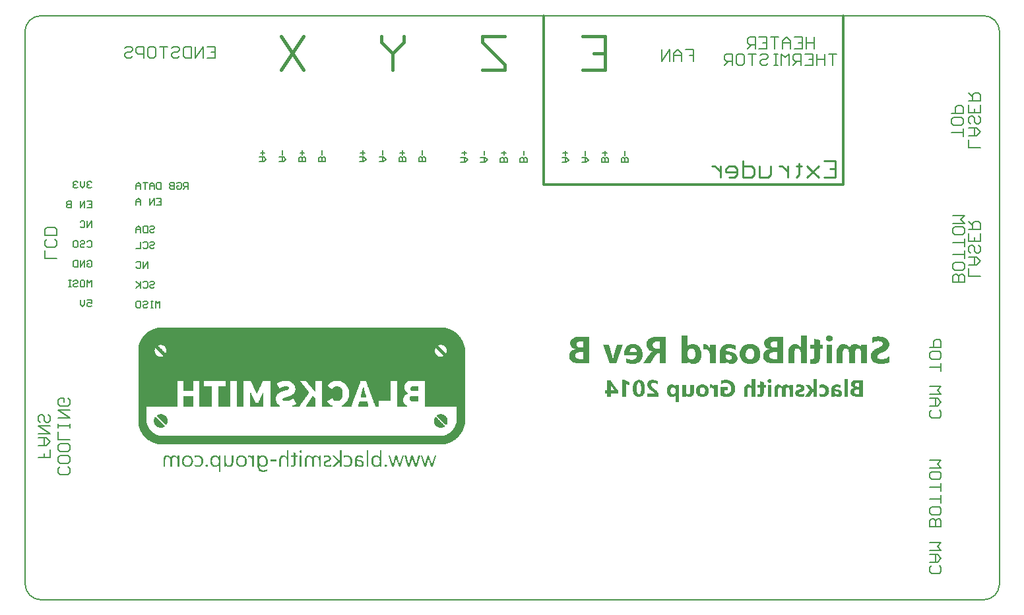
<source format=gbo>
%FSLAX23Y23*%
%MOIN*%
G70*
G01*
G75*
G04 Layer_Color=32896*
%ADD10C,0.008*%
%ADD11C,0.020*%
%ADD12C,0.010*%
%ADD13C,0.030*%
%ADD14R,0.048X0.048*%
%ADD15R,0.048X0.048*%
%ADD16R,0.071X0.048*%
%ADD17R,0.048X0.071*%
%ADD18R,0.087X0.024*%
%ADD19R,0.038X0.012*%
%ADD20R,0.012X0.038*%
%ADD21R,0.173X0.173*%
%ADD22R,0.060X0.020*%
%ADD23R,0.020X0.060*%
%ADD24R,0.022X0.048*%
%ADD25R,0.016X0.060*%
%ADD26R,0.150X0.082*%
%ADD27R,0.350X0.450*%
%ADD28R,0.083X0.052*%
%ADD29R,0.040X0.044*%
%ADD30R,0.044X0.040*%
%ADD31R,0.024X0.087*%
%ADD32R,0.046X0.021*%
%ADD33R,0.178X0.052*%
%ADD34R,0.154X0.071*%
%ADD35R,0.052X0.178*%
%ADD36R,0.071X0.154*%
%ADD37R,0.056X0.119*%
%ADD38R,0.043X0.042*%
%ADD39R,0.042X0.043*%
%ADD40R,0.060X0.079*%
%ADD41R,0.119X0.056*%
%ADD42R,0.079X0.048*%
%ADD43C,0.040*%
%ADD44C,0.012*%
%ADD45C,0.015*%
%ADD46C,0.006*%
%ADD47O,0.060X0.120*%
%ADD48C,0.054*%
%ADD49C,0.137*%
%ADD50C,0.060*%
%ADD51O,0.102X0.295*%
%ADD52O,0.181X0.059*%
%ADD53O,0.063X0.189*%
%ADD54C,0.066*%
%ADD55C,0.135*%
%ADD56P,0.065X8X22.5*%
%ADD57C,0.230*%
%ADD58C,0.056*%
%ADD59C,0.030*%
%ADD60C,0.040*%
%ADD61C,0.000*%
%ADD62C,0.004*%
%ADD63C,0.005*%
%ADD64R,0.006X0.012*%
%ADD65R,0.006X0.012*%
%ADD66R,0.012X0.012*%
%ADD67R,0.008X0.008*%
%ADD68R,0.098X0.056*%
%ADD69R,0.056X0.056*%
%ADD70R,0.056X0.056*%
%ADD71R,0.079X0.056*%
%ADD72R,0.056X0.079*%
%ADD73R,0.095X0.032*%
%ADD74R,0.046X0.020*%
%ADD75R,0.020X0.046*%
%ADD76R,0.181X0.181*%
%ADD77R,0.068X0.028*%
%ADD78R,0.028X0.068*%
%ADD79R,0.030X0.056*%
%ADD80R,0.024X0.068*%
%ADD81R,0.158X0.090*%
%ADD82R,0.358X0.458*%
%ADD83R,0.091X0.060*%
%ADD84R,0.048X0.052*%
%ADD85R,0.052X0.048*%
%ADD86R,0.032X0.095*%
%ADD87R,0.054X0.029*%
%ADD88R,0.186X0.060*%
%ADD89R,0.162X0.079*%
%ADD90R,0.060X0.186*%
%ADD91R,0.079X0.162*%
%ADD92R,0.064X0.127*%
%ADD93R,0.051X0.050*%
%ADD94R,0.050X0.051*%
%ADD95R,0.068X0.087*%
%ADD96R,0.127X0.064*%
%ADD97R,0.087X0.056*%
%ADD98O,0.068X0.128*%
%ADD99C,0.062*%
%ADD100C,0.144*%
%ADD101C,0.068*%
%ADD102O,0.110X0.303*%
%ADD103O,0.189X0.067*%
%ADD104O,0.071X0.197*%
%ADD105C,0.074*%
%ADD106C,0.143*%
%ADD107P,0.074X8X22.5*%
%ADD108C,0.238*%
%ADD109C,0.064*%
%ADD110C,0.038*%
%ADD111C,0.001*%
%ADD112C,0.006*%
%ADD113C,0.009*%
%ADD114C,0.017*%
G36*
X4157Y1027D02*
X4138D01*
Y1116D01*
X4157D01*
Y1027D01*
D02*
G37*
G36*
X3770D02*
X3752D01*
Y1087D01*
X3770D01*
Y1027D01*
D02*
G37*
G36*
X3378Y1051D02*
Y1048D01*
X3378Y1046D01*
X3377Y1042D01*
X3376Y1039D01*
X3375Y1036D01*
X3373Y1034D01*
X3371Y1032D01*
X3369Y1030D01*
X3368Y1029D01*
X3366Y1028D01*
X3364Y1027D01*
X3362Y1026D01*
X3360Y1026D01*
X3359Y1026D01*
X3358Y1026D01*
X3357D01*
X3355Y1026D01*
X3353Y1026D01*
X3351Y1027D01*
X3349Y1027D01*
X3346Y1029D01*
X3343Y1031D01*
X3341Y1033D01*
X3341Y1034D01*
X3340Y1034D01*
X3339Y1035D01*
X3339Y1036D01*
X3339Y1036D01*
X3339Y1036D01*
X3338D01*
Y1027D01*
X3320D01*
Y1087D01*
X3338D01*
Y1053D01*
X3339Y1050D01*
X3339Y1049D01*
X3339Y1047D01*
X3340Y1046D01*
X3340Y1045D01*
X3341Y1044D01*
X3341Y1043D01*
X3341Y1043D01*
X3343Y1042D01*
X3344Y1041D01*
X3345Y1041D01*
X3347Y1040D01*
X3348Y1040D01*
X3349Y1040D01*
X3350D01*
X3351Y1040D01*
X3353Y1040D01*
X3354Y1041D01*
X3355Y1042D01*
X3356Y1043D01*
X3357Y1044D01*
X3358Y1046D01*
X3359Y1049D01*
X3359Y1050D01*
X3359Y1050D01*
X3359Y1051D01*
Y1052D01*
Y1052D01*
Y1052D01*
Y1087D01*
X3378D01*
Y1051D01*
D02*
G37*
G36*
X4232Y1027D02*
X4200D01*
X4197Y1027D01*
X4195Y1027D01*
X4192Y1028D01*
X4190Y1028D01*
X4188Y1029D01*
X4186Y1029D01*
X4185Y1030D01*
X4183Y1030D01*
X4182Y1031D01*
X4181Y1032D01*
X4180Y1032D01*
X4179Y1033D01*
X4178Y1033D01*
X4178Y1033D01*
X4177Y1034D01*
X4177D01*
X4176Y1035D01*
X4174Y1037D01*
X4173Y1038D01*
X4172Y1039D01*
X4172Y1041D01*
X4171Y1043D01*
X4170Y1045D01*
X4169Y1048D01*
X4169Y1049D01*
X4169Y1050D01*
X4169Y1051D01*
Y1052D01*
Y1052D01*
Y1052D01*
X4169Y1055D01*
X4170Y1057D01*
X4171Y1060D01*
X4172Y1062D01*
X4173Y1063D01*
X4173Y1064D01*
X4174Y1065D01*
X4174Y1065D01*
X4177Y1067D01*
X4179Y1069D01*
X4181Y1070D01*
X4184Y1071D01*
X4186Y1071D01*
X4187Y1072D01*
X4188Y1072D01*
X4188Y1072D01*
X4189D01*
Y1072D01*
X4186Y1073D01*
X4184Y1074D01*
X4182Y1075D01*
X4180Y1077D01*
X4179Y1078D01*
X4178Y1079D01*
X4177Y1079D01*
X4177Y1079D01*
X4175Y1081D01*
X4174Y1084D01*
X4173Y1085D01*
X4173Y1087D01*
X4173Y1089D01*
X4172Y1090D01*
Y1091D01*
Y1091D01*
Y1091D01*
X4172Y1093D01*
X4173Y1095D01*
X4173Y1098D01*
X4175Y1100D01*
X4176Y1102D01*
X4178Y1104D01*
X4179Y1105D01*
X4180Y1106D01*
X4180Y1106D01*
X4180D01*
X4181Y1107D01*
X4183Y1108D01*
X4186Y1109D01*
X4190Y1110D01*
X4193Y1111D01*
X4195Y1111D01*
X4197Y1111D01*
X4198Y1111D01*
X4199D01*
X4200Y1111D01*
X4232D01*
Y1027D01*
D02*
G37*
G36*
X3915Y1088D02*
X3916Y1088D01*
X3918Y1088D01*
X3919Y1088D01*
X3920Y1088D01*
X3921Y1087D01*
X3921D01*
X3923Y1087D01*
X3924Y1086D01*
X3925Y1086D01*
X3927Y1085D01*
X3928Y1085D01*
X3929Y1085D01*
X3929Y1084D01*
X3929Y1084D01*
X3930Y1083D01*
X3932Y1082D01*
X3933Y1081D01*
X3933Y1080D01*
X3934Y1079D01*
X3935Y1079D01*
X3935Y1078D01*
X3935Y1078D01*
X3936Y1077D01*
X3936Y1075D01*
X3937Y1074D01*
X3937Y1072D01*
X3937Y1071D01*
X3937Y1070D01*
Y1070D01*
Y1069D01*
X3937Y1067D01*
X3937Y1066D01*
X3937Y1065D01*
X3937Y1064D01*
X3936Y1063D01*
X3936Y1063D01*
Y1063D01*
X3935Y1061D01*
X3935Y1060D01*
X3934Y1059D01*
X3934Y1059D01*
X3933Y1058D01*
Y1058D01*
X3932Y1057D01*
X3931Y1056D01*
X3930Y1055D01*
X3929Y1055D01*
X3929Y1055D01*
X3929Y1055D01*
X3927Y1053D01*
X3925Y1053D01*
X3924Y1052D01*
X3923Y1052D01*
X3923Y1052D01*
X3923D01*
X3921Y1051D01*
X3919Y1051D01*
X3919Y1050D01*
X3918Y1050D01*
X3918Y1050D01*
X3918D01*
X3916Y1050D01*
X3915Y1049D01*
X3914Y1049D01*
X3914Y1049D01*
X3914Y1049D01*
X3913D01*
X3912Y1048D01*
X3911Y1047D01*
X3910Y1047D01*
X3910Y1046D01*
X3909Y1046D01*
X3909Y1045D01*
X3909Y1044D01*
Y1044D01*
Y1044D01*
X3909Y1043D01*
X3909Y1042D01*
X3910Y1040D01*
X3911Y1040D01*
X3912Y1039D01*
X3912D01*
X3913Y1039D01*
X3914Y1039D01*
X3917Y1038D01*
X3918D01*
X3919Y1038D01*
X3919D01*
X3923Y1038D01*
X3924Y1039D01*
X3925Y1039D01*
X3926Y1039D01*
X3927Y1039D01*
X3928Y1039D01*
X3928D01*
X3930Y1040D01*
X3931Y1041D01*
X3933Y1041D01*
X3934Y1042D01*
X3936Y1043D01*
X3936Y1043D01*
X3937Y1044D01*
X3937Y1044D01*
Y1029D01*
X3934Y1028D01*
X3931Y1027D01*
X3928Y1026D01*
X3925Y1026D01*
X3922Y1026D01*
X3921D01*
X3920Y1026D01*
X3917D01*
X3915Y1026D01*
X3913Y1026D01*
X3912Y1026D01*
X3910Y1026D01*
X3909Y1026D01*
X3909Y1027D01*
X3908D01*
X3907Y1027D01*
X3905Y1028D01*
X3903Y1028D01*
X3902Y1029D01*
X3901Y1029D01*
X3900Y1029D01*
X3900Y1030D01*
X3900Y1030D01*
X3898Y1031D01*
X3897Y1032D01*
X3896Y1033D01*
X3895Y1034D01*
X3894Y1035D01*
X3894Y1036D01*
X3894Y1036D01*
X3893Y1036D01*
X3893Y1038D01*
X3892Y1039D01*
X3892Y1041D01*
X3891Y1042D01*
X3891Y1043D01*
X3891Y1044D01*
Y1045D01*
Y1045D01*
X3891Y1048D01*
X3891Y1049D01*
X3892Y1050D01*
X3892Y1051D01*
X3892Y1051D01*
X3892Y1052D01*
Y1052D01*
X3893Y1054D01*
X3894Y1055D01*
X3895Y1056D01*
X3895Y1056D01*
X3895Y1057D01*
X3896Y1057D01*
X3897Y1058D01*
X3899Y1059D01*
X3900Y1060D01*
X3900Y1060D01*
X3901Y1060D01*
X3901D01*
X3903Y1061D01*
X3905Y1062D01*
X3906Y1063D01*
X3907Y1063D01*
X3907Y1063D01*
X3907D01*
X3909Y1064D01*
X3910Y1064D01*
X3911Y1064D01*
X3911D01*
X3911Y1064D01*
X3912D01*
X3913Y1065D01*
X3914Y1066D01*
X3915Y1066D01*
X3915Y1066D01*
X3915D01*
X3916Y1067D01*
X3917Y1067D01*
X3918Y1068D01*
X3918Y1068D01*
X3919Y1069D01*
X3919Y1070D01*
X3919Y1071D01*
Y1071D01*
X3919Y1072D01*
X3919Y1073D01*
X3919Y1073D01*
X3918Y1073D01*
X3918Y1074D01*
X3917Y1074D01*
X3917Y1075D01*
X3917Y1075D01*
X3915Y1075D01*
X3915Y1075D01*
X3914Y1076D01*
X3914D01*
X3912Y1076D01*
X3911Y1076D01*
X3910D01*
X3907Y1076D01*
X3906Y1076D01*
X3905Y1076D01*
X3904Y1075D01*
X3903Y1075D01*
X3902Y1075D01*
X3902D01*
X3899Y1074D01*
X3898Y1074D01*
X3897Y1073D01*
X3896Y1073D01*
X3895Y1072D01*
X3895Y1072D01*
X3895Y1072D01*
Y1086D01*
X3898Y1087D01*
X3899Y1087D01*
X3900Y1087D01*
X3901Y1088D01*
X3902Y1088D01*
X3903Y1088D01*
X3903D01*
X3906Y1088D01*
X3907Y1088D01*
X3908D01*
X3909Y1089D01*
X3911D01*
X3915Y1088D01*
D02*
G37*
G36*
X3424D02*
X3427Y1088D01*
X3429Y1088D01*
X3431Y1087D01*
X3433Y1087D01*
X3435Y1086D01*
X3437Y1085D01*
X3439Y1084D01*
X3440Y1084D01*
X3442Y1083D01*
X3443Y1082D01*
X3444Y1081D01*
X3444Y1081D01*
X3445Y1081D01*
X3445Y1080D01*
X3445Y1080D01*
X3447Y1079D01*
X3448Y1077D01*
X3449Y1075D01*
X3450Y1073D01*
X3451Y1071D01*
X3452Y1069D01*
X3453Y1065D01*
X3453Y1063D01*
X3454Y1062D01*
X3454Y1060D01*
X3454Y1059D01*
X3454Y1058D01*
Y1057D01*
Y1057D01*
Y1057D01*
X3454Y1054D01*
X3454Y1052D01*
X3453Y1049D01*
X3453Y1047D01*
X3452Y1045D01*
X3451Y1043D01*
X3451Y1041D01*
X3450Y1040D01*
X3449Y1039D01*
X3448Y1037D01*
X3447Y1036D01*
X3447Y1035D01*
X3446Y1035D01*
X3446Y1034D01*
X3446Y1034D01*
X3446Y1034D01*
X3444Y1032D01*
X3442Y1031D01*
X3440Y1030D01*
X3438Y1029D01*
X3436Y1028D01*
X3434Y1028D01*
X3430Y1027D01*
X3429Y1026D01*
X3427Y1026D01*
X3426Y1026D01*
X3424Y1026D01*
X3423Y1026D01*
X3422D01*
X3419Y1026D01*
X3416Y1026D01*
X3414Y1026D01*
X3412Y1027D01*
X3410Y1028D01*
X3407Y1028D01*
X3406Y1029D01*
X3404Y1030D01*
X3403Y1031D01*
X3401Y1031D01*
X3400Y1032D01*
X3399Y1033D01*
X3399Y1033D01*
X3398Y1034D01*
X3398Y1034D01*
X3398Y1034D01*
X3396Y1036D01*
X3395Y1038D01*
X3394Y1040D01*
X3393Y1041D01*
X3392Y1044D01*
X3391Y1045D01*
X3390Y1049D01*
X3390Y1051D01*
X3389Y1053D01*
X3389Y1054D01*
X3389Y1055D01*
X3389Y1056D01*
Y1057D01*
Y1058D01*
Y1058D01*
X3389Y1060D01*
X3389Y1063D01*
X3390Y1065D01*
X3390Y1067D01*
X3391Y1069D01*
X3392Y1071D01*
X3393Y1073D01*
X3393Y1074D01*
X3394Y1076D01*
X3395Y1077D01*
X3396Y1078D01*
X3396Y1079D01*
X3397Y1079D01*
X3397Y1080D01*
X3398Y1080D01*
X3398Y1080D01*
X3399Y1082D01*
X3401Y1083D01*
X3403Y1084D01*
X3405Y1085D01*
X3407Y1086D01*
X3409Y1087D01*
X3413Y1088D01*
X3414Y1088D01*
X3416Y1088D01*
X3417Y1088D01*
X3419Y1088D01*
X3420Y1089D01*
X3421D01*
X3424Y1088D01*
D02*
G37*
G36*
X3466Y1088D02*
X3468Y1088D01*
X3470Y1087D01*
X3471Y1086D01*
X3473Y1085D01*
X3474Y1084D01*
X3476Y1082D01*
X3478Y1080D01*
X3479Y1078D01*
X3479Y1077D01*
X3480Y1076D01*
X3480Y1076D01*
Y1076D01*
X3480D01*
Y1087D01*
X3498D01*
Y1027D01*
X3480D01*
Y1056D01*
X3480Y1058D01*
X3479Y1061D01*
X3479Y1063D01*
X3478Y1065D01*
X3477Y1066D01*
X3477Y1067D01*
X3477Y1068D01*
X3476Y1068D01*
X3475Y1069D01*
X3474Y1070D01*
X3472Y1071D01*
X3470Y1072D01*
X3469Y1072D01*
X3468Y1072D01*
X3467D01*
X3465Y1072D01*
X3464Y1072D01*
X3463Y1072D01*
X3461Y1071D01*
X3460Y1071D01*
X3460Y1071D01*
X3459Y1070D01*
X3459Y1070D01*
Y1087D01*
X3461Y1088D01*
X3462Y1088D01*
X3463Y1088D01*
X3464D01*
X3466Y1088D01*
D02*
G37*
G36*
X2961Y1106D02*
X2962Y1104D01*
X2963Y1102D01*
X2964Y1100D01*
X2965Y1099D01*
X2966Y1098D01*
X2966Y1098D01*
Y1098D01*
X2967Y1095D01*
X2969Y1093D01*
X2970Y1090D01*
X2972Y1088D01*
X2973Y1086D01*
X2974Y1085D01*
X2974Y1084D01*
X2975Y1084D01*
Y1084D01*
X2976Y1081D01*
X2978Y1079D01*
X2980Y1077D01*
X2982Y1075D01*
X2983Y1073D01*
X2984Y1072D01*
X2985Y1071D01*
X2985Y1071D01*
Y1071D01*
X2987Y1068D01*
X2988Y1066D01*
X2990Y1064D01*
X2992Y1062D01*
X2993Y1061D01*
X2994Y1060D01*
X2994Y1059D01*
X2995Y1059D01*
Y1044D01*
X2958D01*
Y1027D01*
X2941D01*
Y1044D01*
X2931D01*
Y1058D01*
X2941D01*
Y1111D01*
X2959D01*
X2961Y1106D01*
D02*
G37*
G36*
X3844Y1088D02*
X3847Y1088D01*
X3848Y1088D01*
X3850Y1087D01*
X3852Y1087D01*
X3853Y1086D01*
X3853Y1086D01*
X3854Y1086D01*
X3855Y1084D01*
X3857Y1083D01*
X3858Y1082D01*
X3860Y1080D01*
X3860Y1079D01*
X3861Y1079D01*
X3861Y1078D01*
X3862Y1078D01*
X3862D01*
Y1087D01*
X3880D01*
Y1027D01*
X3862D01*
Y1060D01*
X3862Y1063D01*
X3861Y1065D01*
X3861Y1067D01*
X3860Y1068D01*
X3860Y1069D01*
X3859Y1070D01*
X3859Y1070D01*
X3859Y1071D01*
X3858Y1072D01*
X3857Y1073D01*
X3855Y1074D01*
X3854Y1074D01*
X3853Y1074D01*
X3852Y1074D01*
X3851D01*
X3850Y1074D01*
X3848Y1074D01*
X3847Y1073D01*
X3846Y1072D01*
X3845Y1072D01*
X3844Y1070D01*
X3843Y1068D01*
X3842Y1066D01*
X3842Y1064D01*
X3842Y1064D01*
X3842Y1063D01*
Y1062D01*
Y1062D01*
Y1062D01*
Y1027D01*
X3823D01*
Y1061D01*
X3823Y1063D01*
X3823Y1065D01*
X3822Y1066D01*
X3822Y1068D01*
X3821Y1069D01*
X3821Y1070D01*
X3821Y1070D01*
X3820Y1070D01*
X3819Y1072D01*
X3818Y1073D01*
X3817Y1073D01*
X3816Y1074D01*
X3815Y1074D01*
X3814Y1074D01*
X3813D01*
X3811Y1074D01*
X3810Y1074D01*
X3808Y1073D01*
X3807Y1072D01*
X3806Y1071D01*
X3806Y1070D01*
X3805Y1068D01*
X3804Y1066D01*
X3804Y1064D01*
X3803Y1063D01*
X3803Y1062D01*
Y1062D01*
Y1061D01*
Y1061D01*
Y1027D01*
X3785D01*
Y1064D01*
X3785Y1069D01*
X3786Y1072D01*
X3787Y1076D01*
X3788Y1078D01*
X3789Y1081D01*
X3791Y1083D01*
X3793Y1084D01*
X3795Y1086D01*
X3796Y1087D01*
X3798Y1087D01*
X3800Y1088D01*
X3801Y1088D01*
X3803Y1088D01*
X3804Y1089D01*
X3805D01*
X3807Y1088D01*
X3809Y1088D01*
X3811Y1088D01*
X3813Y1087D01*
X3815Y1086D01*
X3817Y1085D01*
X3818Y1084D01*
X3820Y1083D01*
X3821Y1082D01*
X3822Y1081D01*
X3823Y1080D01*
X3823Y1079D01*
X3824Y1078D01*
X3824Y1078D01*
X3825Y1078D01*
X3825Y1077D01*
X3826Y1079D01*
X3827Y1081D01*
X3828Y1083D01*
X3829Y1084D01*
X3831Y1085D01*
X3832Y1086D01*
X3834Y1087D01*
X3835Y1087D01*
X3838Y1088D01*
X3839Y1088D01*
X3840Y1088D01*
X3841Y1089D01*
X3842D01*
X3844Y1088D01*
D02*
G37*
G36*
X4103Y1088D02*
X4105Y1088D01*
X4107Y1088D01*
X4108Y1088D01*
X4110Y1087D01*
X4110Y1087D01*
X4111Y1087D01*
X4111D01*
X4113Y1086D01*
X4115Y1086D01*
X4117Y1085D01*
X4119Y1085D01*
X4120Y1084D01*
X4121Y1084D01*
X4121Y1084D01*
X4121Y1084D01*
Y1070D01*
X4120Y1071D01*
X4118Y1072D01*
X4114Y1073D01*
X4111Y1075D01*
X4108Y1075D01*
X4106Y1075D01*
X4105Y1076D01*
X4104Y1076D01*
X4103D01*
X4102Y1076D01*
X4101D01*
X4099Y1076D01*
X4097Y1076D01*
X4096Y1075D01*
X4095Y1074D01*
X4094Y1074D01*
X4093Y1073D01*
X4092Y1072D01*
X4091Y1071D01*
X4091Y1069D01*
X4090Y1068D01*
X4090Y1067D01*
Y1067D01*
Y1066D01*
Y1066D01*
X4107Y1064D01*
X4110Y1063D01*
X4113Y1062D01*
X4116Y1061D01*
X4118Y1060D01*
X4120Y1058D01*
X4122Y1056D01*
X4124Y1055D01*
X4125Y1053D01*
X4125Y1051D01*
X4126Y1049D01*
X4127Y1048D01*
X4127Y1046D01*
X4127Y1045D01*
X4127Y1044D01*
Y1044D01*
Y1044D01*
X4127Y1041D01*
X4126Y1038D01*
X4126Y1036D01*
X4125Y1034D01*
X4124Y1032D01*
X4123Y1031D01*
X4122Y1031D01*
X4122Y1030D01*
X4120Y1029D01*
X4118Y1028D01*
X4116Y1027D01*
X4113Y1026D01*
X4112Y1026D01*
X4110Y1026D01*
X4109Y1026D01*
X4108D01*
X4106Y1026D01*
X4104Y1026D01*
X4102Y1026D01*
X4101Y1027D01*
X4098Y1029D01*
X4095Y1031D01*
X4093Y1032D01*
X4092Y1034D01*
X4091Y1035D01*
X4091Y1035D01*
X4091Y1035D01*
Y1035D01*
X4090D01*
Y1027D01*
X4073D01*
Y1063D01*
Y1065D01*
X4073Y1067D01*
X4074Y1071D01*
X4075Y1075D01*
X4077Y1078D01*
X4079Y1080D01*
X4081Y1082D01*
X4083Y1084D01*
X4086Y1085D01*
X4088Y1086D01*
X4090Y1087D01*
X4092Y1088D01*
X4094Y1088D01*
X4096Y1088D01*
X4097Y1089D01*
X4101D01*
X4103Y1088D01*
D02*
G37*
G36*
X3033Y1110D02*
X3035Y1109D01*
X3036Y1108D01*
X3038Y1107D01*
X3039Y1106D01*
X3040Y1106D01*
X3040Y1106D01*
X3040D01*
X3045Y1104D01*
X3047Y1103D01*
X3050Y1102D01*
X3051Y1101D01*
X3053Y1101D01*
X3053Y1101D01*
X3054D01*
X3054Y1100D01*
X3054D01*
Y1085D01*
X3052Y1085D01*
X3051Y1085D01*
X3050Y1086D01*
X3049D01*
X3049Y1086D01*
X3049D01*
X3047Y1086D01*
X3045Y1087D01*
X3045Y1087D01*
X3044Y1087D01*
X3044Y1087D01*
X3044D01*
X3042Y1088D01*
X3041Y1089D01*
X3040Y1089D01*
X3040Y1089D01*
X3040Y1090D01*
X3040D01*
X3038Y1090D01*
X3037Y1091D01*
X3036Y1092D01*
X3036Y1092D01*
Y1027D01*
X3017D01*
Y1113D01*
X3029D01*
X3033Y1110D01*
D02*
G37*
G36*
X3689Y1027D02*
X3671D01*
Y1061D01*
X3671Y1063D01*
X3670Y1065D01*
X3670Y1067D01*
X3669Y1068D01*
X3669Y1069D01*
X3668Y1070D01*
X3668Y1070D01*
X3668Y1071D01*
X3667Y1072D01*
X3665Y1073D01*
X3664Y1074D01*
X3663Y1074D01*
X3661Y1074D01*
X3661Y1074D01*
X3660D01*
X3658Y1074D01*
X3657Y1074D01*
X3655Y1073D01*
X3654Y1072D01*
X3653Y1071D01*
X3652Y1070D01*
X3651Y1068D01*
X3650Y1065D01*
X3650Y1064D01*
X3650Y1063D01*
X3650Y1062D01*
Y1062D01*
Y1061D01*
Y1061D01*
Y1027D01*
X3632D01*
Y1064D01*
X3632Y1068D01*
X3632Y1072D01*
X3634Y1075D01*
X3635Y1078D01*
X3636Y1081D01*
X3638Y1083D01*
X3640Y1084D01*
X3642Y1086D01*
X3644Y1087D01*
X3646Y1087D01*
X3647Y1088D01*
X3649Y1088D01*
X3650Y1088D01*
X3651Y1089D01*
X3652D01*
X3654Y1088D01*
X3656Y1088D01*
X3658Y1088D01*
X3660Y1087D01*
X3663Y1085D01*
X3666Y1084D01*
X3668Y1081D01*
X3669Y1081D01*
X3669Y1080D01*
X3670Y1079D01*
X3670Y1079D01*
X3670Y1078D01*
X3671Y1078D01*
X3671D01*
Y1116D01*
X3689D01*
Y1027D01*
D02*
G37*
G36*
X4031Y1088D02*
X4033Y1088D01*
X4036Y1088D01*
X4038Y1087D01*
X4040Y1087D01*
X4042Y1086D01*
X4044Y1085D01*
X4046Y1084D01*
X4048Y1083D01*
X4049Y1082D01*
X4050Y1082D01*
X4051Y1081D01*
X4051Y1081D01*
X4052Y1080D01*
X4052Y1080D01*
X4053Y1080D01*
X4054Y1078D01*
X4055Y1076D01*
X4057Y1074D01*
X4058Y1072D01*
X4059Y1070D01*
X4059Y1068D01*
X4060Y1064D01*
X4061Y1063D01*
X4061Y1061D01*
X4061Y1059D01*
X4061Y1058D01*
X4062Y1057D01*
Y1056D01*
Y1056D01*
Y1056D01*
X4061Y1053D01*
X4061Y1051D01*
X4061Y1049D01*
X4060Y1047D01*
X4059Y1043D01*
X4058Y1041D01*
X4057Y1040D01*
X4057Y1038D01*
X4056Y1037D01*
X4055Y1036D01*
X4054Y1035D01*
X4054Y1035D01*
X4053Y1034D01*
X4053Y1034D01*
X4053Y1034D01*
X4051Y1032D01*
X4050Y1031D01*
X4048Y1030D01*
X4046Y1029D01*
X4044Y1028D01*
X4042Y1028D01*
X4039Y1027D01*
X4037Y1026D01*
X4036Y1026D01*
X4034Y1026D01*
X4033Y1026D01*
X4032Y1026D01*
X4031D01*
X4026Y1026D01*
X4023Y1026D01*
X4020Y1027D01*
X4017Y1027D01*
X4015Y1028D01*
X4014Y1028D01*
X4013Y1029D01*
X4013Y1029D01*
Y1044D01*
X4015Y1043D01*
X4018Y1041D01*
X4020Y1041D01*
X4022Y1040D01*
X4024Y1040D01*
X4025Y1040D01*
X4026D01*
X4029Y1040D01*
X4031Y1040D01*
X4033Y1041D01*
X4035Y1042D01*
X4037Y1043D01*
X4037Y1044D01*
X4038Y1044D01*
X4038Y1044D01*
X4040Y1046D01*
X4041Y1048D01*
X4042Y1050D01*
X4042Y1052D01*
X4042Y1054D01*
X4043Y1055D01*
X4043Y1056D01*
Y1056D01*
Y1057D01*
Y1057D01*
X4043Y1060D01*
X4042Y1062D01*
X4041Y1064D01*
X4040Y1066D01*
X4040Y1068D01*
X4039Y1069D01*
X4038Y1070D01*
X4038Y1070D01*
X4036Y1071D01*
X4034Y1073D01*
X4032Y1073D01*
X4030Y1074D01*
X4028Y1074D01*
X4027Y1074D01*
X4026D01*
X4023Y1074D01*
X4020Y1074D01*
X4018Y1073D01*
X4016Y1072D01*
X4015Y1072D01*
X4014Y1071D01*
X4013Y1070D01*
X4013Y1070D01*
Y1086D01*
X4015Y1087D01*
X4017Y1087D01*
X4020Y1088D01*
X4022Y1088D01*
X4024Y1088D01*
X4025D01*
X4026Y1089D01*
X4028D01*
X4031Y1088D01*
D02*
G37*
G36*
X3732Y1100D02*
Y1087D01*
X3742D01*
Y1074D01*
X3732D01*
Y1046D01*
X3731Y1042D01*
X3731Y1039D01*
X3730Y1037D01*
X3729Y1034D01*
X3727Y1032D01*
X3726Y1031D01*
X3724Y1029D01*
X3722Y1028D01*
X3720Y1027D01*
X3718Y1027D01*
X3717Y1026D01*
X3715Y1026D01*
X3714Y1026D01*
X3713Y1026D01*
X3712D01*
X3709Y1026D01*
X3707Y1026D01*
X3705Y1026D01*
X3703Y1027D01*
X3702Y1027D01*
X3701Y1027D01*
X3700Y1027D01*
X3700Y1028D01*
Y1041D01*
X3701Y1041D01*
X3702Y1040D01*
X3703Y1040D01*
X3704Y1040D01*
X3705D01*
X3705Y1040D01*
X3706D01*
X3707Y1040D01*
X3708Y1040D01*
X3709Y1041D01*
X3710Y1041D01*
X3712Y1043D01*
X3712Y1044D01*
X3713Y1046D01*
X3713Y1048D01*
X3713Y1048D01*
Y1049D01*
Y1049D01*
Y1049D01*
Y1074D01*
X3700D01*
Y1087D01*
X3713D01*
Y1105D01*
X3732Y1100D01*
D02*
G37*
G36*
X4000Y1027D02*
X3982D01*
Y1057D01*
X3982D01*
X3962Y1027D01*
X3940D01*
X3963Y1059D01*
X3942Y1087D01*
X3964D01*
X3982Y1059D01*
X3982D01*
Y1116D01*
X4000D01*
Y1027D01*
D02*
G37*
G36*
X3544Y1112D02*
X3548Y1112D01*
X3552Y1111D01*
X3555Y1111D01*
X3558Y1110D01*
X3561Y1109D01*
X3563Y1107D01*
X3565Y1106D01*
X3567Y1105D01*
X3569Y1104D01*
X3571Y1103D01*
X3572Y1102D01*
X3573Y1101D01*
X3574Y1100D01*
X3574Y1100D01*
X3575Y1100D01*
X3577Y1098D01*
X3579Y1095D01*
X3580Y1092D01*
X3582Y1090D01*
X3583Y1087D01*
X3584Y1084D01*
X3585Y1082D01*
X3586Y1079D01*
X3586Y1077D01*
X3587Y1075D01*
X3587Y1073D01*
X3587Y1071D01*
Y1069D01*
X3587Y1068D01*
Y1068D01*
Y1068D01*
X3587Y1064D01*
X3587Y1061D01*
X3586Y1057D01*
X3585Y1055D01*
X3585Y1052D01*
X3584Y1049D01*
X3583Y1047D01*
X3581Y1045D01*
X3580Y1043D01*
X3579Y1041D01*
X3578Y1040D01*
X3577Y1039D01*
X3577Y1038D01*
X3576Y1037D01*
X3576Y1037D01*
X3576Y1037D01*
X3573Y1035D01*
X3571Y1033D01*
X3568Y1032D01*
X3566Y1030D01*
X3563Y1029D01*
X3560Y1028D01*
X3558Y1028D01*
X3555Y1027D01*
X3553Y1026D01*
X3551Y1026D01*
X3549Y1026D01*
X3547Y1026D01*
X3546D01*
X3545Y1026D01*
X3544D01*
X3540Y1026D01*
X3537Y1026D01*
X3534Y1026D01*
X3531Y1027D01*
X3529Y1027D01*
X3526Y1028D01*
X3524Y1028D01*
X3522Y1029D01*
X3520Y1030D01*
X3518Y1030D01*
X3516Y1031D01*
X3515Y1032D01*
X3514Y1032D01*
X3514Y1032D01*
X3513Y1032D01*
X3513Y1033D01*
Y1075D01*
X3549D01*
Y1060D01*
X3532D01*
Y1043D01*
X3534Y1043D01*
X3535Y1042D01*
X3537Y1042D01*
X3539Y1042D01*
X3540Y1042D01*
X3542Y1041D01*
X3543D01*
X3545Y1042D01*
X3547Y1042D01*
X3550Y1043D01*
X3553Y1044D01*
X3556Y1045D01*
X3558Y1046D01*
X3560Y1047D01*
X3560Y1048D01*
X3560Y1048D01*
X3561Y1048D01*
X3561Y1049D01*
X3562Y1050D01*
X3563Y1051D01*
X3565Y1055D01*
X3566Y1058D01*
X3566Y1061D01*
X3567Y1064D01*
X3567Y1065D01*
Y1066D01*
X3567Y1067D01*
Y1068D01*
Y1068D01*
Y1069D01*
X3567Y1071D01*
X3567Y1073D01*
X3566Y1077D01*
X3565Y1081D01*
X3564Y1082D01*
X3564Y1084D01*
X3563Y1085D01*
X3562Y1086D01*
X3562Y1087D01*
X3561Y1088D01*
X3561Y1088D01*
X3560Y1089D01*
X3560Y1089D01*
X3560Y1089D01*
X3559Y1090D01*
X3557Y1092D01*
X3555Y1093D01*
X3554Y1093D01*
X3551Y1095D01*
X3548Y1096D01*
X3545Y1096D01*
X3544Y1096D01*
X3543Y1097D01*
X3542Y1097D01*
X3541D01*
X3536Y1096D01*
X3531Y1096D01*
X3529Y1095D01*
X3527Y1095D01*
X3525Y1094D01*
X3524Y1094D01*
X3522Y1093D01*
X3521Y1093D01*
X3520Y1092D01*
X3519Y1092D01*
X3518Y1092D01*
X3517Y1091D01*
X3517Y1091D01*
X3517D01*
Y1109D01*
X3521Y1110D01*
X3525Y1111D01*
X3529Y1112D01*
X3533Y1112D01*
X3534Y1112D01*
X3536Y1112D01*
X3537D01*
X3538Y1112D01*
X3541D01*
X3544Y1112D01*
D02*
G37*
G36*
X3102D02*
X3105Y1112D01*
X3108Y1111D01*
X3110Y1111D01*
X3112Y1110D01*
X3114Y1109D01*
X3116Y1108D01*
X3117Y1107D01*
X3118Y1106D01*
X3120Y1105D01*
X3121Y1104D01*
X3122Y1103D01*
X3122Y1102D01*
X3123Y1101D01*
X3123Y1101D01*
X3123Y1101D01*
X3125Y1099D01*
X3126Y1096D01*
X3127Y1094D01*
X3128Y1091D01*
X3129Y1085D01*
X3130Y1080D01*
X3130Y1078D01*
X3131Y1075D01*
X3131Y1073D01*
X3131Y1071D01*
X3131Y1070D01*
Y1069D01*
Y1068D01*
Y1068D01*
X3131Y1064D01*
X3131Y1060D01*
X3130Y1057D01*
X3130Y1054D01*
X3129Y1051D01*
X3128Y1048D01*
X3128Y1046D01*
X3127Y1043D01*
X3125Y1041D01*
X3124Y1039D01*
X3123Y1037D01*
X3122Y1036D01*
X3120Y1034D01*
X3119Y1033D01*
X3116Y1031D01*
X3113Y1029D01*
X3111Y1028D01*
X3108Y1027D01*
X3106Y1026D01*
X3104Y1026D01*
X3103Y1026D01*
X3102Y1026D01*
X3101D01*
X3098Y1026D01*
X3096Y1026D01*
X3094Y1027D01*
X3091Y1027D01*
X3089Y1028D01*
X3087Y1029D01*
X3086Y1030D01*
X3084Y1031D01*
X3083Y1032D01*
X3082Y1033D01*
X3081Y1034D01*
X3080Y1035D01*
X3079Y1036D01*
X3079Y1036D01*
X3078Y1037D01*
X3078Y1037D01*
X3077Y1039D01*
X3076Y1041D01*
X3074Y1044D01*
X3074Y1047D01*
X3072Y1052D01*
X3071Y1057D01*
X3071Y1060D01*
X3071Y1062D01*
X3070Y1064D01*
X3070Y1066D01*
X3070Y1068D01*
Y1069D01*
Y1069D01*
Y1070D01*
X3070Y1074D01*
X3070Y1077D01*
X3071Y1081D01*
X3071Y1084D01*
X3072Y1087D01*
X3073Y1090D01*
X3074Y1092D01*
X3075Y1094D01*
X3076Y1097D01*
X3077Y1099D01*
X3078Y1100D01*
X3080Y1102D01*
X3081Y1104D01*
X3082Y1105D01*
X3085Y1107D01*
X3088Y1109D01*
X3090Y1110D01*
X3093Y1111D01*
X3095Y1112D01*
X3097Y1112D01*
X3098Y1112D01*
X3099Y1112D01*
X3100D01*
X3102Y1112D01*
D02*
G37*
G36*
X3436Y1293D02*
X3439Y1292D01*
X3441Y1291D01*
X3444Y1290D01*
X3446Y1288D01*
X3448Y1287D01*
X3452Y1283D01*
X3454Y1280D01*
X3456Y1276D01*
X3457Y1275D01*
X3457Y1274D01*
X3458Y1273D01*
Y1273D01*
X3458D01*
Y1291D01*
X3488D01*
Y1195D01*
X3458D01*
Y1241D01*
X3458Y1245D01*
X3457Y1249D01*
X3456Y1252D01*
X3455Y1255D01*
X3454Y1257D01*
X3453Y1259D01*
X3453Y1260D01*
X3452Y1260D01*
X3450Y1262D01*
X3448Y1264D01*
X3445Y1266D01*
X3443Y1266D01*
X3441Y1267D01*
X3439Y1267D01*
X3437D01*
X3435Y1267D01*
X3432Y1267D01*
X3430Y1266D01*
X3428Y1266D01*
X3427Y1265D01*
X3426Y1265D01*
X3425Y1265D01*
X3425Y1264D01*
Y1292D01*
X3427Y1292D01*
X3429Y1293D01*
X3431Y1293D01*
X3432D01*
X3436Y1293D01*
D02*
G37*
G36*
X3236Y1195D02*
X3206D01*
Y1247D01*
X3198D01*
X3196Y1246D01*
X3194Y1246D01*
X3193Y1245D01*
X3193Y1245D01*
X3191Y1244D01*
X3189Y1243D01*
X3188Y1242D01*
X3188Y1242D01*
X3186Y1240D01*
X3185Y1238D01*
X3184Y1237D01*
X3183Y1237D01*
Y1236D01*
X3182Y1234D01*
X3180Y1232D01*
X3180Y1231D01*
X3179Y1230D01*
X3179Y1230D01*
Y1229D01*
X3158Y1195D01*
X3123D01*
X3149Y1235D01*
X3150Y1237D01*
X3152Y1239D01*
X3152Y1240D01*
X3153Y1241D01*
Y1241D01*
X3155Y1243D01*
X3156Y1245D01*
X3158Y1247D01*
X3158Y1247D01*
X3158Y1247D01*
X3160Y1249D01*
X3162Y1251D01*
X3163Y1251D01*
X3163Y1252D01*
X3164D01*
X3166Y1253D01*
X3167Y1254D01*
X3169Y1255D01*
X3169Y1255D01*
X3169D01*
Y1255D01*
X3167Y1256D01*
X3164Y1257D01*
X3162Y1258D01*
X3160Y1259D01*
X3159Y1260D01*
X3158Y1260D01*
X3157Y1261D01*
X3157Y1261D01*
X3153Y1264D01*
X3151Y1265D01*
X3150Y1266D01*
X3149Y1267D01*
X3148Y1268D01*
X3148Y1269D01*
X3147Y1269D01*
X3145Y1273D01*
X3143Y1276D01*
X3142Y1278D01*
X3142Y1279D01*
X3141Y1280D01*
Y1280D01*
X3140Y1285D01*
X3139Y1287D01*
X3139Y1289D01*
X3139Y1290D01*
Y1292D01*
Y1293D01*
Y1293D01*
X3139Y1296D01*
X3139Y1299D01*
X3140Y1302D01*
X3141Y1305D01*
X3143Y1310D01*
X3147Y1314D01*
X3150Y1318D01*
X3154Y1321D01*
X3159Y1323D01*
X3163Y1325D01*
X3168Y1327D01*
X3172Y1328D01*
X3176Y1329D01*
X3180Y1329D01*
X3183Y1329D01*
X3186Y1330D01*
X3236D01*
Y1195D01*
D02*
G37*
G36*
X4077D02*
X4048D01*
Y1291D01*
X4077D01*
Y1195D01*
D02*
G37*
G36*
X3829D02*
X3777D01*
X3773Y1195D01*
X3769Y1195D01*
X3765Y1196D01*
X3762Y1197D01*
X3759Y1198D01*
X3756Y1199D01*
X3753Y1199D01*
X3751Y1200D01*
X3749Y1201D01*
X3747Y1202D01*
X3745Y1203D01*
X3744Y1204D01*
X3743Y1205D01*
X3742Y1205D01*
X3742Y1206D01*
X3741D01*
X3739Y1208D01*
X3737Y1210D01*
X3735Y1213D01*
X3734Y1215D01*
X3732Y1217D01*
X3731Y1220D01*
X3730Y1225D01*
X3729Y1229D01*
X3728Y1230D01*
X3728Y1232D01*
X3728Y1233D01*
Y1234D01*
Y1235D01*
Y1235D01*
X3728Y1240D01*
X3729Y1244D01*
X3731Y1247D01*
X3732Y1251D01*
X3734Y1253D01*
X3735Y1255D01*
X3736Y1256D01*
X3737Y1256D01*
X3740Y1259D01*
X3744Y1262D01*
X3748Y1264D01*
X3751Y1265D01*
X3755Y1266D01*
X3757Y1267D01*
X3758Y1267D01*
X3759Y1267D01*
X3760D01*
Y1268D01*
X3755Y1269D01*
X3752Y1271D01*
X3749Y1273D01*
X3746Y1274D01*
X3744Y1276D01*
X3742Y1277D01*
X3741Y1279D01*
X3741Y1279D01*
X3738Y1282D01*
X3736Y1285D01*
X3735Y1288D01*
X3734Y1292D01*
X3734Y1294D01*
X3733Y1296D01*
Y1298D01*
Y1298D01*
Y1298D01*
X3734Y1301D01*
X3734Y1303D01*
X3735Y1308D01*
X3737Y1312D01*
X3739Y1315D01*
X3742Y1318D01*
X3744Y1320D01*
X3745Y1321D01*
X3745Y1321D01*
X3746D01*
X3748Y1323D01*
X3750Y1324D01*
X3756Y1326D01*
X3762Y1328D01*
X3767Y1329D01*
X3770Y1329D01*
X3772Y1329D01*
X3775Y1329D01*
X3776D01*
X3778Y1330D01*
X3829D01*
Y1195D01*
D02*
G37*
G36*
X3666Y1293D02*
X3670Y1293D01*
X3674Y1292D01*
X3678Y1292D01*
X3681Y1291D01*
X3685Y1289D01*
X3687Y1288D01*
X3690Y1287D01*
X3692Y1286D01*
X3694Y1284D01*
X3696Y1283D01*
X3698Y1282D01*
X3699Y1281D01*
X3700Y1281D01*
X3700Y1280D01*
X3700Y1280D01*
X3703Y1277D01*
X3705Y1275D01*
X3707Y1272D01*
X3708Y1269D01*
X3710Y1265D01*
X3711Y1262D01*
X3712Y1256D01*
X3713Y1253D01*
X3714Y1251D01*
X3714Y1248D01*
X3714Y1247D01*
X3714Y1245D01*
Y1244D01*
Y1243D01*
Y1243D01*
X3714Y1238D01*
X3714Y1234D01*
X3713Y1231D01*
X3712Y1227D01*
X3711Y1224D01*
X3710Y1221D01*
X3709Y1218D01*
X3708Y1216D01*
X3706Y1214D01*
X3705Y1212D01*
X3704Y1210D01*
X3703Y1209D01*
X3702Y1207D01*
X3701Y1207D01*
X3701Y1206D01*
X3701Y1206D01*
X3698Y1204D01*
X3695Y1202D01*
X3692Y1200D01*
X3689Y1198D01*
X3686Y1197D01*
X3683Y1196D01*
X3677Y1194D01*
X3674Y1194D01*
X3671Y1193D01*
X3669Y1193D01*
X3667Y1193D01*
X3665Y1193D01*
X3663D01*
X3658Y1193D01*
X3654Y1193D01*
X3650Y1194D01*
X3646Y1195D01*
X3643Y1196D01*
X3640Y1197D01*
X3637Y1198D01*
X3634Y1200D01*
X3632Y1201D01*
X3630Y1202D01*
X3628Y1203D01*
X3627Y1204D01*
X3626Y1205D01*
X3625Y1206D01*
X3625Y1206D01*
X3624Y1206D01*
X3622Y1209D01*
X3620Y1212D01*
X3618Y1215D01*
X3616Y1218D01*
X3615Y1221D01*
X3614Y1225D01*
X3612Y1231D01*
X3611Y1233D01*
X3611Y1236D01*
X3611Y1238D01*
X3611Y1240D01*
X3610Y1242D01*
Y1243D01*
Y1244D01*
Y1244D01*
X3611Y1248D01*
X3611Y1252D01*
X3611Y1256D01*
X3612Y1259D01*
X3614Y1262D01*
X3615Y1265D01*
X3616Y1268D01*
X3617Y1270D01*
X3619Y1273D01*
X3620Y1275D01*
X3621Y1276D01*
X3622Y1278D01*
X3623Y1279D01*
X3623Y1279D01*
X3624Y1280D01*
X3624Y1280D01*
X3627Y1282D01*
X3630Y1285D01*
X3633Y1286D01*
X3636Y1288D01*
X3639Y1289D01*
X3642Y1290D01*
X3648Y1292D01*
X3651Y1292D01*
X3653Y1293D01*
X3656Y1293D01*
X3658Y1293D01*
X3659Y1294D01*
X3662D01*
X3666Y1293D01*
D02*
G37*
G36*
X3347Y1280D02*
X3347D01*
X3348Y1283D01*
X3350Y1285D01*
X3352Y1286D01*
X3354Y1288D01*
X3356Y1289D01*
X3358Y1290D01*
X3363Y1292D01*
X3367Y1293D01*
X3369Y1293D01*
X3370Y1293D01*
X3371Y1294D01*
X3373D01*
X3376Y1293D01*
X3380Y1293D01*
X3383Y1292D01*
X3386Y1291D01*
X3391Y1289D01*
X3396Y1286D01*
X3398Y1285D01*
X3400Y1284D01*
X3401Y1282D01*
X3402Y1281D01*
X3403Y1281D01*
X3404Y1280D01*
X3404Y1279D01*
X3405Y1279D01*
X3407Y1276D01*
X3409Y1273D01*
X3410Y1270D01*
X3411Y1267D01*
X3414Y1261D01*
X3415Y1255D01*
X3416Y1252D01*
X3416Y1249D01*
X3416Y1247D01*
X3416Y1245D01*
X3417Y1243D01*
Y1242D01*
Y1241D01*
Y1241D01*
X3416Y1237D01*
X3416Y1233D01*
X3416Y1229D01*
X3415Y1226D01*
X3414Y1222D01*
X3413Y1220D01*
X3412Y1217D01*
X3411Y1214D01*
X3410Y1212D01*
X3409Y1210D01*
X3408Y1209D01*
X3407Y1208D01*
X3407Y1207D01*
X3406Y1206D01*
X3406Y1206D01*
Y1205D01*
X3404Y1203D01*
X3401Y1201D01*
X3399Y1199D01*
X3397Y1198D01*
X3392Y1196D01*
X3387Y1194D01*
X3383Y1193D01*
X3381Y1193D01*
X3380Y1193D01*
X3378Y1193D01*
X3377D01*
X3373Y1193D01*
X3370Y1193D01*
X3367Y1194D01*
X3364Y1195D01*
X3359Y1198D01*
X3354Y1200D01*
X3351Y1203D01*
X3349Y1206D01*
X3348Y1207D01*
X3347Y1207D01*
X3347Y1208D01*
Y1208D01*
X3346D01*
Y1195D01*
X3317D01*
Y1337D01*
X3347D01*
Y1280D01*
D02*
G37*
G36*
X2849Y1195D02*
X2798D01*
X2793Y1195D01*
X2789Y1195D01*
X2786Y1196D01*
X2782Y1197D01*
X2779Y1198D01*
X2776Y1199D01*
X2773Y1199D01*
X2771Y1200D01*
X2769Y1201D01*
X2767Y1202D01*
X2765Y1203D01*
X2764Y1204D01*
X2763Y1205D01*
X2762Y1205D01*
X2762Y1206D01*
X2761D01*
X2759Y1208D01*
X2757Y1210D01*
X2755Y1213D01*
X2754Y1215D01*
X2752Y1217D01*
X2751Y1220D01*
X2750Y1225D01*
X2749Y1229D01*
X2749Y1230D01*
X2748Y1232D01*
X2748Y1233D01*
Y1234D01*
Y1235D01*
Y1235D01*
X2749Y1240D01*
X2750Y1244D01*
X2751Y1247D01*
X2752Y1251D01*
X2754Y1253D01*
X2755Y1255D01*
X2756Y1256D01*
X2757Y1256D01*
X2760Y1259D01*
X2764Y1262D01*
X2768Y1264D01*
X2772Y1265D01*
X2775Y1266D01*
X2777Y1267D01*
X2778Y1267D01*
X2779Y1267D01*
X2780D01*
Y1268D01*
X2776Y1269D01*
X2772Y1271D01*
X2769Y1273D01*
X2766Y1274D01*
X2764Y1276D01*
X2762Y1277D01*
X2761Y1279D01*
X2761Y1279D01*
X2758Y1282D01*
X2757Y1285D01*
X2755Y1288D01*
X2754Y1292D01*
X2754Y1294D01*
X2753Y1296D01*
Y1298D01*
Y1298D01*
Y1298D01*
X2754Y1301D01*
X2754Y1303D01*
X2755Y1308D01*
X2757Y1312D01*
X2760Y1315D01*
X2762Y1318D01*
X2764Y1320D01*
X2765Y1321D01*
X2765Y1321D01*
X2766D01*
X2768Y1323D01*
X2771Y1324D01*
X2776Y1326D01*
X2782Y1328D01*
X2787Y1329D01*
X2790Y1329D01*
X2793Y1329D01*
X2795Y1329D01*
X2797D01*
X2798Y1330D01*
X2849D01*
Y1195D01*
D02*
G37*
G36*
X4320Y1331D02*
X4324Y1331D01*
X4327Y1331D01*
X4329Y1330D01*
X4331Y1330D01*
X4332Y1329D01*
X4333D01*
X4336Y1329D01*
X4339Y1327D01*
X4342Y1326D01*
X4344Y1325D01*
X4346Y1324D01*
X4348Y1323D01*
X4349Y1322D01*
X4349Y1322D01*
X4352Y1320D01*
X4354Y1318D01*
X4356Y1316D01*
X4358Y1314D01*
X4359Y1312D01*
X4360Y1311D01*
X4361Y1310D01*
X4361Y1310D01*
X4362Y1307D01*
X4363Y1304D01*
X4364Y1301D01*
X4365Y1298D01*
X4365Y1296D01*
X4365Y1294D01*
Y1292D01*
Y1292D01*
Y1292D01*
X4365Y1287D01*
X4364Y1283D01*
X4363Y1279D01*
X4361Y1275D01*
X4360Y1273D01*
X4358Y1270D01*
X4358Y1269D01*
X4357Y1269D01*
X4354Y1266D01*
X4350Y1262D01*
X4346Y1260D01*
X4343Y1257D01*
X4339Y1255D01*
X4336Y1254D01*
X4335Y1254D01*
X4335Y1253D01*
X4334Y1253D01*
X4334D01*
X4329Y1251D01*
X4328Y1250D01*
X4326Y1249D01*
X4324Y1249D01*
X4323Y1248D01*
X4323Y1248D01*
X4322Y1248D01*
X4319Y1246D01*
X4317Y1245D01*
X4316Y1244D01*
X4315Y1244D01*
X4314Y1243D01*
X4313Y1243D01*
X4313Y1243D01*
X4311Y1241D01*
X4309Y1239D01*
X4307Y1237D01*
X4307Y1237D01*
Y1237D01*
X4305Y1235D01*
X4305Y1232D01*
X4305Y1231D01*
Y1231D01*
Y1230D01*
Y1230D01*
X4305Y1228D01*
X4305Y1226D01*
X4306Y1225D01*
X4306Y1225D01*
Y1225D01*
X4307Y1223D01*
X4309Y1221D01*
X4310Y1221D01*
X4310Y1220D01*
X4310D01*
X4313Y1219D01*
X4315Y1218D01*
X4316Y1218D01*
X4317Y1218D01*
X4317Y1217D01*
X4318D01*
X4321Y1217D01*
X4324Y1217D01*
X4325Y1217D01*
X4328D01*
X4331Y1217D01*
X4335Y1217D01*
X4338Y1217D01*
X4341Y1218D01*
X4343Y1219D01*
X4345Y1219D01*
X4346Y1220D01*
X4347Y1220D01*
X4350Y1221D01*
X4354Y1223D01*
X4357Y1225D01*
X4359Y1226D01*
X4361Y1228D01*
X4363Y1229D01*
X4364Y1230D01*
X4365Y1230D01*
Y1200D01*
X4362Y1199D01*
X4359Y1198D01*
X4356Y1197D01*
X4353Y1196D01*
X4351Y1195D01*
X4349Y1195D01*
X4348Y1195D01*
X4347D01*
X4340Y1193D01*
X4336Y1193D01*
X4333Y1193D01*
X4330Y1193D01*
X4322D01*
X4318Y1193D01*
X4315Y1193D01*
X4312Y1194D01*
X4309Y1194D01*
X4307Y1195D01*
X4306Y1195D01*
X4306D01*
X4302Y1196D01*
X4299Y1197D01*
X4296Y1198D01*
X4294Y1199D01*
X4291Y1200D01*
X4290Y1201D01*
X4289Y1201D01*
X4289Y1201D01*
X4286Y1203D01*
X4284Y1205D01*
X4282Y1207D01*
X4280Y1209D01*
X4279Y1211D01*
X4278Y1213D01*
X4277Y1214D01*
X4277Y1214D01*
X4276Y1217D01*
X4275Y1220D01*
X4274Y1223D01*
X4273Y1226D01*
X4273Y1229D01*
X4273Y1231D01*
Y1232D01*
Y1232D01*
Y1233D01*
Y1236D01*
X4273Y1238D01*
X4273Y1241D01*
X4274Y1243D01*
X4274Y1245D01*
X4275Y1246D01*
X4275Y1247D01*
X4275Y1247D01*
X4277Y1251D01*
X4279Y1253D01*
X4280Y1255D01*
X4281Y1256D01*
X4282Y1257D01*
X4282Y1258D01*
X4282Y1258D01*
X4286Y1261D01*
X4290Y1264D01*
X4291Y1265D01*
X4292Y1266D01*
X4293Y1266D01*
X4293Y1266D01*
X4298Y1269D01*
X4301Y1270D01*
X4303Y1272D01*
X4305Y1273D01*
X4306Y1273D01*
X4307Y1273D01*
X4308Y1274D01*
X4312Y1275D01*
X4314Y1276D01*
X4315Y1277D01*
X4317Y1277D01*
X4317Y1278D01*
X4318Y1278D01*
X4318D01*
X4322Y1280D01*
X4324Y1282D01*
X4325Y1282D01*
X4326Y1283D01*
X4326Y1283D01*
X4326D01*
X4328Y1285D01*
X4330Y1286D01*
X4331Y1288D01*
X4331Y1288D01*
X4332Y1290D01*
X4333Y1292D01*
X4333Y1294D01*
Y1294D01*
Y1294D01*
X4333Y1296D01*
X4332Y1298D01*
X4332Y1299D01*
X4332Y1300D01*
X4330Y1301D01*
X4329Y1303D01*
X4328Y1304D01*
X4327Y1304D01*
X4325Y1305D01*
X4323Y1306D01*
X4321Y1306D01*
X4321Y1307D01*
X4320Y1307D01*
X4320D01*
X4317Y1307D01*
X4314Y1308D01*
X4313Y1308D01*
X4308D01*
X4305Y1308D01*
X4304Y1307D01*
X4303D01*
X4303Y1307D01*
X4303D01*
X4300Y1307D01*
X4297Y1306D01*
X4296Y1306D01*
X4295Y1306D01*
X4294Y1306D01*
X4294D01*
X4291Y1305D01*
X4289Y1304D01*
X4287Y1303D01*
X4287Y1303D01*
X4286Y1303D01*
X4286D01*
X4283Y1301D01*
X4281Y1300D01*
X4280Y1299D01*
X4279Y1299D01*
X4279Y1299D01*
X4279D01*
Y1327D01*
X4284Y1328D01*
X4287Y1329D01*
X4289Y1329D01*
X4291Y1330D01*
X4292Y1330D01*
X4293Y1330D01*
X4294D01*
X4297Y1331D01*
X4300Y1331D01*
X4303Y1332D01*
X4306D01*
X4309Y1332D01*
X4316D01*
X4320Y1331D01*
D02*
G37*
G36*
X3948Y1195D02*
X3918D01*
Y1250D01*
X3918Y1253D01*
X3917Y1256D01*
X3917Y1258D01*
X3916Y1261D01*
X3915Y1262D01*
X3914Y1264D01*
X3914Y1265D01*
X3913Y1265D01*
X3911Y1267D01*
X3909Y1268D01*
X3907Y1270D01*
X3905Y1270D01*
X3903Y1271D01*
X3902Y1271D01*
X3900D01*
X3898Y1271D01*
X3895Y1270D01*
X3893Y1269D01*
X3891Y1268D01*
X3890Y1266D01*
X3889Y1264D01*
X3887Y1260D01*
X3886Y1256D01*
X3885Y1255D01*
X3885Y1253D01*
X3885Y1251D01*
Y1251D01*
Y1250D01*
Y1250D01*
Y1195D01*
X3855D01*
Y1254D01*
X3856Y1261D01*
X3857Y1267D01*
X3858Y1272D01*
X3861Y1277D01*
X3863Y1281D01*
X3866Y1284D01*
X3869Y1287D01*
X3872Y1289D01*
X3875Y1290D01*
X3878Y1292D01*
X3880Y1292D01*
X3883Y1293D01*
X3885Y1293D01*
X3887Y1294D01*
X3888D01*
X3891Y1293D01*
X3895Y1293D01*
X3898Y1292D01*
X3901Y1291D01*
X3906Y1288D01*
X3910Y1285D01*
X3913Y1282D01*
X3915Y1281D01*
X3916Y1280D01*
X3917Y1279D01*
X3917Y1278D01*
X3917Y1277D01*
X3918Y1277D01*
X3918D01*
Y1337D01*
X3948D01*
Y1195D01*
D02*
G37*
G36*
X4196Y1293D02*
X4199Y1293D01*
X4202Y1292D01*
X4205Y1291D01*
X4207Y1290D01*
X4209Y1289D01*
X4210Y1289D01*
X4211Y1289D01*
X4213Y1287D01*
X4216Y1285D01*
X4218Y1283D01*
X4220Y1281D01*
X4222Y1279D01*
X4223Y1277D01*
X4223Y1276D01*
X4223Y1276D01*
X4224D01*
Y1291D01*
X4253D01*
Y1195D01*
X4224D01*
Y1248D01*
X4223Y1252D01*
X4223Y1255D01*
X4222Y1258D01*
X4221Y1261D01*
X4221Y1262D01*
X4220Y1264D01*
X4220Y1265D01*
X4219Y1265D01*
X4217Y1267D01*
X4216Y1268D01*
X4213Y1270D01*
X4212Y1270D01*
X4210Y1271D01*
X4208Y1271D01*
X4207D01*
X4205Y1271D01*
X4202Y1270D01*
X4200Y1269D01*
X4198Y1268D01*
X4197Y1266D01*
X4196Y1264D01*
X4194Y1261D01*
X4193Y1257D01*
X4192Y1255D01*
X4192Y1254D01*
X4192Y1252D01*
Y1251D01*
Y1251D01*
Y1250D01*
Y1195D01*
X4162D01*
Y1249D01*
X4162Y1252D01*
X4161Y1255D01*
X4161Y1258D01*
X4160Y1260D01*
X4159Y1262D01*
X4158Y1263D01*
X4158Y1264D01*
X4158Y1265D01*
X4156Y1267D01*
X4154Y1268D01*
X4152Y1269D01*
X4150Y1270D01*
X4148Y1271D01*
X4147Y1271D01*
X4146D01*
X4143Y1271D01*
X4141Y1270D01*
X4138Y1269D01*
X4137Y1268D01*
X4135Y1266D01*
X4134Y1264D01*
X4132Y1260D01*
X4131Y1257D01*
X4131Y1255D01*
X4130Y1253D01*
X4130Y1252D01*
Y1251D01*
Y1250D01*
Y1250D01*
Y1195D01*
X4101D01*
Y1255D01*
X4101Y1262D01*
X4102Y1268D01*
X4104Y1273D01*
X4106Y1277D01*
X4108Y1281D01*
X4111Y1284D01*
X4113Y1287D01*
X4116Y1289D01*
X4119Y1290D01*
X4122Y1292D01*
X4125Y1292D01*
X4127Y1293D01*
X4129Y1293D01*
X4131Y1294D01*
X4132D01*
X4136Y1293D01*
X4140Y1293D01*
X4143Y1292D01*
X4146Y1291D01*
X4149Y1289D01*
X4152Y1288D01*
X4154Y1286D01*
X4156Y1285D01*
X4158Y1283D01*
X4160Y1281D01*
X4161Y1280D01*
X4162Y1278D01*
X4163Y1277D01*
X4164Y1276D01*
X4164Y1276D01*
X4164Y1276D01*
X4166Y1279D01*
X4168Y1281D01*
X4170Y1284D01*
X4172Y1286D01*
X4174Y1288D01*
X4177Y1289D01*
X4179Y1290D01*
X4181Y1291D01*
X4186Y1293D01*
X4187Y1293D01*
X4189Y1293D01*
X4190Y1294D01*
X4192D01*
X4196Y1293D01*
D02*
G37*
G36*
X3268Y1088D02*
X3271Y1088D01*
X3273Y1088D01*
X3274Y1087D01*
X3278Y1085D01*
X3281Y1083D01*
X3282Y1082D01*
X3283Y1081D01*
X3283Y1081D01*
X3284Y1080D01*
X3285Y1079D01*
X3285Y1079D01*
X3285Y1078D01*
X3286Y1078D01*
X3286D01*
Y1087D01*
X3304D01*
Y999D01*
X3286D01*
Y1034D01*
X3286D01*
X3284Y1032D01*
X3283Y1031D01*
X3282Y1030D01*
X3281Y1029D01*
X3279Y1028D01*
X3278Y1028D01*
X3275Y1027D01*
X3273Y1026D01*
X3272Y1026D01*
X3271Y1026D01*
X3270Y1026D01*
X3269D01*
X3267Y1026D01*
X3265Y1026D01*
X3263Y1026D01*
X3261Y1027D01*
X3257Y1028D01*
X3254Y1030D01*
X3253Y1031D01*
X3252Y1032D01*
X3251Y1033D01*
X3251Y1033D01*
X3250Y1034D01*
X3250Y1034D01*
X3249Y1034D01*
X3249Y1035D01*
X3248Y1036D01*
X3247Y1038D01*
X3246Y1040D01*
X3245Y1042D01*
X3244Y1046D01*
X3243Y1050D01*
X3242Y1052D01*
X3242Y1053D01*
X3242Y1055D01*
X3242Y1056D01*
X3242Y1057D01*
Y1058D01*
Y1059D01*
Y1059D01*
Y1061D01*
X3242Y1064D01*
X3242Y1066D01*
X3243Y1068D01*
X3243Y1070D01*
X3244Y1072D01*
X3244Y1073D01*
X3245Y1075D01*
X3246Y1076D01*
X3246Y1077D01*
X3247Y1078D01*
X3247Y1079D01*
X3248Y1080D01*
X3248Y1080D01*
X3248Y1080D01*
X3248Y1081D01*
X3249Y1082D01*
X3251Y1083D01*
X3252Y1084D01*
X3254Y1085D01*
X3257Y1087D01*
X3260Y1088D01*
X3262Y1088D01*
X3263Y1088D01*
X3264Y1088D01*
X3265Y1089D01*
X3266D01*
X3268Y1088D01*
D02*
G37*
G36*
X4065Y1337D02*
X4067Y1336D01*
X4070Y1336D01*
X4071Y1335D01*
X4073Y1334D01*
X4074Y1333D01*
X4074Y1333D01*
X4075Y1333D01*
X4076Y1331D01*
X4078Y1329D01*
X4078Y1327D01*
X4079Y1326D01*
X4079Y1324D01*
X4079Y1323D01*
Y1322D01*
Y1322D01*
X4079Y1319D01*
X4079Y1317D01*
X4078Y1316D01*
X4077Y1314D01*
X4076Y1313D01*
X4075Y1312D01*
X4075Y1311D01*
X4075Y1311D01*
X4073Y1310D01*
X4071Y1308D01*
X4069Y1308D01*
X4067Y1307D01*
X4065Y1307D01*
X4063Y1307D01*
X4062D01*
X4060Y1307D01*
X4057Y1307D01*
X4055Y1308D01*
X4053Y1309D01*
X4052Y1309D01*
X4051Y1310D01*
X4050Y1311D01*
X4050Y1311D01*
X4048Y1312D01*
X4047Y1314D01*
X4046Y1316D01*
X4046Y1318D01*
X4045Y1319D01*
X4045Y1321D01*
Y1322D01*
Y1322D01*
X4045Y1324D01*
X4046Y1326D01*
X4047Y1328D01*
X4048Y1330D01*
X4048Y1331D01*
X4049Y1332D01*
X4050Y1333D01*
X4050Y1333D01*
X4052Y1334D01*
X4054Y1335D01*
X4056Y1336D01*
X4058Y1337D01*
X4060Y1337D01*
X4061Y1337D01*
X4062D01*
X4065Y1337D01*
D02*
G37*
G36*
X2987Y1195D02*
X2954D01*
X2918Y1291D01*
X2949D01*
X2966Y1231D01*
X2967Y1228D01*
X2967Y1225D01*
X2968Y1222D01*
X2969Y1219D01*
X2969Y1217D01*
X2969Y1216D01*
X2969Y1215D01*
Y1215D01*
X2970D01*
X2970Y1217D01*
X2970Y1220D01*
X2971Y1223D01*
X2972Y1226D01*
X2972Y1228D01*
X2973Y1230D01*
X2973Y1231D01*
X2973Y1232D01*
X2990Y1291D01*
X3021D01*
X2987Y1195D01*
D02*
G37*
G36*
X3075Y1293D02*
X3078Y1293D01*
X3082Y1292D01*
X3085Y1292D01*
X3091Y1289D01*
X3093Y1288D01*
X3096Y1287D01*
X3098Y1285D01*
X3100Y1284D01*
X3101Y1283D01*
X3103Y1282D01*
X3104Y1281D01*
X3104Y1280D01*
X3105Y1280D01*
X3105Y1280D01*
X3108Y1277D01*
X3110Y1274D01*
X3111Y1271D01*
X3113Y1268D01*
X3115Y1265D01*
X3116Y1261D01*
X3117Y1255D01*
X3118Y1253D01*
X3118Y1250D01*
X3119Y1248D01*
X3119Y1246D01*
X3119Y1244D01*
Y1243D01*
Y1242D01*
Y1242D01*
X3119Y1237D01*
X3119Y1233D01*
X3118Y1230D01*
X3117Y1226D01*
X3116Y1223D01*
X3115Y1220D01*
X3114Y1217D01*
X3113Y1215D01*
X3111Y1213D01*
X3110Y1211D01*
X3109Y1209D01*
X3108Y1208D01*
X3108Y1207D01*
X3107Y1206D01*
X3107Y1206D01*
X3106Y1206D01*
X3104Y1203D01*
X3101Y1201D01*
X3098Y1200D01*
X3095Y1198D01*
X3089Y1196D01*
X3083Y1194D01*
X3081Y1194D01*
X3078Y1193D01*
X3076Y1193D01*
X3074Y1193D01*
X3072Y1193D01*
X3070D01*
X3062Y1193D01*
X3055Y1194D01*
X3050Y1195D01*
X3047Y1195D01*
X3045Y1196D01*
X3043Y1197D01*
X3041Y1198D01*
X3039Y1198D01*
X3038Y1199D01*
X3037Y1199D01*
X3036Y1199D01*
X3036Y1200D01*
X3035D01*
Y1221D01*
X3040Y1219D01*
X3045Y1217D01*
X3050Y1216D01*
X3054Y1215D01*
X3058Y1214D01*
X3059Y1214D01*
X3061D01*
X3062Y1214D01*
X3063D01*
X3068Y1214D01*
X3072Y1215D01*
X3075Y1216D01*
X3078Y1217D01*
X3081Y1219D01*
X3083Y1221D01*
X3085Y1222D01*
X3086Y1224D01*
X3087Y1226D01*
X3088Y1228D01*
X3089Y1230D01*
X3089Y1232D01*
X3089Y1233D01*
X3090Y1234D01*
Y1235D01*
Y1235D01*
X3027D01*
Y1247D01*
X3027Y1251D01*
X3027Y1255D01*
X3029Y1262D01*
X3030Y1265D01*
X3031Y1267D01*
X3032Y1270D01*
X3033Y1272D01*
X3034Y1274D01*
X3035Y1276D01*
X3036Y1277D01*
X3037Y1279D01*
X3037Y1280D01*
X3038Y1281D01*
X3038Y1281D01*
X3039Y1281D01*
X3041Y1283D01*
X3043Y1285D01*
X3046Y1287D01*
X3048Y1288D01*
X3054Y1291D01*
X3059Y1292D01*
X3064Y1293D01*
X3066Y1293D01*
X3067Y1293D01*
X3069Y1294D01*
X3071D01*
X3075Y1293D01*
D02*
G37*
G36*
X3559Y1293D02*
X3562Y1293D01*
X3565Y1292D01*
X3568Y1292D01*
X3570Y1292D01*
X3571Y1291D01*
X3572Y1291D01*
X3572D01*
X3576Y1290D01*
X3579Y1289D01*
X3582Y1288D01*
X3584Y1288D01*
X3586Y1287D01*
X3588Y1286D01*
X3589Y1286D01*
X3589Y1286D01*
Y1263D01*
X3586Y1265D01*
X3583Y1267D01*
X3577Y1269D01*
X3572Y1271D01*
X3567Y1272D01*
X3564Y1273D01*
X3563Y1273D01*
X3561Y1273D01*
X3559D01*
X3558Y1273D01*
X3556D01*
X3553Y1273D01*
X3551Y1273D01*
X3548Y1272D01*
X3546Y1271D01*
X3544Y1270D01*
X3543Y1269D01*
X3542Y1267D01*
X3541Y1266D01*
X3540Y1263D01*
X3539Y1260D01*
X3539Y1259D01*
Y1258D01*
Y1258D01*
Y1258D01*
X3565Y1254D01*
X3571Y1253D01*
X3576Y1251D01*
X3580Y1249D01*
X3584Y1247D01*
X3587Y1245D01*
X3590Y1242D01*
X3592Y1239D01*
X3594Y1236D01*
X3595Y1233D01*
X3596Y1231D01*
X3597Y1228D01*
X3598Y1226D01*
X3598Y1224D01*
X3598Y1223D01*
Y1222D01*
Y1222D01*
X3598Y1217D01*
X3597Y1213D01*
X3596Y1209D01*
X3594Y1206D01*
X3593Y1204D01*
X3591Y1202D01*
X3590Y1201D01*
X3590Y1200D01*
X3587Y1198D01*
X3583Y1196D01*
X3580Y1195D01*
X3576Y1194D01*
X3573Y1193D01*
X3570Y1193D01*
X3570Y1193D01*
X3568D01*
X3565Y1193D01*
X3561Y1193D01*
X3559Y1194D01*
X3556Y1195D01*
X3551Y1198D01*
X3547Y1201D01*
X3544Y1204D01*
X3541Y1206D01*
X3540Y1207D01*
X3540Y1208D01*
X3540Y1208D01*
Y1209D01*
X3539D01*
Y1195D01*
X3511D01*
Y1252D01*
Y1256D01*
X3511Y1260D01*
X3513Y1266D01*
X3515Y1272D01*
X3517Y1276D01*
X3521Y1280D01*
X3524Y1284D01*
X3528Y1286D01*
X3532Y1288D01*
X3535Y1290D01*
X3539Y1292D01*
X3543Y1292D01*
X3546Y1293D01*
X3548Y1293D01*
X3550Y1294D01*
X3555D01*
X3559Y1293D01*
D02*
G37*
G36*
X4016Y1312D02*
Y1291D01*
X4031D01*
Y1270D01*
X4016D01*
Y1225D01*
X4015Y1220D01*
X4014Y1214D01*
X4013Y1210D01*
X4011Y1206D01*
X4008Y1203D01*
X4006Y1201D01*
X4003Y1199D01*
X4000Y1197D01*
X3997Y1195D01*
X3994Y1194D01*
X3992Y1194D01*
X3989Y1193D01*
X3987Y1193D01*
X3986Y1193D01*
X3984D01*
X3980Y1193D01*
X3976Y1193D01*
X3972Y1194D01*
X3970Y1194D01*
X3967Y1195D01*
X3966Y1195D01*
X3965Y1196D01*
X3965Y1196D01*
Y1218D01*
X3966Y1217D01*
X3968Y1217D01*
X3970Y1216D01*
X3971Y1216D01*
X3973D01*
X3973Y1215D01*
X3974D01*
X3977Y1216D01*
X3978Y1216D01*
X3980Y1217D01*
X3981Y1218D01*
X3983Y1220D01*
X3985Y1223D01*
X3985Y1226D01*
X3986Y1228D01*
X3986Y1229D01*
Y1230D01*
Y1230D01*
Y1230D01*
Y1270D01*
X3965D01*
Y1291D01*
X3986D01*
Y1321D01*
X4016Y1312D01*
D02*
G37*
G36*
X1897Y673D02*
X1888D01*
X1876Y713D01*
X1875Y715D01*
X1875Y717D01*
X1875Y718D01*
X1874Y718D01*
Y718D01*
Y719D01*
X1874D01*
X1874Y716D01*
X1874Y715D01*
X1874Y714D01*
Y714D01*
X1873Y713D01*
Y713D01*
X1862Y673D01*
X1852D01*
X1835Y729D01*
X1844D01*
X1856Y687D01*
X1856Y685D01*
X1857Y683D01*
Y683D01*
X1857Y682D01*
Y682D01*
Y682D01*
X1857D01*
X1858Y684D01*
X1858Y685D01*
X1858Y686D01*
Y686D01*
X1858Y687D01*
Y687D01*
X1870Y729D01*
X1878D01*
X1891Y687D01*
X1892Y685D01*
X1892Y683D01*
Y683D01*
X1892Y682D01*
Y682D01*
Y682D01*
X1892D01*
X1893Y684D01*
X1893Y685D01*
X1893Y686D01*
X1893Y686D01*
Y687D01*
X1893Y687D01*
Y687D01*
X1905Y729D01*
X1914D01*
X1897Y673D01*
D02*
G37*
G36*
X1366Y743D02*
Y729D01*
X1376D01*
Y722D01*
X1366D01*
Y688D01*
X1366Y685D01*
X1366Y683D01*
X1365Y681D01*
X1364Y679D01*
X1363Y677D01*
X1362Y676D01*
X1360Y675D01*
X1359Y674D01*
X1358Y673D01*
X1356Y673D01*
X1355Y672D01*
X1354Y672D01*
X1353Y672D01*
X1352Y672D01*
X1352D01*
X1350Y672D01*
X1348Y672D01*
X1347Y672D01*
X1345Y673D01*
X1344Y673D01*
X1344Y673D01*
X1343Y674D01*
X1343D01*
Y681D01*
X1344Y681D01*
X1345Y680D01*
X1347Y680D01*
X1348Y680D01*
X1349Y679D01*
X1349D01*
X1351Y680D01*
X1352Y680D01*
X1353Y680D01*
X1354Y681D01*
X1355Y681D01*
X1355Y681D01*
X1355Y682D01*
X1355Y682D01*
X1356Y683D01*
X1356Y684D01*
X1357Y687D01*
X1357Y688D01*
X1357Y689D01*
Y690D01*
Y690D01*
Y722D01*
X1343D01*
Y729D01*
X1357D01*
Y746D01*
X1366Y743D01*
D02*
G37*
G36*
X2060Y673D02*
X2051D01*
X2038Y713D01*
X2038Y715D01*
X2037Y717D01*
X2037Y718D01*
X2037Y718D01*
Y718D01*
Y719D01*
X2037D01*
X2037Y716D01*
X2036Y715D01*
X2036Y714D01*
Y714D01*
X2036Y713D01*
Y713D01*
X2025Y673D01*
X2015D01*
X1998Y729D01*
X2007D01*
X2019Y687D01*
X2019Y685D01*
X2019Y683D01*
Y683D01*
X2020Y682D01*
Y682D01*
Y682D01*
X2020D01*
X2020Y684D01*
X2021Y685D01*
X2021Y686D01*
Y686D01*
X2021Y687D01*
Y687D01*
X2032Y729D01*
X2041D01*
X2054Y687D01*
X2054Y685D01*
X2055Y683D01*
Y683D01*
X2055Y682D01*
Y682D01*
Y682D01*
X2055D01*
X2055Y684D01*
X2055Y685D01*
X2056Y686D01*
X2056Y686D01*
Y687D01*
X2056Y687D01*
Y687D01*
X2068Y729D01*
X2077D01*
X2060Y673D01*
D02*
G37*
G36*
X1979D02*
X1970D01*
X1957Y713D01*
X1956Y715D01*
X1956Y717D01*
X1956Y718D01*
X1956Y718D01*
Y718D01*
Y719D01*
X1956D01*
X1955Y716D01*
X1955Y715D01*
X1955Y714D01*
Y714D01*
X1955Y713D01*
Y713D01*
X1943Y673D01*
X1934D01*
X1917Y729D01*
X1926D01*
X1937Y687D01*
X1938Y685D01*
X1938Y683D01*
Y683D01*
X1938Y682D01*
Y682D01*
Y682D01*
X1939D01*
X1939Y684D01*
X1939Y685D01*
X1939Y686D01*
Y686D01*
X1940Y687D01*
Y687D01*
X1951Y729D01*
X1959D01*
X1972Y687D01*
X1973Y685D01*
X1973Y683D01*
Y683D01*
X1973Y682D01*
Y682D01*
Y682D01*
X1974D01*
X1974Y684D01*
X1974Y685D01*
X1974Y686D01*
X1974Y686D01*
Y687D01*
X1975Y687D01*
Y687D01*
X1986Y729D01*
X1996D01*
X1979Y673D01*
D02*
G37*
G36*
X873Y731D02*
X875Y730D01*
X877Y730D01*
X879Y729D01*
X881Y729D01*
X883Y728D01*
X885Y727D01*
X886Y726D01*
X887Y726D01*
X889Y725D01*
X890Y724D01*
X890Y724D01*
X891Y723D01*
X891Y723D01*
X892Y722D01*
X892Y722D01*
X893Y721D01*
X895Y719D01*
X896Y717D01*
X896Y715D01*
X898Y711D01*
X899Y708D01*
X899Y706D01*
X899Y705D01*
X900Y703D01*
X900Y702D01*
X900Y701D01*
Y700D01*
Y700D01*
Y700D01*
X900Y697D01*
X900Y695D01*
X899Y691D01*
X897Y688D01*
X896Y685D01*
X895Y684D01*
X895Y683D01*
X894Y682D01*
X894Y681D01*
X893Y680D01*
X893Y680D01*
X893Y680D01*
X892Y679D01*
X891Y678D01*
X890Y677D01*
X888Y676D01*
X886Y675D01*
X883Y674D01*
X880Y673D01*
X877Y672D01*
X876Y672D01*
X875Y672D01*
X874Y672D01*
X873D01*
X870Y672D01*
X867Y672D01*
X864Y673D01*
X862Y674D01*
X860Y674D01*
X859Y675D01*
X858Y675D01*
X857Y675D01*
Y684D01*
X860Y683D01*
X862Y681D01*
X865Y680D01*
X867Y680D01*
X869Y680D01*
X870Y679D01*
X871Y679D01*
X871D01*
X874Y680D01*
X877Y680D01*
X880Y681D01*
X882Y682D01*
X883Y683D01*
X884Y684D01*
X885Y685D01*
X885Y685D01*
X887Y687D01*
X888Y690D01*
X889Y692D01*
X890Y695D01*
X890Y697D01*
X890Y698D01*
Y699D01*
X891Y700D01*
Y700D01*
Y700D01*
Y701D01*
X890Y704D01*
X890Y707D01*
X889Y710D01*
X888Y712D01*
X887Y714D01*
X886Y716D01*
X885Y716D01*
X885Y717D01*
X884Y718D01*
X883Y719D01*
X881Y720D01*
X878Y722D01*
X876Y722D01*
X874Y723D01*
X872Y723D01*
X872Y723D01*
X871D01*
X868Y723D01*
X866Y722D01*
X863Y722D01*
X861Y721D01*
X860Y720D01*
X858Y719D01*
X858Y719D01*
X857Y719D01*
Y728D01*
X860Y729D01*
X862Y730D01*
X864Y730D01*
X866Y730D01*
X868Y731D01*
X869Y731D01*
X871D01*
X873Y731D01*
D02*
G37*
G36*
X1734Y673D02*
X1725D01*
Y756D01*
X1734D01*
Y673D01*
D02*
G37*
G36*
X1627Y731D02*
X1629Y730D01*
X1631Y730D01*
X1633Y729D01*
X1635Y729D01*
X1637Y728D01*
X1638Y727D01*
X1640Y726D01*
X1641Y726D01*
X1642Y725D01*
X1643Y724D01*
X1644Y724D01*
X1645Y723D01*
X1645Y723D01*
X1645Y722D01*
X1646Y722D01*
X1647Y721D01*
X1648Y719D01*
X1649Y717D01*
X1650Y715D01*
X1652Y711D01*
X1652Y708D01*
X1653Y706D01*
X1653Y705D01*
X1653Y703D01*
X1653Y702D01*
X1653Y701D01*
Y700D01*
Y700D01*
Y700D01*
X1653Y697D01*
X1653Y695D01*
X1652Y691D01*
X1651Y688D01*
X1650Y685D01*
X1649Y684D01*
X1648Y683D01*
X1648Y682D01*
X1647Y681D01*
X1647Y680D01*
X1646Y680D01*
X1646Y680D01*
X1646Y679D01*
X1645Y678D01*
X1643Y677D01*
X1642Y676D01*
X1640Y675D01*
X1637Y674D01*
X1634Y673D01*
X1631Y672D01*
X1630Y672D01*
X1629Y672D01*
X1628Y672D01*
X1627D01*
X1623Y672D01*
X1621Y672D01*
X1618Y673D01*
X1616Y674D01*
X1614Y674D01*
X1612Y675D01*
X1611Y675D01*
X1611Y675D01*
Y684D01*
X1614Y683D01*
X1616Y681D01*
X1618Y680D01*
X1621Y680D01*
X1622Y680D01*
X1624Y679D01*
X1624Y679D01*
X1625D01*
X1628Y680D01*
X1631Y680D01*
X1633Y681D01*
X1635Y682D01*
X1637Y683D01*
X1638Y684D01*
X1639Y685D01*
X1639Y685D01*
X1641Y687D01*
X1642Y690D01*
X1643Y692D01*
X1644Y695D01*
X1644Y697D01*
X1644Y698D01*
Y699D01*
X1644Y700D01*
Y700D01*
Y700D01*
Y701D01*
X1644Y704D01*
X1643Y707D01*
X1642Y710D01*
X1641Y712D01*
X1641Y714D01*
X1640Y716D01*
X1639Y716D01*
X1639Y717D01*
X1638Y718D01*
X1637Y719D01*
X1634Y720D01*
X1632Y722D01*
X1630Y722D01*
X1628Y723D01*
X1626Y723D01*
X1625Y723D01*
X1624D01*
X1622Y723D01*
X1619Y722D01*
X1617Y722D01*
X1615Y721D01*
X1613Y720D01*
X1612Y719D01*
X1611Y719D01*
X1611Y719D01*
Y728D01*
X1613Y729D01*
X1615Y730D01*
X1618Y730D01*
X1620Y730D01*
X1622Y731D01*
X1623Y731D01*
X1624D01*
X1627Y731D01*
D02*
G37*
G36*
X1052Y696D02*
X1051Y691D01*
X1051Y688D01*
X1050Y684D01*
X1049Y682D01*
X1047Y679D01*
X1045Y678D01*
X1044Y676D01*
X1042Y675D01*
X1040Y674D01*
X1038Y673D01*
X1036Y672D01*
X1035Y672D01*
X1034Y672D01*
X1033Y672D01*
X1032D01*
X1030Y672D01*
X1028Y672D01*
X1026Y673D01*
X1024Y673D01*
X1021Y675D01*
X1019Y677D01*
X1017Y679D01*
X1015Y680D01*
X1015Y681D01*
X1015Y681D01*
X1014Y682D01*
Y682D01*
X1014D01*
Y673D01*
X1005D01*
Y729D01*
X1014D01*
Y697D01*
X1014Y694D01*
X1015Y692D01*
X1015Y689D01*
X1016Y687D01*
X1017Y686D01*
X1018Y685D01*
X1018Y684D01*
X1018Y684D01*
X1020Y683D01*
X1022Y681D01*
X1024Y680D01*
X1025Y680D01*
X1027Y680D01*
X1028Y679D01*
X1029Y679D01*
X1029D01*
X1032Y679D01*
X1034Y680D01*
X1036Y681D01*
X1037Y682D01*
X1038Y683D01*
X1039Y685D01*
X1040Y686D01*
X1041Y688D01*
X1042Y690D01*
X1042Y691D01*
X1042Y693D01*
X1043Y694D01*
Y695D01*
X1043Y696D01*
Y697D01*
Y697D01*
Y729D01*
X1052D01*
Y696D01*
D02*
G37*
G36*
X1268Y701D02*
X1238D01*
Y708D01*
X1268D01*
Y701D01*
D02*
G37*
G36*
X1331Y673D02*
X1322D01*
Y705D01*
X1322Y708D01*
X1321Y710D01*
X1321Y713D01*
X1320Y714D01*
X1319Y716D01*
X1318Y717D01*
X1318Y718D01*
X1318Y718D01*
X1316Y720D01*
X1314Y721D01*
X1312Y722D01*
X1310Y722D01*
X1309Y723D01*
X1308Y723D01*
X1307Y723D01*
X1306D01*
X1304Y723D01*
X1302Y722D01*
X1300Y721D01*
X1299Y720D01*
X1298Y719D01*
X1297Y718D01*
X1296Y716D01*
X1295Y714D01*
X1294Y713D01*
X1294Y711D01*
X1294Y709D01*
X1293Y708D01*
Y707D01*
X1293Y706D01*
Y706D01*
Y705D01*
Y673D01*
X1284D01*
Y708D01*
X1284Y712D01*
X1285Y715D01*
X1286Y718D01*
X1287Y721D01*
X1289Y723D01*
X1290Y725D01*
X1292Y727D01*
X1294Y728D01*
X1296Y729D01*
X1297Y730D01*
X1299Y730D01*
X1300Y730D01*
X1302Y731D01*
X1303Y731D01*
X1303D01*
X1306Y731D01*
X1308Y730D01*
X1310Y730D01*
X1311Y729D01*
X1315Y727D01*
X1317Y725D01*
X1319Y723D01*
X1321Y722D01*
X1321Y721D01*
X1322Y720D01*
X1322Y720D01*
X1322Y720D01*
X1322D01*
Y756D01*
X1331D01*
Y673D01*
D02*
G37*
G36*
X1801D02*
X1792D01*
Y681D01*
X1791D01*
X1790Y679D01*
X1789Y678D01*
X1788Y677D01*
X1786Y676D01*
X1785Y675D01*
X1783Y674D01*
X1781Y673D01*
X1778Y672D01*
X1777Y672D01*
X1776Y672D01*
X1775Y672D01*
X1774D01*
X1772Y672D01*
X1770Y672D01*
X1768Y672D01*
X1766Y673D01*
X1763Y674D01*
X1761Y676D01*
X1758Y678D01*
X1758Y678D01*
X1757Y679D01*
X1756Y679D01*
X1756Y680D01*
X1756Y680D01*
X1756Y680D01*
X1754Y682D01*
X1753Y684D01*
X1752Y687D01*
X1750Y691D01*
X1750Y695D01*
X1749Y696D01*
X1749Y698D01*
X1749Y699D01*
Y700D01*
X1749Y701D01*
Y702D01*
Y703D01*
Y703D01*
X1749Y707D01*
X1750Y711D01*
X1751Y715D01*
X1751Y716D01*
X1752Y718D01*
X1752Y719D01*
X1753Y720D01*
X1753Y721D01*
X1754Y722D01*
X1754Y722D01*
X1754Y723D01*
X1755Y723D01*
X1755Y723D01*
X1756Y724D01*
X1757Y726D01*
X1759Y727D01*
X1760Y727D01*
X1763Y729D01*
X1766Y730D01*
X1768Y730D01*
X1769Y730D01*
X1770Y731D01*
X1771Y731D01*
X1772D01*
X1774Y731D01*
X1776Y730D01*
X1778Y730D01*
X1780Y729D01*
X1782Y728D01*
X1784Y727D01*
X1785Y726D01*
X1786Y725D01*
X1788Y724D01*
X1789Y723D01*
X1789Y722D01*
X1790Y721D01*
X1791Y720D01*
X1791Y720D01*
X1791Y720D01*
X1791Y719D01*
X1792D01*
Y756D01*
X1801D01*
Y673D01*
D02*
G37*
G36*
X1394Y755D02*
X1395Y755D01*
X1396Y754D01*
X1396Y754D01*
X1396Y754D01*
X1397Y753D01*
X1397Y752D01*
X1398Y751D01*
Y750D01*
X1398Y750D01*
Y750D01*
Y749D01*
X1398Y749D01*
X1397Y748D01*
X1397Y746D01*
X1396Y746D01*
X1396Y745D01*
Y745D01*
X1395Y745D01*
X1395Y744D01*
X1393Y744D01*
X1393D01*
X1392Y744D01*
X1392D01*
X1391Y744D01*
X1390Y744D01*
X1389Y745D01*
X1388Y745D01*
X1388Y745D01*
X1388D01*
X1387Y746D01*
X1387Y747D01*
X1386Y748D01*
Y749D01*
X1386Y749D01*
Y749D01*
Y749D01*
Y750D01*
X1386Y751D01*
X1387Y752D01*
X1387Y753D01*
X1388Y754D01*
X1388D01*
X1388Y754D01*
X1389Y755D01*
X1391Y755D01*
X1391D01*
X1392Y755D01*
X1393D01*
X1394Y755D01*
D02*
G37*
G36*
X1202Y731D02*
X1204Y730D01*
X1206Y730D01*
X1208Y729D01*
X1211Y728D01*
X1214Y726D01*
X1216Y725D01*
X1217Y724D01*
X1218Y724D01*
X1218Y723D01*
X1219Y723D01*
X1219Y722D01*
X1219Y722D01*
X1220Y721D01*
X1221Y719D01*
X1223Y715D01*
X1224Y711D01*
X1225Y708D01*
X1225Y706D01*
X1226Y704D01*
X1226Y703D01*
Y702D01*
X1226Y701D01*
Y700D01*
Y699D01*
Y699D01*
X1226Y697D01*
X1226Y695D01*
X1225Y691D01*
X1224Y687D01*
X1223Y686D01*
X1223Y684D01*
X1222Y683D01*
X1222Y682D01*
X1221Y681D01*
X1221Y680D01*
X1220Y680D01*
X1220Y679D01*
X1220Y679D01*
Y679D01*
X1218Y678D01*
X1217Y677D01*
X1216Y676D01*
X1214Y675D01*
X1211Y673D01*
X1209Y673D01*
X1206Y672D01*
X1205Y672D01*
X1204Y672D01*
X1204Y672D01*
X1203D01*
X1200Y672D01*
X1198Y672D01*
X1196Y673D01*
X1194Y673D01*
X1192Y674D01*
X1191Y675D01*
X1190Y676D01*
X1188Y677D01*
X1187Y678D01*
X1186Y679D01*
X1185Y680D01*
X1185Y681D01*
X1184Y681D01*
X1184Y682D01*
X1183Y682D01*
Y682D01*
X1183D01*
Y676D01*
X1183Y672D01*
X1184Y669D01*
X1185Y666D01*
X1186Y663D01*
X1188Y661D01*
X1190Y660D01*
X1192Y658D01*
X1193Y657D01*
X1196Y656D01*
X1197Y655D01*
X1199Y655D01*
X1201Y655D01*
X1202Y654D01*
X1203Y654D01*
X1204D01*
X1207Y655D01*
X1210Y655D01*
X1213Y656D01*
X1216Y657D01*
X1219Y658D01*
X1220Y658D01*
X1220Y659D01*
X1221Y659D01*
X1222Y659D01*
X1222Y660D01*
X1222D01*
Y650D01*
X1219Y649D01*
X1216Y648D01*
X1213Y648D01*
X1210Y647D01*
X1208Y647D01*
X1207D01*
X1206Y647D01*
X1204D01*
X1201Y647D01*
X1199Y647D01*
X1196Y647D01*
X1194Y648D01*
X1192Y649D01*
X1190Y649D01*
X1187Y651D01*
X1184Y654D01*
X1181Y656D01*
X1179Y659D01*
X1178Y662D01*
X1176Y665D01*
X1176Y668D01*
X1175Y670D01*
X1174Y673D01*
X1174Y675D01*
X1174Y676D01*
Y677D01*
Y677D01*
Y677D01*
Y677D01*
Y729D01*
X1183D01*
Y721D01*
X1183D01*
X1185Y723D01*
X1186Y725D01*
X1187Y726D01*
X1188Y727D01*
X1190Y728D01*
X1191Y728D01*
X1194Y730D01*
X1196Y730D01*
X1197Y730D01*
X1198Y731D01*
X1199Y731D01*
X1200D01*
X1202Y731D01*
D02*
G37*
G36*
X1690Y730D02*
X1694Y730D01*
X1697Y729D01*
X1700Y728D01*
X1702Y727D01*
X1703Y727D01*
X1704Y726D01*
X1705Y726D01*
X1705Y726D01*
X1705Y725D01*
X1706D01*
Y716D01*
X1704Y717D01*
X1703Y719D01*
X1699Y720D01*
X1696Y721D01*
X1693Y722D01*
X1691Y723D01*
X1690Y723D01*
X1689D01*
X1688Y723D01*
X1687D01*
X1685Y723D01*
X1683Y722D01*
X1682Y722D01*
X1681Y721D01*
X1679Y720D01*
X1678Y719D01*
X1678Y717D01*
X1677Y716D01*
X1676Y713D01*
X1676Y712D01*
X1676Y711D01*
X1676Y710D01*
Y709D01*
Y709D01*
Y709D01*
X1693Y706D01*
X1696Y706D01*
X1699Y705D01*
X1701Y704D01*
X1703Y702D01*
X1705Y701D01*
X1707Y699D01*
X1708Y698D01*
X1709Y696D01*
X1710Y695D01*
X1710Y693D01*
X1711Y692D01*
X1711Y690D01*
X1711Y689D01*
X1711Y689D01*
Y688D01*
Y688D01*
X1711Y685D01*
X1710Y683D01*
X1710Y681D01*
X1709Y679D01*
X1708Y678D01*
X1707Y677D01*
X1707Y676D01*
X1706Y676D01*
X1705Y675D01*
X1702Y674D01*
X1700Y673D01*
X1698Y672D01*
X1696Y672D01*
X1695Y672D01*
X1694Y672D01*
X1693D01*
X1691Y672D01*
X1689Y672D01*
X1687Y673D01*
X1686Y673D01*
X1683Y675D01*
X1680Y677D01*
X1678Y679D01*
X1677Y680D01*
X1676Y681D01*
X1676Y681D01*
X1676Y682D01*
Y682D01*
X1676D01*
Y673D01*
X1666D01*
Y710D01*
X1667Y713D01*
X1667Y717D01*
X1668Y719D01*
X1670Y722D01*
X1671Y724D01*
X1673Y726D01*
X1675Y727D01*
X1676Y728D01*
X1678Y729D01*
X1680Y730D01*
X1682Y730D01*
X1683Y730D01*
X1685Y731D01*
X1686Y731D01*
X1686D01*
X1690Y730D01*
D02*
G37*
G36*
X1598Y673D02*
X1588D01*
Y700D01*
X1588D01*
X1563Y673D01*
X1551D01*
X1579Y702D01*
X1553Y729D01*
X1564D01*
X1588Y703D01*
X1588D01*
Y756D01*
X1598D01*
Y673D01*
D02*
G37*
G36*
X1469Y731D02*
X1471Y730D01*
X1473Y730D01*
X1474Y729D01*
X1477Y727D01*
X1480Y726D01*
X1482Y724D01*
X1483Y722D01*
X1484Y721D01*
X1484Y721D01*
X1484Y720D01*
X1484Y720D01*
X1485D01*
Y729D01*
X1494D01*
Y673D01*
X1485D01*
Y705D01*
X1484Y708D01*
X1484Y710D01*
X1483Y713D01*
X1483Y714D01*
X1482Y716D01*
X1481Y717D01*
X1481Y718D01*
X1481Y718D01*
X1479Y720D01*
X1478Y721D01*
X1476Y722D01*
X1474Y722D01*
X1473Y723D01*
X1472Y723D01*
X1471Y723D01*
X1471D01*
X1469Y723D01*
X1467Y722D01*
X1465Y722D01*
X1463Y720D01*
X1462Y719D01*
X1461Y718D01*
X1460Y716D01*
X1460Y715D01*
X1459Y713D01*
X1459Y712D01*
X1458Y710D01*
X1458Y709D01*
Y708D01*
X1458Y707D01*
Y707D01*
Y706D01*
Y673D01*
X1449D01*
Y705D01*
X1449Y708D01*
X1448Y710D01*
X1448Y712D01*
X1447Y714D01*
X1446Y716D01*
X1446Y717D01*
X1445Y717D01*
X1445Y718D01*
X1443Y719D01*
X1442Y721D01*
X1440Y722D01*
X1439Y722D01*
X1437Y723D01*
X1436Y723D01*
X1435Y723D01*
X1435D01*
X1433Y723D01*
X1431Y722D01*
X1429Y722D01*
X1428Y721D01*
X1427Y720D01*
X1426Y720D01*
X1426Y719D01*
X1426Y719D01*
X1424Y717D01*
X1424Y715D01*
X1423Y713D01*
X1423Y710D01*
X1423Y708D01*
X1423Y707D01*
Y706D01*
Y706D01*
Y705D01*
Y705D01*
Y673D01*
X1414D01*
Y708D01*
X1414Y712D01*
X1414Y715D01*
X1415Y718D01*
X1416Y721D01*
X1418Y723D01*
X1419Y725D01*
X1421Y727D01*
X1423Y728D01*
X1424Y729D01*
X1426Y730D01*
X1428Y730D01*
X1429Y730D01*
X1430Y731D01*
X1431Y731D01*
X1432D01*
X1434Y731D01*
X1436Y730D01*
X1438Y730D01*
X1440Y729D01*
X1444Y727D01*
X1446Y725D01*
X1448Y723D01*
X1449Y722D01*
X1450Y721D01*
X1450Y720D01*
X1451Y719D01*
X1451Y719D01*
X1451Y719D01*
X1452Y721D01*
X1452Y722D01*
X1453Y724D01*
X1455Y725D01*
X1455Y726D01*
X1456Y727D01*
X1457Y727D01*
X1457Y727D01*
X1458Y728D01*
X1460Y729D01*
X1462Y730D01*
X1463Y730D01*
X1465Y731D01*
X1466Y731D01*
X1467D01*
X1469Y731D01*
D02*
G37*
G36*
X753D02*
X755Y730D01*
X757Y730D01*
X759Y729D01*
X762Y727D01*
X764Y726D01*
X766Y724D01*
X767Y722D01*
X768Y721D01*
X768Y721D01*
X768Y720D01*
X769Y720D01*
X769D01*
Y729D01*
X778D01*
Y673D01*
X769D01*
Y705D01*
X769Y708D01*
X768Y710D01*
X768Y713D01*
X767Y714D01*
X766Y716D01*
X766Y717D01*
X765Y718D01*
X765Y718D01*
X763Y720D01*
X762Y721D01*
X760Y722D01*
X759Y722D01*
X757Y723D01*
X756Y723D01*
X755Y723D01*
X755D01*
X753Y723D01*
X751Y722D01*
X749Y722D01*
X748Y720D01*
X747Y719D01*
X745Y718D01*
X745Y716D01*
X744Y715D01*
X743Y713D01*
X743Y712D01*
X743Y710D01*
X742Y709D01*
Y708D01*
X742Y707D01*
Y707D01*
Y706D01*
Y673D01*
X733D01*
Y705D01*
X733Y708D01*
X733Y710D01*
X732Y712D01*
X731Y714D01*
X731Y716D01*
X730Y717D01*
X729Y717D01*
X729Y718D01*
X728Y719D01*
X726Y721D01*
X724Y722D01*
X723Y722D01*
X721Y723D01*
X720Y723D01*
X720Y723D01*
X719D01*
X717Y723D01*
X715Y722D01*
X713Y722D01*
X712Y721D01*
X711Y720D01*
X710Y720D01*
X710Y719D01*
X710Y719D01*
X709Y717D01*
X708Y715D01*
X708Y713D01*
X707Y710D01*
X707Y708D01*
X707Y707D01*
Y706D01*
Y706D01*
Y705D01*
Y705D01*
Y673D01*
X698D01*
Y708D01*
X698Y712D01*
X698Y715D01*
X700Y718D01*
X701Y721D01*
X702Y723D01*
X704Y725D01*
X705Y727D01*
X707Y728D01*
X709Y729D01*
X711Y730D01*
X712Y730D01*
X713Y730D01*
X715Y731D01*
X716Y731D01*
X716D01*
X719Y731D01*
X721Y730D01*
X723Y730D01*
X725Y729D01*
X728Y727D01*
X730Y725D01*
X732Y723D01*
X733Y722D01*
X734Y721D01*
X734Y720D01*
X735Y719D01*
X735Y719D01*
X735Y719D01*
X736Y721D01*
X737Y722D01*
X738Y724D01*
X739Y725D01*
X740Y726D01*
X740Y727D01*
X741Y727D01*
X741Y727D01*
X743Y728D01*
X744Y729D01*
X746Y730D01*
X748Y730D01*
X749Y731D01*
X750Y731D01*
X751D01*
X753Y731D01*
D02*
G37*
G36*
X1526D02*
X1528Y730D01*
X1529Y730D01*
X1530Y730D01*
X1530Y730D01*
X1531Y730D01*
X1531D01*
X1534Y729D01*
X1535Y728D01*
X1536Y728D01*
X1537Y727D01*
X1538Y727D01*
X1538Y727D01*
X1538Y726D01*
X1540Y725D01*
X1542Y723D01*
X1542Y722D01*
X1543Y722D01*
X1543Y721D01*
X1543Y721D01*
X1544Y720D01*
X1544Y719D01*
X1544Y717D01*
X1545Y716D01*
X1545Y715D01*
Y714D01*
Y714D01*
X1545Y712D01*
X1544Y711D01*
X1544Y710D01*
X1544Y710D01*
X1544Y709D01*
X1544Y709D01*
Y709D01*
X1543Y707D01*
X1542Y706D01*
X1541Y705D01*
X1541Y704D01*
X1541Y704D01*
X1539Y703D01*
X1538Y702D01*
X1537Y701D01*
X1537Y701D01*
X1536Y701D01*
X1536Y701D01*
X1534Y700D01*
X1532Y699D01*
X1531Y698D01*
X1530Y698D01*
X1530Y698D01*
X1530D01*
X1528Y697D01*
X1526Y696D01*
X1526Y696D01*
X1525Y696D01*
X1525Y696D01*
X1525D01*
X1523Y695D01*
X1522Y694D01*
X1521Y694D01*
X1521Y694D01*
X1521D01*
X1519Y693D01*
X1518Y692D01*
X1518Y691D01*
X1518Y691D01*
Y691D01*
X1517Y690D01*
X1517Y689D01*
X1517Y688D01*
Y687D01*
Y687D01*
X1517Y686D01*
X1517Y685D01*
X1518Y684D01*
X1519Y683D01*
X1521Y681D01*
X1523Y680D01*
X1525Y680D01*
X1527Y679D01*
X1528Y679D01*
X1529D01*
X1532Y680D01*
X1535Y680D01*
X1538Y681D01*
X1540Y682D01*
X1542Y683D01*
X1544Y684D01*
X1544Y684D01*
X1545Y684D01*
X1545Y685D01*
X1545D01*
Y675D01*
X1542Y674D01*
X1540Y673D01*
X1537Y673D01*
X1535Y672D01*
X1533Y672D01*
X1531Y672D01*
X1530D01*
X1527Y672D01*
X1525Y672D01*
X1524Y672D01*
X1523Y672D01*
X1522Y673D01*
X1522Y673D01*
X1522D01*
X1519Y674D01*
X1517Y674D01*
X1516Y674D01*
X1516Y675D01*
X1515Y675D01*
X1515Y675D01*
X1514Y676D01*
X1512Y677D01*
X1511Y679D01*
X1510Y680D01*
X1510Y680D01*
X1510Y681D01*
X1509Y681D01*
X1509Y682D01*
X1508Y683D01*
X1508Y686D01*
X1508Y687D01*
X1508Y687D01*
Y688D01*
Y688D01*
X1508Y690D01*
X1508Y691D01*
X1508Y692D01*
X1508Y693D01*
X1509Y693D01*
X1509Y694D01*
Y694D01*
X1510Y696D01*
X1511Y697D01*
X1511Y698D01*
X1512Y698D01*
X1512Y698D01*
X1512Y698D01*
X1514Y700D01*
X1515Y701D01*
X1516Y701D01*
X1516Y701D01*
X1517Y702D01*
X1517D01*
X1519Y703D01*
X1521Y704D01*
X1522Y704D01*
X1523Y704D01*
X1523Y705D01*
X1524D01*
X1526Y706D01*
X1527Y706D01*
X1528Y706D01*
X1528Y707D01*
X1529Y707D01*
X1529D01*
X1530Y707D01*
X1532Y708D01*
X1532Y709D01*
X1532Y709D01*
X1533D01*
X1534Y710D01*
X1534Y710D01*
X1535Y711D01*
X1535Y711D01*
X1535Y713D01*
X1535Y714D01*
X1535Y715D01*
Y715D01*
Y715D01*
X1535Y716D01*
X1535Y717D01*
X1535Y718D01*
X1535Y718D01*
X1534Y719D01*
X1533Y720D01*
X1533Y721D01*
X1533Y721D01*
X1531Y721D01*
X1530Y722D01*
X1529Y722D01*
X1529Y722D01*
X1529D01*
X1527Y723D01*
X1526Y723D01*
X1524D01*
X1521Y723D01*
X1519Y722D01*
X1516Y722D01*
X1514Y721D01*
X1512Y720D01*
X1511Y720D01*
X1510Y719D01*
X1510Y719D01*
Y728D01*
X1512Y729D01*
X1515Y730D01*
X1517Y730D01*
X1519Y730D01*
X1521Y731D01*
X1522Y731D01*
X1523D01*
X1526Y731D01*
D02*
G37*
G36*
X1094D02*
X1096Y730D01*
X1101Y729D01*
X1102Y729D01*
X1104Y728D01*
X1106Y727D01*
X1107Y727D01*
X1108Y726D01*
X1109Y725D01*
X1110Y725D01*
X1111Y724D01*
X1112Y723D01*
X1112Y723D01*
X1113Y723D01*
X1113Y723D01*
X1114Y721D01*
X1115Y719D01*
X1116Y718D01*
X1117Y716D01*
X1119Y712D01*
X1119Y708D01*
X1120Y707D01*
X1120Y705D01*
X1120Y704D01*
X1120Y703D01*
X1120Y702D01*
Y701D01*
Y701D01*
Y700D01*
X1120Y698D01*
X1120Y696D01*
X1119Y692D01*
X1118Y688D01*
X1117Y686D01*
X1117Y685D01*
X1116Y684D01*
X1115Y683D01*
X1115Y682D01*
X1114Y681D01*
X1114Y680D01*
X1113Y680D01*
X1113Y680D01*
X1113Y679D01*
X1112Y678D01*
X1110Y677D01*
X1108Y676D01*
X1107Y675D01*
X1103Y674D01*
X1100Y673D01*
X1097Y672D01*
X1096Y672D01*
X1095Y672D01*
X1094Y672D01*
X1093D01*
X1091Y672D01*
X1089Y672D01*
X1085Y673D01*
X1081Y674D01*
X1079Y675D01*
X1078Y676D01*
X1077Y677D01*
X1076Y677D01*
X1075Y678D01*
X1074Y678D01*
X1073Y679D01*
X1073Y679D01*
X1073Y680D01*
X1073Y680D01*
X1071Y681D01*
X1070Y683D01*
X1069Y685D01*
X1068Y686D01*
X1067Y690D01*
X1066Y694D01*
X1066Y695D01*
X1065Y697D01*
X1065Y698D01*
X1065Y699D01*
X1065Y700D01*
Y701D01*
Y701D01*
Y701D01*
X1065Y704D01*
X1065Y706D01*
X1066Y708D01*
X1066Y710D01*
X1067Y712D01*
X1067Y714D01*
X1068Y716D01*
X1068Y717D01*
X1069Y719D01*
X1070Y720D01*
X1071Y721D01*
X1071Y721D01*
X1071Y722D01*
X1072Y722D01*
X1072Y723D01*
X1072Y723D01*
X1073Y724D01*
X1075Y725D01*
X1077Y726D01*
X1078Y727D01*
X1081Y729D01*
X1085Y730D01*
X1087Y730D01*
X1089Y730D01*
X1090Y731D01*
X1091Y731D01*
X1092D01*
X1094Y731D01*
D02*
G37*
G36*
X1134Y730D02*
X1135Y730D01*
X1137Y729D01*
X1138Y729D01*
X1139Y728D01*
X1140Y728D01*
X1141Y727D01*
X1141Y727D01*
X1142Y726D01*
X1143Y724D01*
X1144Y723D01*
X1145Y721D01*
X1146Y720D01*
X1146Y719D01*
X1146Y718D01*
X1147Y718D01*
X1147D01*
Y729D01*
X1156D01*
Y673D01*
X1147D01*
Y702D01*
X1147Y705D01*
X1146Y708D01*
X1146Y710D01*
X1145Y713D01*
X1144Y714D01*
X1144Y715D01*
X1143Y716D01*
X1143Y716D01*
X1142Y718D01*
X1140Y720D01*
X1138Y721D01*
X1137Y721D01*
X1135Y722D01*
X1134Y722D01*
X1134Y722D01*
X1133D01*
X1132Y722D01*
X1130Y722D01*
X1129Y721D01*
X1128Y721D01*
X1127Y721D01*
X1127Y720D01*
X1127Y720D01*
X1126Y720D01*
Y730D01*
X1127Y730D01*
X1128Y730D01*
X1130Y730D01*
X1131Y730D01*
X1132D01*
X1134Y730D01*
D02*
G37*
G36*
X1823Y684D02*
X1824Y684D01*
X1825Y683D01*
X1826Y683D01*
X1826Y683D01*
X1826Y682D01*
X1827Y682D01*
X1827Y681D01*
X1828Y679D01*
X1828Y679D01*
X1828Y678D01*
Y678D01*
Y678D01*
X1828Y677D01*
X1828Y676D01*
X1827Y675D01*
X1827Y674D01*
X1826Y674D01*
Y674D01*
X1825Y673D01*
X1825Y673D01*
X1823Y672D01*
X1823Y672D01*
X1822Y672D01*
X1822D01*
X1821Y672D01*
X1820Y672D01*
X1819Y673D01*
X1818Y673D01*
X1818Y674D01*
X1818D01*
X1817Y674D01*
X1816Y675D01*
X1816Y677D01*
X1816Y677D01*
X1816Y678D01*
Y678D01*
Y678D01*
X1816Y679D01*
X1816Y680D01*
X1817Y681D01*
X1817Y682D01*
X1817Y682D01*
X1817Y682D01*
X1818Y682D01*
X1818Y683D01*
X1819Y684D01*
X1820Y684D01*
X1821Y684D01*
X1822Y684D01*
X1822D01*
X1823Y684D01*
D02*
G37*
G36*
X918D02*
X919Y684D01*
X920Y683D01*
X921Y683D01*
X921Y683D01*
X922Y682D01*
X922Y682D01*
X923Y681D01*
X923Y679D01*
X923Y679D01*
X923Y678D01*
Y678D01*
Y678D01*
X923Y677D01*
X923Y676D01*
X922Y675D01*
X922Y674D01*
X922Y674D01*
Y674D01*
X921Y673D01*
X920Y673D01*
X919Y672D01*
X918Y672D01*
X918Y672D01*
X917D01*
X916Y672D01*
X916Y672D01*
X914Y673D01*
X913Y673D01*
X913Y674D01*
X913D01*
X912Y674D01*
X912Y675D01*
X911Y677D01*
X911Y677D01*
X911Y678D01*
Y678D01*
Y678D01*
X911Y679D01*
X911Y680D01*
X912Y681D01*
X912Y682D01*
X913Y682D01*
X913Y682D01*
X913Y682D01*
X914Y683D01*
X914Y684D01*
X916Y684D01*
X916Y684D01*
X917Y684D01*
X917D01*
X918Y684D01*
D02*
G37*
G36*
X821Y731D02*
X824Y730D01*
X828Y729D01*
X830Y729D01*
X831Y728D01*
X833Y727D01*
X834Y727D01*
X836Y726D01*
X837Y725D01*
X838Y725D01*
X838Y724D01*
X839Y723D01*
X840Y723D01*
X840Y723D01*
X840Y723D01*
X841Y721D01*
X842Y719D01*
X844Y718D01*
X844Y716D01*
X846Y712D01*
X847Y708D01*
X847Y707D01*
X847Y705D01*
X847Y704D01*
X848Y703D01*
X848Y702D01*
Y701D01*
Y701D01*
Y700D01*
X848Y698D01*
X847Y696D01*
X847Y692D01*
X845Y688D01*
X845Y686D01*
X844Y685D01*
X843Y684D01*
X843Y683D01*
X842Y682D01*
X842Y681D01*
X841Y680D01*
X841Y680D01*
X841Y680D01*
X840Y679D01*
X839Y678D01*
X837Y677D01*
X836Y676D01*
X834Y675D01*
X831Y674D01*
X827Y673D01*
X825Y672D01*
X823Y672D01*
X822Y672D01*
X821Y672D01*
X820D01*
X818Y672D01*
X816Y672D01*
X812Y673D01*
X808Y674D01*
X807Y675D01*
X805Y676D01*
X804Y677D01*
X803Y677D01*
X802Y678D01*
X801Y678D01*
X801Y679D01*
X800Y679D01*
X800Y680D01*
X800Y680D01*
X799Y681D01*
X797Y683D01*
X796Y685D01*
X795Y686D01*
X794Y690D01*
X793Y694D01*
X793Y695D01*
X793Y697D01*
X792Y698D01*
X792Y699D01*
X792Y700D01*
Y701D01*
Y701D01*
Y701D01*
X792Y704D01*
X792Y706D01*
X793Y708D01*
X793Y710D01*
X794Y712D01*
X794Y714D01*
X795Y716D01*
X796Y717D01*
X796Y719D01*
X797Y720D01*
X798Y721D01*
X798Y721D01*
X799Y722D01*
X799Y722D01*
X799Y723D01*
X799Y723D01*
X801Y724D01*
X802Y725D01*
X804Y726D01*
X805Y727D01*
X809Y729D01*
X812Y730D01*
X815Y730D01*
X816Y730D01*
X817Y731D01*
X818Y731D01*
X819D01*
X821Y731D01*
D02*
G37*
G36*
X960D02*
X963Y730D01*
X965Y730D01*
X966Y729D01*
X968Y728D01*
X970Y727D01*
X971Y726D01*
X973Y725D01*
X974Y724D01*
X975Y723D01*
X976Y722D01*
X976Y721D01*
X977Y720D01*
X977Y720D01*
X977Y720D01*
X978Y719D01*
X978D01*
Y729D01*
X987D01*
Y647D01*
X978D01*
Y681D01*
X978D01*
X976Y679D01*
X975Y678D01*
X974Y677D01*
X972Y676D01*
X971Y675D01*
X969Y674D01*
X967Y673D01*
X964Y672D01*
X963Y672D01*
X962Y672D01*
X962Y672D01*
X961D01*
X958Y672D01*
X956Y672D01*
X954Y672D01*
X953Y673D01*
X949Y674D01*
X947Y676D01*
X945Y678D01*
X944Y678D01*
X943Y679D01*
X943Y679D01*
X942Y680D01*
X942Y680D01*
X942Y680D01*
X941Y682D01*
X939Y684D01*
X938Y687D01*
X937Y691D01*
X936Y695D01*
X935Y696D01*
X935Y698D01*
X935Y699D01*
Y700D01*
X935Y701D01*
Y702D01*
Y703D01*
Y703D01*
X935Y707D01*
X936Y711D01*
X937Y715D01*
X937Y716D01*
X938Y718D01*
X938Y719D01*
X939Y720D01*
X939Y721D01*
X940Y722D01*
X940Y722D01*
X941Y723D01*
X941Y723D01*
X941Y723D01*
X942Y724D01*
X943Y726D01*
X945Y727D01*
X946Y727D01*
X949Y729D01*
X952Y730D01*
X954Y730D01*
X955Y730D01*
X956Y731D01*
X957Y731D01*
X958D01*
X960Y731D01*
D02*
G37*
G36*
X3763Y1116D02*
X3764Y1115D01*
X3765Y1115D01*
X3767Y1114D01*
X3767Y1114D01*
X3768Y1114D01*
X3768Y1113D01*
X3769Y1113D01*
X3770Y1112D01*
X3770Y1111D01*
X3771Y1110D01*
X3771Y1109D01*
X3771Y1108D01*
X3772Y1107D01*
Y1106D01*
Y1106D01*
X3771Y1105D01*
X3771Y1103D01*
X3771Y1102D01*
X3770Y1101D01*
X3770Y1100D01*
X3769Y1100D01*
X3769Y1100D01*
X3769Y1099D01*
X3767Y1099D01*
X3766Y1098D01*
X3765Y1097D01*
X3764Y1097D01*
X3762Y1097D01*
X3762Y1097D01*
X3761D01*
X3759Y1097D01*
X3758Y1097D01*
X3756Y1098D01*
X3755Y1098D01*
X3754Y1098D01*
X3754Y1099D01*
X3753Y1099D01*
X3753Y1099D01*
X3752Y1100D01*
X3752Y1102D01*
X3751Y1103D01*
X3751Y1104D01*
X3750Y1105D01*
X3750Y1105D01*
Y1106D01*
Y1106D01*
X3750Y1108D01*
X3751Y1109D01*
X3751Y1110D01*
X3752Y1111D01*
X3752Y1112D01*
X3753Y1113D01*
X3753Y1113D01*
X3753Y1113D01*
X3754Y1114D01*
X3756Y1115D01*
X3757Y1115D01*
X3758Y1115D01*
X3759Y1116D01*
X3760Y1116D01*
X3761D01*
X3763Y1116D01*
D02*
G37*
G36*
X3173Y1112D02*
X3176Y1112D01*
X3181Y1111D01*
X3185Y1110D01*
X3187Y1110D01*
X3188Y1109D01*
X3190Y1108D01*
X3191Y1108D01*
X3193Y1107D01*
X3194Y1106D01*
X3194Y1106D01*
X3195Y1106D01*
X3195Y1105D01*
X3195Y1105D01*
Y1089D01*
X3194Y1091D01*
X3192Y1092D01*
X3190Y1093D01*
X3188Y1094D01*
X3186Y1095D01*
X3185Y1096D01*
X3181Y1097D01*
X3180Y1097D01*
X3179Y1097D01*
X3178Y1097D01*
X3177Y1098D01*
X3176Y1098D01*
X3175D01*
X3173Y1098D01*
X3171Y1097D01*
X3169Y1097D01*
X3168Y1096D01*
X3167Y1096D01*
X3166Y1095D01*
X3166Y1095D01*
X3165Y1095D01*
X3164Y1094D01*
X3164Y1092D01*
X3163Y1091D01*
X3163Y1090D01*
X3163Y1089D01*
X3162Y1088D01*
Y1087D01*
Y1087D01*
X3163Y1085D01*
X3163Y1083D01*
X3163Y1082D01*
X3163Y1082D01*
X3163Y1082D01*
Y1081D01*
X3164Y1080D01*
X3165Y1078D01*
X3166Y1078D01*
X3166Y1077D01*
X3166Y1077D01*
X3166Y1077D01*
X3168Y1075D01*
X3169Y1074D01*
X3170Y1073D01*
X3170Y1072D01*
X3171Y1072D01*
X3171Y1072D01*
X3173Y1070D01*
X3175Y1069D01*
X3176Y1068D01*
X3177Y1067D01*
X3177Y1067D01*
X3177Y1067D01*
X3180Y1065D01*
X3181Y1064D01*
X3182Y1063D01*
X3183Y1062D01*
X3184Y1062D01*
X3185Y1061D01*
X3185Y1061D01*
X3188Y1059D01*
X3189Y1058D01*
X3190Y1057D01*
X3191Y1056D01*
X3192Y1055D01*
X3192Y1054D01*
X3192Y1054D01*
X3194Y1051D01*
X3195Y1049D01*
X3196Y1048D01*
X3197Y1047D01*
X3197Y1046D01*
X3197Y1045D01*
X3198Y1045D01*
X3198Y1043D01*
X3199Y1041D01*
X3199Y1039D01*
X3199Y1037D01*
X3199Y1036D01*
X3200Y1034D01*
Y1034D01*
Y1033D01*
Y1033D01*
Y1027D01*
X3144D01*
Y1042D01*
X3179D01*
X3179Y1044D01*
X3179Y1045D01*
X3178Y1045D01*
X3178Y1046D01*
Y1046D01*
X3177Y1047D01*
X3176Y1048D01*
X3175Y1049D01*
X3175Y1049D01*
X3175Y1050D01*
X3173Y1051D01*
X3172Y1052D01*
X3171Y1053D01*
X3171Y1053D01*
X3171Y1053D01*
X3170Y1053D01*
X3168Y1055D01*
X3167Y1056D01*
X3166Y1057D01*
X3165Y1057D01*
X3165Y1057D01*
X3165Y1057D01*
X3162Y1060D01*
X3161Y1061D01*
X3159Y1061D01*
X3158Y1062D01*
X3158Y1063D01*
X3157Y1063D01*
X3157Y1063D01*
X3154Y1066D01*
X3153Y1067D01*
X3152Y1068D01*
X3151Y1069D01*
X3151Y1069D01*
X3150Y1070D01*
X3150Y1070D01*
X3148Y1073D01*
X3147Y1074D01*
X3147Y1075D01*
X3146Y1077D01*
X3146Y1078D01*
X3146Y1078D01*
X3145Y1078D01*
X3145Y1080D01*
X3144Y1082D01*
X3144Y1084D01*
X3144Y1085D01*
X3144Y1086D01*
X3144Y1087D01*
Y1088D01*
Y1088D01*
X3144Y1091D01*
X3144Y1092D01*
X3144Y1094D01*
X3144Y1096D01*
X3145Y1097D01*
X3145Y1098D01*
X3145Y1098D01*
X3145Y1098D01*
X3146Y1100D01*
X3147Y1102D01*
X3148Y1103D01*
X3149Y1104D01*
X3150Y1105D01*
X3150Y1105D01*
X3151Y1106D01*
X3151Y1106D01*
X3152Y1107D01*
X3154Y1108D01*
X3155Y1109D01*
X3156Y1110D01*
X3158Y1110D01*
X3159Y1110D01*
X3159Y1111D01*
X3159D01*
X3161Y1111D01*
X3163Y1112D01*
X3165Y1112D01*
X3167Y1112D01*
X3169D01*
X3170Y1112D01*
X3171D01*
X3173Y1112D01*
D02*
G37*
G36*
X1397Y673D02*
X1387D01*
Y729D01*
X1397D01*
Y673D01*
D02*
G37*
%LPC*%
G36*
X3367Y1271D02*
X3366D01*
X3363Y1271D01*
X3360Y1270D01*
X3358Y1269D01*
X3355Y1268D01*
X3354Y1267D01*
X3353Y1266D01*
X3352Y1265D01*
X3352Y1265D01*
X3350Y1262D01*
X3348Y1259D01*
X3347Y1257D01*
X3347Y1254D01*
X3346Y1252D01*
X3346Y1251D01*
Y1249D01*
Y1249D01*
Y1242D01*
X3346Y1237D01*
X3347Y1234D01*
X3348Y1230D01*
X3349Y1228D01*
X3350Y1225D01*
X3351Y1224D01*
X3352Y1223D01*
X3352Y1222D01*
X3354Y1220D01*
X3357Y1218D01*
X3359Y1217D01*
X3361Y1216D01*
X3363Y1216D01*
X3365Y1216D01*
X3366Y1215D01*
X3366D01*
X3370Y1216D01*
X3373Y1217D01*
X3375Y1217D01*
X3377Y1219D01*
X3379Y1220D01*
X3380Y1221D01*
X3381Y1222D01*
X3381Y1222D01*
X3383Y1225D01*
X3384Y1228D01*
X3385Y1231D01*
X3386Y1234D01*
X3386Y1237D01*
X3386Y1240D01*
Y1240D01*
Y1241D01*
Y1241D01*
Y1242D01*
X3386Y1247D01*
X3385Y1251D01*
X3385Y1254D01*
X3384Y1257D01*
X3383Y1260D01*
X3382Y1262D01*
X3381Y1263D01*
X3381Y1263D01*
X3379Y1266D01*
X3376Y1268D01*
X3374Y1269D01*
X3371Y1270D01*
X3369Y1270D01*
X3367Y1271D01*
D02*
G37*
G36*
X2819Y1253D02*
X2802D01*
X2799Y1253D01*
X2795Y1252D01*
X2793Y1251D01*
X2790Y1251D01*
X2788Y1250D01*
X2787Y1249D01*
X2786Y1248D01*
X2786Y1248D01*
X2784Y1246D01*
X2783Y1244D01*
X2781Y1242D01*
X2781Y1240D01*
X2780Y1238D01*
X2780Y1237D01*
Y1236D01*
Y1236D01*
X2780Y1232D01*
X2781Y1230D01*
X2782Y1227D01*
X2783Y1225D01*
X2784Y1224D01*
X2785Y1223D01*
X2786Y1222D01*
X2786Y1222D01*
X2788Y1220D01*
X2791Y1219D01*
X2794Y1218D01*
X2796Y1218D01*
X2799Y1217D01*
X2801Y1217D01*
X2819D01*
Y1253D01*
D02*
G37*
G36*
X3664Y1271D02*
X3662D01*
X3658Y1271D01*
X3655Y1270D01*
X3652Y1268D01*
X3650Y1267D01*
X3648Y1265D01*
X3646Y1262D01*
X3644Y1260D01*
X3643Y1257D01*
X3642Y1255D01*
X3642Y1252D01*
X3641Y1250D01*
X3641Y1248D01*
Y1246D01*
X3641Y1245D01*
Y1244D01*
Y1244D01*
X3641Y1239D01*
X3641Y1234D01*
X3642Y1231D01*
X3644Y1227D01*
X3645Y1225D01*
X3647Y1222D01*
X3649Y1221D01*
X3651Y1219D01*
X3653Y1218D01*
X3655Y1217D01*
X3657Y1216D01*
X3659Y1216D01*
X3660Y1216D01*
X3661Y1215D01*
X3662D01*
X3666Y1216D01*
X3669Y1217D01*
X3672Y1218D01*
X3675Y1220D01*
X3677Y1222D01*
X3679Y1224D01*
X3680Y1227D01*
X3681Y1229D01*
X3682Y1232D01*
X3683Y1234D01*
X3683Y1237D01*
X3684Y1239D01*
X3684Y1240D01*
X3684Y1242D01*
Y1243D01*
Y1243D01*
X3684Y1248D01*
X3683Y1252D01*
X3682Y1255D01*
X3681Y1258D01*
X3680Y1261D01*
X3679Y1262D01*
X3679Y1263D01*
X3679Y1264D01*
X3676Y1266D01*
X3673Y1268D01*
X3671Y1269D01*
X3668Y1270D01*
X3666Y1270D01*
X3664Y1271D01*
D02*
G37*
G36*
X2958Y1087D02*
Y1058D01*
X2978D01*
X2976Y1061D01*
X2975Y1063D01*
X2974Y1063D01*
X2974Y1064D01*
X2973Y1065D01*
X2973Y1065D01*
X2971Y1067D01*
X2970Y1069D01*
X2969Y1070D01*
X2969Y1071D01*
X2968Y1072D01*
X2968Y1072D01*
X2968Y1072D01*
X2966Y1075D01*
X2965Y1076D01*
X2964Y1077D01*
X2964Y1078D01*
X2963Y1079D01*
X2963Y1080D01*
X2963Y1080D01*
X2961Y1083D01*
X2960Y1084D01*
X2959Y1085D01*
X2959Y1086D01*
X2958Y1087D01*
X2958Y1087D01*
X2958Y1087D01*
D02*
G37*
G36*
X4213Y1097D02*
X4206D01*
X4204Y1097D01*
X4202Y1097D01*
X4200Y1096D01*
X4198Y1096D01*
X4197Y1095D01*
X4196Y1094D01*
X4195Y1093D01*
X4194Y1093D01*
X4193Y1092D01*
X4193Y1091D01*
X4192Y1089D01*
Y1089D01*
X4192Y1088D01*
Y1088D01*
Y1088D01*
X4192Y1086D01*
X4193Y1085D01*
X4193Y1083D01*
X4194Y1082D01*
X4195Y1081D01*
X4195Y1081D01*
X4196Y1080D01*
X4196Y1080D01*
X4197Y1079D01*
X4199Y1078D01*
X4200Y1078D01*
X4202Y1078D01*
X4203Y1077D01*
X4204Y1077D01*
X4213D01*
Y1097D01*
D02*
G37*
G36*
X3539Y1240D02*
Y1234D01*
X3539Y1231D01*
X3540Y1228D01*
X3540Y1225D01*
X3541Y1223D01*
X3543Y1222D01*
X3543Y1221D01*
X3544Y1220D01*
X3544Y1219D01*
X3546Y1217D01*
X3548Y1216D01*
X3551Y1215D01*
X3553Y1214D01*
X3555Y1214D01*
X3556Y1214D01*
X3558D01*
X3560Y1214D01*
X3562Y1214D01*
X3563Y1215D01*
X3565Y1215D01*
X3566Y1216D01*
X3567Y1216D01*
X3567Y1217D01*
X3567Y1217D01*
X3568Y1218D01*
X3569Y1220D01*
X3570Y1221D01*
X3570Y1222D01*
X3570Y1223D01*
X3571Y1224D01*
Y1225D01*
Y1225D01*
X3570Y1227D01*
X3570Y1229D01*
X3569Y1231D01*
X3568Y1232D01*
X3566Y1234D01*
X3563Y1236D01*
X3561Y1237D01*
X3559Y1238D01*
X3558Y1238D01*
X3557Y1238D01*
X3556D01*
X3539Y1240D01*
D02*
G37*
G36*
X4213Y1063D02*
X4203D01*
X4201Y1063D01*
X4198Y1063D01*
X4197Y1062D01*
X4195Y1062D01*
X4194Y1061D01*
X4193Y1061D01*
X4193Y1060D01*
X4193Y1060D01*
X4191Y1059D01*
X4190Y1058D01*
X4190Y1056D01*
X4189Y1055D01*
X4189Y1054D01*
X4189Y1053D01*
Y1053D01*
Y1052D01*
X4189Y1050D01*
X4189Y1049D01*
X4190Y1047D01*
X4191Y1046D01*
X4191Y1045D01*
X4192Y1044D01*
X4192Y1044D01*
X4193Y1044D01*
X4194Y1043D01*
X4196Y1042D01*
X4197Y1042D01*
X4199Y1041D01*
X4201Y1041D01*
X4202Y1041D01*
X4213D01*
Y1063D01*
D02*
G37*
G36*
X1093Y723D02*
X1092D01*
X1089Y723D01*
X1087Y722D01*
X1084Y721D01*
X1082Y720D01*
X1081Y719D01*
X1080Y718D01*
X1079Y718D01*
X1079Y717D01*
X1077Y715D01*
X1076Y712D01*
X1075Y710D01*
X1075Y707D01*
X1074Y705D01*
X1074Y704D01*
X1074Y703D01*
Y702D01*
Y701D01*
Y701D01*
Y701D01*
X1074Y697D01*
X1075Y694D01*
X1076Y691D01*
X1077Y689D01*
X1078Y687D01*
X1078Y686D01*
X1079Y685D01*
X1079Y685D01*
X1081Y683D01*
X1083Y682D01*
X1085Y681D01*
X1087Y680D01*
X1089Y680D01*
X1091Y679D01*
X1092Y679D01*
X1092D01*
X1096Y680D01*
X1098Y680D01*
X1101Y681D01*
X1102Y682D01*
X1104Y683D01*
X1105Y684D01*
X1106Y685D01*
X1106Y685D01*
X1108Y687D01*
X1109Y690D01*
X1110Y692D01*
X1111Y695D01*
X1111Y697D01*
X1111Y698D01*
Y699D01*
X1111Y700D01*
Y700D01*
Y701D01*
Y701D01*
X1111Y704D01*
X1110Y708D01*
X1110Y710D01*
X1109Y713D01*
X1108Y715D01*
X1107Y716D01*
X1106Y717D01*
X1106Y717D01*
X1104Y719D01*
X1102Y721D01*
X1100Y722D01*
X1097Y722D01*
X1095Y723D01*
X1094Y723D01*
X1093Y723D01*
D02*
G37*
G36*
X1200D02*
X1199D01*
X1197Y723D01*
X1195Y722D01*
X1192Y722D01*
X1191Y721D01*
X1190Y720D01*
X1189Y719D01*
X1188Y718D01*
X1188Y718D01*
X1186Y716D01*
X1185Y714D01*
X1184Y713D01*
X1184Y711D01*
X1183Y709D01*
X1183Y708D01*
Y707D01*
Y707D01*
Y707D01*
Y698D01*
X1183Y695D01*
X1184Y693D01*
X1185Y690D01*
X1185Y688D01*
X1186Y687D01*
X1187Y686D01*
X1188Y685D01*
X1188Y685D01*
X1190Y683D01*
X1192Y681D01*
X1194Y681D01*
X1196Y680D01*
X1198Y680D01*
X1199Y679D01*
X1200Y679D01*
X1200D01*
X1203Y680D01*
X1205Y680D01*
X1207Y681D01*
X1209Y682D01*
X1210Y683D01*
X1211Y684D01*
X1212Y685D01*
X1212Y685D01*
X1214Y687D01*
X1215Y690D01*
X1216Y692D01*
X1216Y695D01*
X1216Y697D01*
X1217Y698D01*
X1217Y699D01*
Y699D01*
Y700D01*
Y700D01*
X1217Y704D01*
X1216Y707D01*
X1215Y710D01*
X1214Y713D01*
X1214Y714D01*
X1213Y716D01*
X1212Y717D01*
X1212Y717D01*
X1210Y719D01*
X1208Y720D01*
X1206Y722D01*
X1204Y722D01*
X1202Y723D01*
X1200Y723D01*
X1200Y723D01*
D02*
G37*
G36*
X3274Y1074D02*
X3273D01*
X3271Y1074D01*
X3269Y1074D01*
X3267Y1073D01*
X3266Y1072D01*
X3265Y1071D01*
X3264Y1069D01*
X3263Y1068D01*
X3262Y1067D01*
X3261Y1064D01*
X3261Y1062D01*
X3261Y1061D01*
Y1060D01*
X3261Y1059D01*
Y1059D01*
Y1058D01*
X3261Y1055D01*
X3261Y1052D01*
X3262Y1050D01*
X3263Y1048D01*
X3263Y1047D01*
X3264Y1045D01*
X3264Y1045D01*
X3264Y1045D01*
X3266Y1043D01*
X3267Y1042D01*
X3269Y1041D01*
X3270Y1040D01*
X3272Y1040D01*
X3273Y1040D01*
X3274Y1040D01*
X3274D01*
X3276Y1040D01*
X3278Y1040D01*
X3279Y1041D01*
X3280Y1042D01*
X3281Y1042D01*
X3282Y1043D01*
X3283Y1043D01*
X3283Y1044D01*
X3284Y1045D01*
X3285Y1047D01*
X3285Y1049D01*
X3286Y1050D01*
X3286Y1052D01*
X3286Y1053D01*
Y1053D01*
Y1054D01*
Y1059D01*
X3286Y1061D01*
X3285Y1063D01*
X3285Y1065D01*
X3284Y1067D01*
X3284Y1068D01*
X3283Y1069D01*
X3283Y1070D01*
X3282Y1070D01*
X3281Y1072D01*
X3279Y1073D01*
X3278Y1073D01*
X3276Y1074D01*
X3275Y1074D01*
X3274Y1074D01*
D02*
G37*
G36*
X3101Y1098D02*
X3100D01*
X3099Y1098D01*
X3098Y1098D01*
X3097Y1098D01*
X3097Y1097D01*
X3095Y1096D01*
X3094Y1094D01*
X3093Y1092D01*
X3092Y1089D01*
X3091Y1086D01*
X3091Y1084D01*
X3090Y1081D01*
X3090Y1078D01*
X3089Y1076D01*
X3089Y1074D01*
X3089Y1072D01*
Y1070D01*
Y1070D01*
Y1069D01*
Y1069D01*
Y1069D01*
Y1066D01*
X3089Y1064D01*
X3089Y1062D01*
X3089Y1059D01*
X3090Y1057D01*
X3090Y1055D01*
X3091Y1052D01*
X3092Y1049D01*
X3093Y1047D01*
X3094Y1045D01*
X3095Y1043D01*
X3096Y1042D01*
X3097Y1041D01*
X3098Y1041D01*
X3099Y1040D01*
X3100Y1040D01*
X3100Y1040D01*
X3101D01*
X3102Y1040D01*
X3103Y1040D01*
X3104Y1041D01*
X3106Y1042D01*
X3107Y1044D01*
X3109Y1046D01*
X3109Y1049D01*
X3110Y1051D01*
X3111Y1054D01*
X3111Y1057D01*
X3112Y1059D01*
X3112Y1062D01*
X3112Y1064D01*
Y1066D01*
X3112Y1067D01*
Y1068D01*
Y1068D01*
Y1068D01*
Y1071D01*
X3112Y1073D01*
X3112Y1076D01*
X3112Y1078D01*
X3112Y1080D01*
X3111Y1082D01*
X3110Y1086D01*
X3110Y1088D01*
X3109Y1091D01*
X3108Y1093D01*
X3106Y1094D01*
X3105Y1096D01*
X3104Y1097D01*
X3103Y1097D01*
X3102Y1098D01*
X3101Y1098D01*
X3101Y1098D01*
D02*
G37*
G36*
X821Y723D02*
X820D01*
X817Y723D01*
X814Y722D01*
X812Y721D01*
X810Y720D01*
X808Y719D01*
X807Y718D01*
X806Y718D01*
X806Y717D01*
X805Y715D01*
X803Y712D01*
X803Y710D01*
X802Y707D01*
X802Y705D01*
X802Y704D01*
X801Y703D01*
Y702D01*
Y701D01*
Y701D01*
Y701D01*
X802Y697D01*
X802Y694D01*
X803Y691D01*
X804Y689D01*
X805Y687D01*
X806Y686D01*
X806Y685D01*
X806Y685D01*
X808Y683D01*
X810Y682D01*
X813Y681D01*
X815Y680D01*
X817Y680D01*
X818Y679D01*
X819Y679D01*
X820D01*
X823Y680D01*
X825Y680D01*
X828Y681D01*
X830Y682D01*
X831Y683D01*
X832Y684D01*
X833Y685D01*
X833Y685D01*
X835Y687D01*
X836Y690D01*
X837Y692D01*
X838Y695D01*
X838Y697D01*
X838Y698D01*
Y699D01*
X838Y700D01*
Y700D01*
Y701D01*
Y701D01*
X838Y704D01*
X838Y708D01*
X837Y710D01*
X836Y713D01*
X835Y715D01*
X834Y716D01*
X834Y717D01*
X833Y717D01*
X831Y719D01*
X829Y721D01*
X827Y722D01*
X825Y722D01*
X823Y723D01*
X821Y723D01*
X821Y723D01*
D02*
G37*
G36*
X4090Y1055D02*
Y1051D01*
X4090Y1049D01*
X4091Y1048D01*
X4091Y1046D01*
X4092Y1045D01*
X4092Y1044D01*
X4093Y1043D01*
X4093Y1042D01*
X4094Y1042D01*
X4095Y1041D01*
X4096Y1040D01*
X4098Y1040D01*
X4099Y1039D01*
X4100Y1039D01*
X4101Y1039D01*
X4102D01*
X4103Y1039D01*
X4104Y1039D01*
X4106Y1039D01*
X4106Y1040D01*
X4107Y1040D01*
X4107Y1040D01*
X4108Y1040D01*
X4108Y1041D01*
X4109Y1041D01*
X4109Y1042D01*
X4109Y1043D01*
X4110Y1044D01*
X4110Y1045D01*
X4110Y1045D01*
Y1046D01*
Y1046D01*
X4110Y1047D01*
X4110Y1048D01*
X4109Y1049D01*
X4109Y1050D01*
X4107Y1051D01*
X4106Y1052D01*
X4104Y1053D01*
X4102Y1054D01*
X4102Y1054D01*
X4102Y1054D01*
X4101D01*
X4090Y1055D01*
D02*
G37*
G36*
X961Y723D02*
X960D01*
X958Y723D01*
X955Y722D01*
X953Y721D01*
X951Y720D01*
X950Y719D01*
X949Y719D01*
X949Y718D01*
X948Y718D01*
X947Y715D01*
X946Y713D01*
X945Y711D01*
X945Y708D01*
X944Y706D01*
X944Y704D01*
Y704D01*
Y703D01*
Y703D01*
Y703D01*
X944Y699D01*
X945Y695D01*
X945Y692D01*
X946Y690D01*
X947Y688D01*
X948Y687D01*
X949Y686D01*
X949Y686D01*
Y685D01*
X951Y683D01*
X953Y682D01*
X955Y681D01*
X957Y680D01*
X959Y680D01*
X960Y679D01*
X961Y679D01*
X962D01*
X964Y679D01*
X966Y680D01*
X968Y681D01*
X970Y682D01*
X971Y683D01*
X972Y683D01*
X973Y684D01*
X973Y684D01*
X975Y686D01*
X976Y688D01*
X977Y690D01*
X977Y692D01*
X977Y693D01*
X978Y695D01*
X978Y696D01*
Y696D01*
Y696D01*
Y704D01*
X978Y707D01*
X977Y709D01*
X976Y712D01*
X975Y714D01*
X974Y715D01*
X974Y716D01*
X973Y717D01*
X973Y718D01*
X971Y719D01*
X969Y721D01*
X967Y722D01*
X965Y722D01*
X963Y723D01*
X962Y723D01*
X961Y723D01*
D02*
G37*
G36*
X1676Y702D02*
Y696D01*
X1676Y693D01*
X1676Y691D01*
X1677Y689D01*
X1678Y687D01*
X1678Y686D01*
X1679Y685D01*
X1680Y684D01*
X1680Y684D01*
X1682Y682D01*
X1684Y681D01*
X1686Y680D01*
X1687Y680D01*
X1689Y680D01*
X1690Y679D01*
X1691Y679D01*
X1691D01*
X1693Y679D01*
X1694Y680D01*
X1696Y680D01*
X1697Y681D01*
X1698Y681D01*
X1698Y681D01*
X1699Y682D01*
X1699Y682D01*
X1700Y683D01*
X1701Y684D01*
X1701Y685D01*
X1701Y686D01*
X1702Y687D01*
X1702Y688D01*
Y688D01*
Y689D01*
X1702Y691D01*
X1701Y692D01*
X1701Y693D01*
X1700Y695D01*
X1700Y695D01*
X1699Y696D01*
X1699Y696D01*
X1699Y696D01*
X1698Y697D01*
X1696Y698D01*
X1694Y698D01*
X1693Y699D01*
X1692Y699D01*
X1690Y699D01*
X1690Y700D01*
X1689D01*
X1676Y702D01*
D02*
G37*
G36*
X3422Y1074D02*
X3421D01*
X3419Y1074D01*
X3417Y1074D01*
X3415Y1073D01*
X3414Y1072D01*
X3412Y1070D01*
X3411Y1069D01*
X3410Y1068D01*
X3410Y1066D01*
X3409Y1064D01*
X3409Y1063D01*
X3408Y1061D01*
X3408Y1060D01*
Y1059D01*
X3408Y1058D01*
Y1058D01*
Y1057D01*
X3408Y1054D01*
X3408Y1052D01*
X3409Y1049D01*
X3410Y1047D01*
X3411Y1045D01*
X3412Y1044D01*
X3413Y1043D01*
X3415Y1042D01*
X3416Y1041D01*
X3417Y1041D01*
X3418Y1040D01*
X3419Y1040D01*
X3420Y1040D01*
X3421Y1040D01*
X3421D01*
X3424Y1040D01*
X3426Y1040D01*
X3428Y1041D01*
X3429Y1042D01*
X3431Y1044D01*
X3432Y1045D01*
X3433Y1047D01*
X3433Y1048D01*
X3434Y1050D01*
X3434Y1052D01*
X3435Y1053D01*
X3435Y1054D01*
X3435Y1055D01*
X3435Y1056D01*
Y1057D01*
Y1057D01*
X3435Y1060D01*
X3435Y1063D01*
X3434Y1065D01*
X3433Y1067D01*
X3433Y1068D01*
X3432Y1069D01*
X3432Y1070D01*
X3432Y1070D01*
X3430Y1071D01*
X3428Y1073D01*
X3427Y1073D01*
X3425Y1074D01*
X3424Y1074D01*
X3422Y1074D01*
D02*
G37*
G36*
X3072Y1274D02*
X3071D01*
X3068Y1273D01*
X3066Y1273D01*
X3063Y1272D01*
X3061Y1270D01*
X3060Y1269D01*
X3059Y1267D01*
X3057Y1265D01*
X3056Y1263D01*
X3055Y1260D01*
X3055Y1258D01*
X3055Y1256D01*
X3054Y1255D01*
Y1254D01*
Y1253D01*
Y1253D01*
X3090D01*
X3089Y1256D01*
X3089Y1259D01*
X3088Y1262D01*
X3086Y1264D01*
X3085Y1265D01*
X3085Y1267D01*
X3084Y1267D01*
X3084Y1268D01*
X3082Y1270D01*
X3080Y1271D01*
X3078Y1272D01*
X3075Y1273D01*
X3074Y1273D01*
X3072Y1274D01*
D02*
G37*
G36*
X3799Y1253D02*
X3782D01*
X3779Y1253D01*
X3775Y1252D01*
X3772Y1251D01*
X3770Y1251D01*
X3768Y1250D01*
X3767Y1249D01*
X3766Y1248D01*
X3766Y1248D01*
X3764Y1246D01*
X3762Y1244D01*
X3761Y1242D01*
X3761Y1240D01*
X3760Y1238D01*
X3760Y1237D01*
Y1236D01*
Y1236D01*
X3760Y1232D01*
X3761Y1230D01*
X3762Y1227D01*
X3763Y1225D01*
X3764Y1224D01*
X3765Y1223D01*
X3766Y1222D01*
X3766Y1222D01*
X3768Y1220D01*
X3771Y1219D01*
X3774Y1218D01*
X3776Y1218D01*
X3779Y1217D01*
X3781Y1217D01*
X3799D01*
Y1253D01*
D02*
G37*
G36*
X3206Y1307D02*
X3192D01*
X3188Y1307D01*
X3185Y1306D01*
X3182Y1305D01*
X3180Y1304D01*
X3178Y1303D01*
X3176Y1301D01*
X3175Y1300D01*
X3173Y1298D01*
X3173Y1296D01*
X3172Y1295D01*
X3171Y1292D01*
Y1291D01*
X3171Y1290D01*
Y1289D01*
Y1289D01*
X3171Y1286D01*
X3172Y1283D01*
X3173Y1281D01*
X3174Y1279D01*
X3175Y1277D01*
X3176Y1276D01*
X3177Y1275D01*
X3177Y1275D01*
X3179Y1273D01*
X3182Y1272D01*
X3184Y1271D01*
X3187Y1270D01*
X3189Y1270D01*
X3191Y1270D01*
X3206D01*
Y1307D01*
D02*
G37*
G36*
X1775Y723D02*
X1774D01*
X1771Y723D01*
X1769Y722D01*
X1767Y721D01*
X1765Y720D01*
X1764Y719D01*
X1763Y719D01*
X1762Y718D01*
X1762Y718D01*
X1761Y715D01*
X1760Y713D01*
X1759Y711D01*
X1758Y708D01*
X1758Y706D01*
X1758Y704D01*
Y704D01*
Y703D01*
Y703D01*
Y703D01*
X1758Y699D01*
X1759Y695D01*
X1759Y692D01*
X1760Y690D01*
X1761Y688D01*
X1762Y687D01*
X1762Y686D01*
X1763Y686D01*
Y685D01*
X1764Y683D01*
X1766Y682D01*
X1769Y681D01*
X1771Y680D01*
X1773Y680D01*
X1774Y679D01*
X1775Y679D01*
X1775D01*
X1778Y679D01*
X1780Y680D01*
X1782Y681D01*
X1784Y682D01*
X1785Y683D01*
X1786Y683D01*
X1787Y684D01*
X1787Y684D01*
X1788Y686D01*
X1790Y688D01*
X1790Y690D01*
X1791Y692D01*
X1791Y693D01*
X1791Y695D01*
X1792Y696D01*
Y696D01*
Y696D01*
Y704D01*
X1791Y707D01*
X1791Y709D01*
X1790Y712D01*
X1789Y714D01*
X1788Y715D01*
X1788Y716D01*
X1787Y717D01*
X1787Y718D01*
X1785Y719D01*
X1783Y721D01*
X1781Y722D01*
X1779Y722D01*
X1777Y723D01*
X1775Y723D01*
X1775Y723D01*
D02*
G37*
G36*
X3799Y1307D02*
X3787D01*
X3783Y1307D01*
X3780Y1307D01*
X3777Y1306D01*
X3775Y1305D01*
X3772Y1304D01*
X3771Y1303D01*
X3769Y1301D01*
X3768Y1300D01*
X3767Y1299D01*
X3766Y1297D01*
X3765Y1295D01*
Y1294D01*
X3765Y1293D01*
Y1293D01*
Y1292D01*
X3765Y1290D01*
X3766Y1287D01*
X3767Y1285D01*
X3768Y1283D01*
X3769Y1282D01*
X3770Y1281D01*
X3771Y1280D01*
X3771Y1280D01*
X3773Y1278D01*
X3776Y1277D01*
X3778Y1277D01*
X3780Y1276D01*
X3782Y1276D01*
X3784Y1275D01*
X3799D01*
Y1307D01*
D02*
G37*
G36*
X2819D02*
X2808D01*
X2804Y1307D01*
X2800Y1307D01*
X2797Y1306D01*
X2795Y1305D01*
X2793Y1304D01*
X2791Y1303D01*
X2789Y1301D01*
X2788Y1300D01*
X2787Y1299D01*
X2787Y1297D01*
X2786Y1295D01*
Y1294D01*
X2785Y1293D01*
Y1293D01*
Y1292D01*
X2786Y1290D01*
X2786Y1287D01*
X2787Y1285D01*
X2788Y1283D01*
X2789Y1282D01*
X2790Y1281D01*
X2791Y1280D01*
X2791Y1280D01*
X2793Y1278D01*
X2796Y1277D01*
X2798Y1277D01*
X2800Y1276D01*
X2802Y1276D01*
X2804Y1275D01*
X2819D01*
Y1307D01*
D02*
G37*
%LPD*%
D44*
X4132Y2100D02*
Y2953D01*
X2620Y2100D02*
X4132D01*
X2620D02*
Y2953D01*
D46*
X79D02*
G03*
X0Y2875I-1J-79D01*
G01*
X4922D02*
G03*
X4843Y2953I-79J-1D01*
G01*
Y0D02*
G03*
X4922Y79I0J79D01*
G01*
X0D02*
G03*
X79Y0I79J0D01*
G01*
Y2953D02*
X4843D01*
X4922Y79D02*
Y2875D01*
X79Y0D02*
X4843D01*
X0Y79D02*
Y2875D01*
D63*
X680Y1476D02*
Y1510D01*
X669Y1499D01*
X658Y1510D01*
Y1476D01*
X646Y1510D02*
X635D01*
X641D01*
Y1476D01*
X646D01*
X635D01*
X595Y1505D02*
X601Y1510D01*
X612D01*
X618Y1505D01*
Y1499D01*
X612Y1493D01*
X601D01*
X595Y1488D01*
Y1482D01*
X601Y1476D01*
X612D01*
X618Y1482D01*
X567Y1510D02*
X578D01*
X584Y1505D01*
Y1482D01*
X578Y1476D01*
X567D01*
X561Y1482D01*
Y1505D01*
X567Y1510D01*
X629Y1605D02*
X635Y1610D01*
X646D01*
X652Y1605D01*
Y1599D01*
X646Y1593D01*
X635D01*
X629Y1588D01*
Y1582D01*
X635Y1576D01*
X646D01*
X652Y1582D01*
X595Y1605D02*
X601Y1610D01*
X612D01*
X618Y1605D01*
Y1582D01*
X612Y1576D01*
X601D01*
X595Y1582D01*
X584Y1610D02*
Y1576D01*
Y1588D01*
X561Y1610D01*
X578Y1593D01*
X561Y1576D01*
X618Y1676D02*
Y1710D01*
X595Y1676D01*
Y1710D01*
X561Y1705D02*
X567Y1710D01*
X578D01*
X584Y1705D01*
Y1682D01*
X578Y1676D01*
X567D01*
X561Y1682D01*
X629Y1805D02*
X635Y1810D01*
X646D01*
X652Y1805D01*
Y1799D01*
X646Y1793D01*
X635D01*
X629Y1788D01*
Y1782D01*
X635Y1776D01*
X646D01*
X652Y1782D01*
X595Y1805D02*
X601Y1810D01*
X612D01*
X618Y1805D01*
Y1782D01*
X612Y1776D01*
X601D01*
X595Y1782D01*
X584Y1810D02*
Y1776D01*
X561D01*
X629Y1885D02*
X635Y1890D01*
X646D01*
X652Y1885D01*
Y1879D01*
X646Y1873D01*
X635D01*
X629Y1868D01*
Y1862D01*
X635Y1856D01*
X646D01*
X652Y1862D01*
X618Y1890D02*
Y1856D01*
X601D01*
X595Y1862D01*
Y1885D01*
X601Y1890D01*
X618D01*
X584Y1856D02*
Y1879D01*
X573Y1890D01*
X561Y1879D01*
Y1856D01*
Y1873D01*
X584D01*
X663Y2030D02*
X686D01*
Y1996D01*
X663D01*
X686Y2013D02*
X675D01*
X652Y1996D02*
Y2030D01*
X629Y1996D01*
Y2030D01*
X584Y1996D02*
Y2019D01*
X573Y2030D01*
X561Y2019D01*
Y1996D01*
Y2013D01*
X584D01*
X822Y2076D02*
Y2110D01*
X805D01*
X799Y2105D01*
Y2093D01*
X805Y2088D01*
X822D01*
X811D02*
X799Y2076D01*
X765Y2105D02*
X771Y2110D01*
X782D01*
X788Y2105D01*
Y2082D01*
X782Y2076D01*
X771D01*
X765Y2082D01*
Y2093D01*
X777D01*
X754Y2110D02*
Y2076D01*
X737D01*
X731Y2082D01*
Y2088D01*
X737Y2093D01*
X754D01*
X737D01*
X731Y2099D01*
Y2105D01*
X737Y2110D01*
X754D01*
X686D02*
Y2076D01*
X669D01*
X663Y2082D01*
Y2105D01*
X669Y2110D01*
X686D01*
X652Y2076D02*
Y2099D01*
X641Y2110D01*
X629Y2099D01*
Y2076D01*
Y2093D01*
X652D01*
X618Y2110D02*
X595D01*
X607D01*
Y2076D01*
X584D02*
Y2099D01*
X573Y2110D01*
X561Y2099D01*
Y2076D01*
Y2093D01*
X584D01*
X335Y2110D02*
X329Y2116D01*
X318D01*
X312Y2110D01*
Y2104D01*
X318Y2099D01*
X323D01*
X318D01*
X312Y2093D01*
Y2087D01*
X318Y2082D01*
X329D01*
X335Y2087D01*
X301Y2116D02*
Y2093D01*
X289Y2082D01*
X278Y2093D01*
Y2116D01*
X267Y2110D02*
X261Y2116D01*
X250D01*
X244Y2110D01*
Y2104D01*
X250Y2099D01*
X255D01*
X250D01*
X244Y2093D01*
Y2087D01*
X250Y2082D01*
X261D01*
X267Y2087D01*
X312Y2016D02*
X335D01*
Y1982D01*
X312D01*
X335Y1999D02*
X323D01*
X301Y1982D02*
Y2016D01*
X278Y1982D01*
Y2016D01*
X233D02*
Y1982D01*
X216D01*
X210Y1987D01*
Y1993D01*
X216Y1999D01*
X233D01*
X216D01*
X210Y2004D01*
Y2010D01*
X216Y2016D01*
X233D01*
X335Y1882D02*
Y1916D01*
X312Y1882D01*
Y1916D01*
X278Y1910D02*
X284Y1916D01*
X295D01*
X301Y1910D01*
Y1887D01*
X295Y1882D01*
X284D01*
X278Y1887D01*
X312Y1810D02*
X318Y1816D01*
X329D01*
X335Y1810D01*
Y1787D01*
X329Y1782D01*
X318D01*
X312Y1787D01*
X278Y1810D02*
X284Y1816D01*
X295D01*
X301Y1810D01*
Y1804D01*
X295Y1799D01*
X284D01*
X278Y1793D01*
Y1787D01*
X284Y1782D01*
X295D01*
X301Y1787D01*
X267Y1810D02*
X261Y1816D01*
X250D01*
X244Y1810D01*
Y1787D01*
X250Y1782D01*
X261D01*
X267Y1787D01*
Y1810D01*
X312Y1710D02*
X318Y1716D01*
X329D01*
X335Y1710D01*
Y1687D01*
X329Y1682D01*
X318D01*
X312Y1687D01*
Y1699D01*
X323D01*
X301Y1682D02*
Y1716D01*
X278Y1682D01*
Y1716D01*
X267D02*
Y1682D01*
X250D01*
X244Y1687D01*
Y1710D01*
X250Y1716D01*
X267D01*
X335Y1582D02*
Y1616D01*
X323Y1604D01*
X312Y1616D01*
Y1582D01*
X284Y1616D02*
X295D01*
X301Y1610D01*
Y1587D01*
X295Y1582D01*
X284D01*
X278Y1587D01*
Y1610D01*
X284Y1616D01*
X244Y1610D02*
X250Y1616D01*
X261D01*
X267Y1610D01*
Y1604D01*
X261Y1599D01*
X250D01*
X244Y1593D01*
Y1587D01*
X250Y1582D01*
X261D01*
X267Y1587D01*
X233Y1616D02*
X221D01*
X227D01*
Y1582D01*
X233D01*
X221D01*
X312Y1516D02*
X335D01*
Y1499D01*
X323Y1504D01*
X318D01*
X312Y1499D01*
Y1487D01*
X318Y1482D01*
X329D01*
X335Y1487D01*
X301Y1516D02*
Y1493D01*
X289Y1482D01*
X278Y1493D01*
Y1516D01*
X2712Y2212D02*
X2734D01*
X2746Y2224D01*
X2734Y2235D01*
X2712D01*
X2729D01*
Y2212D01*
Y2246D02*
Y2269D01*
X2740Y2258D02*
X2717D01*
X2812Y2212D02*
X2834D01*
X2846Y2224D01*
X2834Y2235D01*
X2812D01*
X2829D01*
Y2212D01*
Y2246D02*
Y2269D01*
X2946Y2212D02*
X2912D01*
Y2229D01*
X2917Y2235D01*
X2923D01*
X2929Y2229D01*
Y2212D01*
Y2229D01*
X2934Y2235D01*
X2940D01*
X2946Y2229D01*
Y2212D01*
X2929Y2246D02*
Y2269D01*
X2940Y2258D02*
X2917D01*
X3046Y2212D02*
X3012D01*
Y2229D01*
X3017Y2235D01*
X3023D01*
X3029Y2229D01*
Y2212D01*
Y2229D01*
X3034Y2235D01*
X3040D01*
X3046Y2229D01*
Y2212D01*
X3029Y2246D02*
Y2269D01*
X2201Y2214D02*
X2223D01*
X2235Y2226D01*
X2223Y2237D01*
X2201D01*
X2218D01*
Y2214D01*
Y2248D02*
Y2271D01*
X2229Y2260D02*
X2206D01*
X2301Y2214D02*
X2323D01*
X2335Y2226D01*
X2323Y2237D01*
X2301D01*
X2318D01*
Y2214D01*
Y2248D02*
Y2271D01*
X2435Y2214D02*
X2401D01*
Y2231D01*
X2406Y2237D01*
X2412D01*
X2418Y2231D01*
Y2214D01*
Y2231D01*
X2423Y2237D01*
X2429D01*
X2435Y2231D01*
Y2214D01*
X2418Y2248D02*
Y2271D01*
X2429Y2260D02*
X2406D01*
X2535Y2214D02*
X2501D01*
Y2231D01*
X2506Y2237D01*
X2512D01*
X2518Y2231D01*
Y2214D01*
Y2231D01*
X2523Y2237D01*
X2529D01*
X2535Y2231D01*
Y2214D01*
X2518Y2248D02*
Y2271D01*
X1689Y2215D02*
X1711D01*
X1723Y2227D01*
X1711Y2238D01*
X1689D01*
X1706D01*
Y2215D01*
Y2249D02*
Y2272D01*
X1717Y2261D02*
X1694D01*
X1789Y2215D02*
X1811D01*
X1823Y2227D01*
X1811Y2238D01*
X1789D01*
X1806D01*
Y2215D01*
Y2249D02*
Y2272D01*
X1923Y2215D02*
X1889D01*
Y2232D01*
X1894Y2238D01*
X1900D01*
X1906Y2232D01*
Y2215D01*
Y2232D01*
X1911Y2238D01*
X1917D01*
X1923Y2232D01*
Y2215D01*
X1906Y2249D02*
Y2272D01*
X1917Y2261D02*
X1894D01*
X2023Y2215D02*
X1989D01*
Y2232D01*
X1994Y2238D01*
X2000D01*
X2006Y2232D01*
Y2215D01*
Y2232D01*
X2011Y2238D01*
X2017D01*
X2023Y2232D01*
Y2215D01*
X2006Y2249D02*
Y2272D01*
X1183Y2215D02*
X1205D01*
X1217Y2227D01*
X1205Y2238D01*
X1183D01*
X1200D01*
Y2215D01*
Y2249D02*
Y2272D01*
X1211Y2261D02*
X1188D01*
X1283Y2215D02*
X1305D01*
X1317Y2227D01*
X1305Y2238D01*
X1283D01*
X1300D01*
Y2215D01*
Y2249D02*
Y2272D01*
X1417Y2215D02*
X1383D01*
Y2232D01*
X1388Y2238D01*
X1394D01*
X1400Y2232D01*
Y2215D01*
Y2232D01*
X1405Y2238D01*
X1411D01*
X1417Y2232D01*
Y2215D01*
X1400Y2249D02*
Y2272D01*
X1411Y2261D02*
X1388D01*
X1517Y2215D02*
X1483D01*
Y2232D01*
X1488Y2238D01*
X1494D01*
X1500Y2232D01*
Y2215D01*
Y2232D01*
X1505Y2238D01*
X1511D01*
X1517Y2232D01*
Y2215D01*
X1500Y2249D02*
Y2272D01*
D111*
X671Y1375D02*
X2117D01*
X666Y1375D02*
X2122D01*
X663Y1374D02*
X2126D01*
X660Y1373D02*
X2129D01*
X657Y1372D02*
X2132D01*
X654Y1371D02*
X2134D01*
X651Y1370D02*
X2137D01*
X649Y1370D02*
X2139D01*
X647Y1369D02*
X2142D01*
X645Y1368D02*
X2144D01*
X643Y1367D02*
X2145D01*
X641Y1366D02*
X2148D01*
X639Y1365D02*
X2150D01*
X637Y1364D02*
X2151D01*
X636Y1364D02*
X2153D01*
X634Y1363D02*
X2155D01*
X632Y1362D02*
X2156D01*
X631Y1361D02*
X2157D01*
X630Y1360D02*
X2159D01*
X628Y1359D02*
X2161D01*
X626Y1358D02*
X2161D01*
X626Y1358D02*
X2163D01*
X624Y1357D02*
X2164D01*
X623Y1356D02*
X2166D01*
X621Y1355D02*
X2167D01*
X620Y1354D02*
X2168D01*
X620Y1353D02*
X2169D01*
X618Y1352D02*
X2170D01*
X617Y1352D02*
X2172D01*
X616Y1351D02*
X2173D01*
X614Y1350D02*
X2173D01*
X614Y1349D02*
X2174D01*
X613Y1348D02*
X2176D01*
X612Y1347D02*
X2177D01*
X611Y1347D02*
X2178D01*
X610Y1346D02*
X2178D01*
X609Y1345D02*
X2179D01*
X608Y1344D02*
X2180D01*
X607Y1343D02*
X2181D01*
X606Y1342D02*
X2182D01*
X605Y1341D02*
X2183D01*
X604Y1341D02*
X2184D01*
X603Y1340D02*
X2184D01*
X603Y1339D02*
X2185D01*
X603Y1338D02*
X2186D01*
X602Y1337D02*
X2187D01*
X601Y1336D02*
X2188D01*
X600Y1336D02*
X2189D01*
X599Y1335D02*
X2190D01*
X598Y1334D02*
X2190D01*
X598Y1333D02*
X2190D01*
X597Y1332D02*
X2191D01*
X597Y1331D02*
X2192D01*
X596Y1330D02*
X2193D01*
X595Y1330D02*
X2194D01*
X594Y1329D02*
X2194D01*
X594Y1328D02*
X2195D01*
X593Y1327D02*
X2195D01*
X592Y1326D02*
X2196D01*
X592Y1325D02*
X2196D01*
X592Y1324D02*
X2197D01*
X591Y1324D02*
X2198D01*
X590Y1323D02*
X2198D01*
X590Y1322D02*
X2199D01*
X589Y1321D02*
X2200D01*
X588Y1320D02*
X2200D01*
X588Y1319D02*
X2201D01*
X587Y1319D02*
X2201D01*
X587Y1318D02*
X2201D01*
X586Y1317D02*
X2202D01*
X586Y1316D02*
X2202D01*
X586Y1315D02*
X2203D01*
X585Y1314D02*
X2204D01*
X585Y1313D02*
X2204D01*
X584Y1313D02*
X2205D01*
X584Y1312D02*
X2205D01*
X583Y1311D02*
X2206D01*
X583Y1310D02*
X2206D01*
X582Y1309D02*
X2207D01*
X582Y1308D02*
X2207D01*
X581Y1307D02*
X2207D01*
X581Y1307D02*
X2207D01*
X581Y1306D02*
X2208D01*
X581Y1305D02*
X2208D01*
X580Y1304D02*
X2208D01*
X580Y1303D02*
X2209D01*
X579Y1302D02*
X2209D01*
X579Y1301D02*
X2210D01*
X579Y1301D02*
X2210D01*
X578Y1300D02*
X2211D01*
X578Y1299D02*
X2211D01*
X577Y1298D02*
X2211D01*
X577Y1297D02*
X2212D01*
X577Y1296D02*
X2212D01*
X576Y1296D02*
X2212D01*
X576Y1295D02*
X2213D01*
X576Y1294D02*
X2213D01*
X575Y1293D02*
X2213D01*
X2100Y1292D02*
X2213D01*
X685D02*
X2095D01*
X575D02*
X680D01*
X2105Y1291D02*
X2213D01*
X690D02*
X2090D01*
X575D02*
X675D01*
X2108Y1290D02*
X2213D01*
X693D02*
X2088D01*
X575D02*
X672D01*
X2111Y1290D02*
X2214D01*
X695D02*
X2085D01*
X575D02*
X671D01*
X2112Y1289D02*
X2214D01*
X697D02*
X2083D01*
X575D02*
X668D01*
X2113Y1288D02*
X2214D01*
X699D02*
X2082D01*
X574D02*
X667D01*
X2115Y1287D02*
X2215D01*
X700D02*
X2081D01*
X574D02*
X665D01*
X2116Y1286D02*
X2215D01*
X701D02*
X2081D01*
X574D02*
X666D01*
X2117Y1285D02*
X2215D01*
X702D02*
X2082D01*
X574D02*
X667D01*
X2118Y1285D02*
X2215D01*
X703D02*
X2082D01*
X573D02*
X668D01*
X2119Y1284D02*
X2216D01*
X705D02*
X2083D01*
X573D02*
X669D01*
X2120Y1283D02*
X2216D01*
X705D02*
X2084D01*
X573D02*
X670D01*
X2121Y1282D02*
X2216D01*
X706D02*
X2085D01*
X573D02*
X671D01*
X2122Y1281D02*
X2216D01*
X706D02*
X2086D01*
X573D02*
X671D01*
X2122Y1280D02*
X2216D01*
X707D02*
X2087D01*
X572D02*
X672D01*
X2123Y1279D02*
X2217D01*
X708D02*
X2088D01*
X572D02*
X673D01*
X2123Y1279D02*
X2217D01*
X709D02*
X2088D01*
X572D02*
X674D01*
X2124Y1278D02*
X2217D01*
X709D02*
X2089D01*
X572D02*
X675D01*
X2125Y1277D02*
X2217D01*
X2072D02*
X2090D01*
X710D02*
X2071D01*
X657D02*
X676D01*
X572D02*
X655D01*
X2125Y1276D02*
X2217D01*
X2073D02*
X2091D01*
X711D02*
X2070D01*
X658D02*
X677D01*
X572D02*
X655D01*
X2126Y1275D02*
X2218D01*
X2074D02*
X2092D01*
X711D02*
X2070D01*
X659D02*
X677D01*
X572D02*
X654D01*
X2126Y1274D02*
X2218D01*
X2075D02*
X2093D01*
X711D02*
X2069D01*
X660D02*
X678D01*
X572D02*
X654D01*
X2127Y1273D02*
X2218D01*
X2076D02*
X2093D01*
X711D02*
X2069D01*
X660D02*
X679D01*
X572D02*
X654D01*
X2127Y1273D02*
X2218D01*
X2076D02*
X2094D01*
X712D02*
X2068D01*
X661D02*
X680D01*
X572D02*
X654D01*
X2128Y1272D02*
X2218D01*
X2077D02*
X2095D01*
X712D02*
X2068D01*
X662D02*
X681D01*
X572D02*
X653D01*
X2128Y1271D02*
X2218D01*
X2078D02*
X2096D01*
X712D02*
X2068D01*
X663D02*
X682D01*
X572D02*
X653D01*
X2128Y1270D02*
X2218D01*
X2079D02*
X2097D01*
X713D02*
X2067D01*
X664D02*
X683D01*
X572D02*
X653D01*
X2128Y1269D02*
X2218D01*
X2080D02*
X2098D01*
X713D02*
X2067D01*
X665D02*
X683D01*
X572D02*
X652D01*
X2128Y1268D02*
X2218D01*
X2081D02*
X2099D01*
X713D02*
X2067D01*
X665D02*
X684D01*
X572D02*
X652D01*
X2128Y1268D02*
X2218D01*
X2082D02*
X2099D01*
X714D02*
X2066D01*
X666D02*
X685D01*
X572D02*
X652D01*
X2128Y1267D02*
X2218D01*
X2082D02*
X2100D01*
X714D02*
X2066D01*
X667D02*
X686D01*
X572D02*
X652D01*
X2129Y1266D02*
X2218D01*
X2083D02*
X2101D01*
X714D02*
X2066D01*
X668D02*
X687D01*
X572D02*
X651D01*
X2129Y1265D02*
X2218D01*
X2084D02*
X2102D01*
X714D02*
X2066D01*
X669D02*
X688D01*
X572D02*
X651D01*
X2129Y1264D02*
X2218D01*
X2085D02*
X2103D01*
X714D02*
X2066D01*
X670D02*
X688D01*
X572D02*
X651D01*
X2129Y1263D02*
X2218D01*
X2086D02*
X2104D01*
X714D02*
X2066D01*
X671D02*
X689D01*
X572D02*
X651D01*
X2129Y1262D02*
X2218D01*
X2087D02*
X2105D01*
X714D02*
X2066D01*
X671D02*
X690D01*
X572D02*
X651D01*
X2129Y1262D02*
X2218D01*
X2088D02*
X2105D01*
X714D02*
X2066D01*
X672D02*
X691D01*
X572D02*
X651D01*
X2129Y1261D02*
X2218D01*
X2088D02*
X2106D01*
X714D02*
X2065D01*
X673D02*
X692D01*
X572D02*
X651D01*
X2129Y1260D02*
X2218D01*
X2089D02*
X2107D01*
X714D02*
X2065D01*
X674D02*
X693D01*
X572D02*
X651D01*
X2129Y1259D02*
X2218D01*
X2090D02*
X2108D01*
X714D02*
X2066D01*
X675D02*
X694D01*
X572D02*
X651D01*
X2129Y1258D02*
X2218D01*
X2091D02*
X2109D01*
X714D02*
X2066D01*
X676D02*
X694D01*
X572D02*
X651D01*
X2129Y1257D02*
X2218D01*
X2092D02*
X2110D01*
X714D02*
X2066D01*
X677D02*
X695D01*
X572D02*
X651D01*
X2129Y1256D02*
X2218D01*
X2093D02*
X2111D01*
X714D02*
X2066D01*
X677D02*
X696D01*
X572D02*
X651D01*
X2129Y1256D02*
X2218D01*
X2093D02*
X2111D01*
X714D02*
X2066D01*
X678D02*
X697D01*
X572D02*
X651D01*
X2128Y1255D02*
X2218D01*
X2094D02*
X2112D01*
X714D02*
X2066D01*
X679D02*
X698D01*
X572D02*
X652D01*
X2128Y1254D02*
X2218D01*
X2095D02*
X2113D01*
X714D02*
X2066D01*
X680D02*
X699D01*
X572D02*
X652D01*
X2128Y1253D02*
X2218D01*
X2096D02*
X2114D01*
X713D02*
X2067D01*
X681D02*
X700D01*
X572D02*
X652D01*
X2128Y1252D02*
X2218D01*
X2097D02*
X2115D01*
X713D02*
X2067D01*
X682D02*
X700D01*
X572D02*
X652D01*
X2128Y1251D02*
X2218D01*
X2098D02*
X2116D01*
X713D02*
X2067D01*
X683D02*
X701D01*
X572D02*
X653D01*
X2128Y1250D02*
X2218D01*
X2099D02*
X2116D01*
X712D02*
X2068D01*
X683D02*
X702D01*
X572D02*
X653D01*
X2128Y1250D02*
X2218D01*
X2099D02*
X2117D01*
X712D02*
X2068D01*
X684D02*
X703D01*
X572D02*
X653D01*
X2127Y1249D02*
X2218D01*
X2100D02*
X2118D01*
X712D02*
X2068D01*
X685D02*
X704D01*
X572D02*
X654D01*
X2127Y1248D02*
X2218D01*
X2101D02*
X2119D01*
X711D02*
X2069D01*
X686D02*
X705D01*
X572D02*
X654D01*
X2126Y1247D02*
X2218D01*
X2102D02*
X2120D01*
X711D02*
X2069D01*
X687D02*
X705D01*
X572D02*
X654D01*
X2126Y1246D02*
X2218D01*
X2103D02*
X2121D01*
X711D02*
X2070D01*
X688D02*
X706D01*
X572D02*
X654D01*
X2125Y1245D02*
X2218D01*
X2104D02*
X2122D01*
X711D02*
X2070D01*
X688D02*
X707D01*
X572D02*
X655D01*
X2125Y1245D02*
X2218D01*
X2105D02*
X2122D01*
X710D02*
X2071D01*
X689D02*
X708D01*
X572D02*
X655D01*
X2124Y1244D02*
X2218D01*
X2105D02*
X2123D01*
X710D02*
X2071D01*
X690D02*
X709D01*
X572D02*
X656D01*
X2106Y1243D02*
X2218D01*
X691D02*
X2071D01*
X572D02*
X656D01*
X2107Y1242D02*
X2218D01*
X692D02*
X2072D01*
X572D02*
X657D01*
X2108Y1241D02*
X2218D01*
X693D02*
X2073D01*
X572D02*
X658D01*
X2109Y1240D02*
X2218D01*
X694D02*
X2073D01*
X572D02*
X659D01*
X2110Y1239D02*
X2218D01*
X694D02*
X2074D01*
X572D02*
X660D01*
X2111Y1239D02*
X2218D01*
X695D02*
X2075D01*
X572D02*
X660D01*
X2111Y1238D02*
X2218D01*
X696D02*
X2076D01*
X572D02*
X661D01*
X2112Y1237D02*
X2218D01*
X697D02*
X2076D01*
X572D02*
X662D01*
X2113Y1236D02*
X2218D01*
X698D02*
X2077D01*
X572D02*
X663D01*
X2114Y1235D02*
X2218D01*
X699D02*
X2079D01*
X572D02*
X664D01*
X2115Y1234D02*
X2218D01*
X700D02*
X2080D01*
X572D02*
X665D01*
X2114Y1234D02*
X2218D01*
X699D02*
X2082D01*
X572D02*
X666D01*
X2112Y1233D02*
X2218D01*
X697D02*
X2082D01*
X572D02*
X668D01*
X2111Y1232D02*
X2218D01*
X695D02*
X2084D01*
X572D02*
X670D01*
X2109Y1231D02*
X2218D01*
X694D02*
X2087D01*
X572D02*
X671D01*
X2106Y1230D02*
X2218D01*
X691D02*
X2089D01*
X572D02*
X674D01*
X2102Y1229D02*
X2218D01*
X687D02*
X2093D01*
X572D02*
X678D01*
X572Y1228D02*
X2218D01*
X572Y1228D02*
X2218D01*
X572Y1227D02*
X2218D01*
X572Y1226D02*
X2218D01*
X572Y1225D02*
X2218D01*
X572Y1224D02*
X2218D01*
X572Y1223D02*
X2218D01*
X572Y1222D02*
X2218D01*
X572Y1222D02*
X2218D01*
X572Y1221D02*
X2218D01*
X572Y1220D02*
X2218D01*
X572Y1219D02*
X2218D01*
X572Y1218D02*
X2218D01*
X572Y1217D02*
X2218D01*
X572Y1217D02*
X2218D01*
X572Y1216D02*
X2218D01*
X572Y1215D02*
X2218D01*
X572Y1214D02*
X2218D01*
X572Y1213D02*
X2218D01*
X572Y1212D02*
X2218D01*
X572Y1211D02*
X2218D01*
X572Y1211D02*
X2218D01*
X572Y1210D02*
X2218D01*
X572Y1209D02*
X2218D01*
X572Y1208D02*
X2218D01*
X572Y1207D02*
X2218D01*
X572Y1206D02*
X2218D01*
X572Y1205D02*
X2218D01*
X572Y1205D02*
X2218D01*
X572Y1204D02*
X2218D01*
X572Y1203D02*
X2218D01*
X572Y1202D02*
X2218D01*
X572Y1201D02*
X2218D01*
X572Y1200D02*
X2218D01*
X572Y1199D02*
X2218D01*
X572Y1199D02*
X2218D01*
X572Y1198D02*
X2218D01*
X572Y1197D02*
X2218D01*
X572Y1196D02*
X2218D01*
X572Y1195D02*
X2218D01*
X572Y1194D02*
X2218D01*
X572Y1194D02*
X2218D01*
X572Y1193D02*
X2218D01*
X572Y1192D02*
X2218D01*
X572Y1191D02*
X2218D01*
X572Y1190D02*
X2218D01*
X572Y1189D02*
X2218D01*
X572Y1188D02*
X2218D01*
X572Y1188D02*
X2218D01*
X572Y1187D02*
X2218D01*
X572Y1186D02*
X2218D01*
X572Y1185D02*
X2218D01*
X572Y1184D02*
X2218D01*
X572Y1183D02*
X2218D01*
X572Y1183D02*
X2218D01*
X572Y1182D02*
X2218D01*
X572Y1181D02*
X2218D01*
X572Y1180D02*
X2218D01*
X572Y1179D02*
X2218D01*
X572Y1178D02*
X2218D01*
X572Y1177D02*
X2218D01*
X572Y1177D02*
X2218D01*
X572Y1176D02*
X2218D01*
X572Y1175D02*
X2218D01*
X572Y1174D02*
X2218D01*
X572Y1173D02*
X2218D01*
X572Y1172D02*
X2218D01*
X572Y1171D02*
X2218D01*
X572Y1171D02*
X2218D01*
X572Y1170D02*
X2218D01*
X572Y1169D02*
X2218D01*
X572Y1168D02*
X2218D01*
X572Y1167D02*
X2218D01*
X572Y1166D02*
X2218D01*
X572Y1166D02*
X2218D01*
X572Y1165D02*
X2218D01*
X572Y1164D02*
X2218D01*
X572Y1163D02*
X2218D01*
X572Y1162D02*
X2218D01*
X572Y1161D02*
X2218D01*
X572Y1160D02*
X2218D01*
X572Y1160D02*
X2218D01*
X572Y1159D02*
X2218D01*
X572Y1158D02*
X2218D01*
X572Y1157D02*
X2218D01*
X572Y1156D02*
X2218D01*
X572Y1155D02*
X2218D01*
X572Y1154D02*
X2218D01*
X572Y1154D02*
X2218D01*
X572Y1153D02*
X2218D01*
X572Y1152D02*
X2218D01*
X572Y1151D02*
X2218D01*
X572Y1150D02*
X2218D01*
X572Y1149D02*
X2218D01*
X572Y1148D02*
X2218D01*
X572Y1148D02*
X2218D01*
X572Y1147D02*
X2218D01*
X572Y1146D02*
X2218D01*
X572Y1145D02*
X2218D01*
X572Y1144D02*
X2218D01*
X572Y1143D02*
X2218D01*
X572Y1143D02*
X2218D01*
X572Y1142D02*
X2218D01*
X572Y1141D02*
X2218D01*
X572Y1140D02*
X2218D01*
X572Y1139D02*
X2218D01*
X572Y1138D02*
X2218D01*
X572Y1137D02*
X2218D01*
X572Y1137D02*
X2218D01*
X572Y1136D02*
X2218D01*
X572Y1135D02*
X2218D01*
X572Y1134D02*
X2218D01*
X572Y1133D02*
X2218D01*
X572Y1132D02*
X2218D01*
X572Y1132D02*
X2218D01*
X572Y1131D02*
X2218D01*
X572Y1130D02*
X2218D01*
X572Y1129D02*
X2218D01*
X572Y1128D02*
X2218D01*
X572Y1127D02*
X2218D01*
X572Y1126D02*
X2218D01*
X572Y1126D02*
X2218D01*
X572Y1125D02*
X2218D01*
X572Y1124D02*
X2218D01*
X572Y1123D02*
X2218D01*
X572Y1122D02*
X2218D01*
X572Y1121D02*
X2218D01*
X572Y1120D02*
X2218D01*
X572Y1120D02*
X2218D01*
X572Y1119D02*
X2218D01*
X572Y1118D02*
X2218D01*
X572Y1117D02*
X2218D01*
X572Y1116D02*
X2218D01*
X572Y1115D02*
X2218D01*
X572Y1115D02*
X2218D01*
X572Y1114D02*
X2218D01*
X572Y1113D02*
X2218D01*
X572Y1112D02*
X2218D01*
X572Y1111D02*
X2218D01*
X1322Y1110D02*
X2218D01*
X572D02*
X1309D01*
X2019Y1109D02*
X2218D01*
X1880D02*
X1940D01*
X1721D02*
X1844D01*
X1584D02*
X1692D01*
X1499D02*
X1563D01*
X1419D02*
X1464D01*
X1328D02*
X1383D01*
X1238D02*
X1303D01*
X1140D02*
X1198D01*
X1068D02*
X1101D01*
X1013D02*
X1033D01*
X881D02*
X901D01*
X801D02*
X846D01*
X572D02*
X765D01*
X2019Y1109D02*
X2218D01*
X1880D02*
X1935D01*
X1721D02*
X1844D01*
X1589D02*
X1692D01*
X1499D02*
X1559D01*
X1419D02*
X1464D01*
X1331D02*
X1384D01*
X1238D02*
X1299D01*
X1140D02*
X1198D01*
X1068D02*
X1101D01*
X1013D02*
X1033D01*
X881D02*
X901D01*
X801D02*
X846D01*
X572D02*
X765D01*
X2019Y1108D02*
X2218D01*
X1880D02*
X1932D01*
X1722D02*
X1844D01*
X1592D02*
X1691D01*
X1499D02*
X1555D01*
X1420D02*
X1464D01*
X1334D02*
X1385D01*
X1238D02*
X1295D01*
X1141D02*
X1198D01*
X1068D02*
X1101D01*
X1013D02*
X1033D01*
X881D02*
X901D01*
X801D02*
X846D01*
X572D02*
X765D01*
X2019Y1107D02*
X2218D01*
X1880D02*
X1930D01*
X1722D02*
X1844D01*
X1595D02*
X1691D01*
X1499D02*
X1553D01*
X1421D02*
X1464D01*
X1336D02*
X1385D01*
X1238D02*
X1292D01*
X1141D02*
X1197D01*
X1068D02*
X1101D01*
X1013D02*
X1033D01*
X881D02*
X901D01*
X801D02*
X846D01*
X572D02*
X765D01*
X2019Y1106D02*
X2218D01*
X1880D02*
X1929D01*
X1722D02*
X1844D01*
X1596D02*
X1691D01*
X1499D02*
X1550D01*
X1422D02*
X1464D01*
X1339D02*
X1385D01*
X1238D02*
X1289D01*
X1141D02*
X1197D01*
X1068D02*
X1101D01*
X1013D02*
X1033D01*
X881D02*
X901D01*
X801D02*
X846D01*
X572D02*
X765D01*
X2019Y1105D02*
X2218D01*
X1880D02*
X1927D01*
X1723D02*
X1844D01*
X1599D02*
X1691D01*
X1499D02*
X1549D01*
X1422D02*
X1464D01*
X1340D02*
X1386D01*
X1238D02*
X1287D01*
X1141D02*
X1196D01*
X1068D02*
X1101D01*
X1013D02*
X1033D01*
X881D02*
X901D01*
X801D02*
X846D01*
X572D02*
X765D01*
X2019Y1104D02*
X2218D01*
X1880D02*
X1926D01*
X1723D02*
X1844D01*
X1600D02*
X1691D01*
X1499D02*
X1546D01*
X1423D02*
X1464D01*
X1342D02*
X1387D01*
X1238D02*
X1284D01*
X1142D02*
X1196D01*
X1068D02*
X1101D01*
X1013D02*
X1033D01*
X881D02*
X901D01*
X801D02*
X846D01*
X572D02*
X765D01*
X2019Y1103D02*
X2218D01*
X1880D02*
X1925D01*
X1724D02*
X1844D01*
X1602D02*
X1690D01*
X1499D02*
X1545D01*
X1424D02*
X1464D01*
X1344D02*
X1388D01*
X1238D02*
X1283D01*
X1142D02*
X1195D01*
X1068D02*
X1101D01*
X1013D02*
X1033D01*
X881D02*
X901D01*
X801D02*
X846D01*
X572D02*
X765D01*
X2019Y1103D02*
X2218D01*
X1880D02*
X1923D01*
X1724D02*
X1844D01*
X1604D02*
X1690D01*
X1499D02*
X1544D01*
X1425D02*
X1464D01*
X1345D02*
X1388D01*
X1238D02*
X1280D01*
X1142D02*
X1195D01*
X1068D02*
X1101D01*
X1013D02*
X1033D01*
X881D02*
X901D01*
X801D02*
X846D01*
X572D02*
X765D01*
X2019Y1102D02*
X2218D01*
X1880D02*
X1923D01*
X1724D02*
X1844D01*
X1605D02*
X1690D01*
X1499D02*
X1542D01*
X1425D02*
X1464D01*
X1346D02*
X1389D01*
X1238D02*
X1278D01*
X1143D02*
X1194D01*
X1068D02*
X1101D01*
X1013D02*
X1033D01*
X881D02*
X901D01*
X801D02*
X846D01*
X572D02*
X765D01*
X2019Y1101D02*
X2218D01*
X1880D02*
X1922D01*
X1725D02*
X1844D01*
X1606D02*
X1689D01*
X1499D02*
X1540D01*
X1425D02*
X1464D01*
X1347D02*
X1390D01*
X1238D02*
X1276D01*
X1143D02*
X1194D01*
X1068D02*
X1101D01*
X1013D02*
X1033D01*
X881D02*
X901D01*
X801D02*
X846D01*
X572D02*
X765D01*
X2019Y1100D02*
X2218D01*
X1880D02*
X1921D01*
X1725D02*
X1844D01*
X1608D02*
X1689D01*
X1499D02*
X1539D01*
X1426D02*
X1464D01*
X1349D02*
X1391D01*
X1238D02*
X1274D01*
X1144D02*
X1193D01*
X1068D02*
X1101D01*
X1013D02*
X1033D01*
X881D02*
X901D01*
X801D02*
X846D01*
X572D02*
X765D01*
X2019Y1099D02*
X2218D01*
X1880D02*
X1920D01*
X1725D02*
X1844D01*
X1609D02*
X1689D01*
X1499D02*
X1538D01*
X1427D02*
X1464D01*
X1350D02*
X1391D01*
X1238D02*
X1272D01*
X1144D02*
X1193D01*
X1068D02*
X1101D01*
X1013D02*
X1033D01*
X881D02*
X901D01*
X801D02*
X846D01*
X572D02*
X765D01*
X2019Y1098D02*
X2218D01*
X1880D02*
X1920D01*
X1725D02*
X1844D01*
X1611D02*
X1688D01*
X1499D02*
X1537D01*
X1428D02*
X1464D01*
X1351D02*
X1392D01*
X1238D02*
X1271D01*
X1145D02*
X1193D01*
X1068D02*
X1101D01*
X1013D02*
X1033D01*
X881D02*
X901D01*
X801D02*
X846D01*
X572D02*
X765D01*
X2019Y1097D02*
X2218D01*
X1880D02*
X1919D01*
X1725D02*
X1844D01*
X1612D02*
X1688D01*
X1499D02*
X1536D01*
X1429D02*
X1464D01*
X1351D02*
X1392D01*
X1238D02*
X1269D01*
X1145D02*
X1192D01*
X1068D02*
X1101D01*
X1013D02*
X1033D01*
X881D02*
X901D01*
X801D02*
X846D01*
X572D02*
X765D01*
X2019Y1097D02*
X2218D01*
X1880D02*
X1918D01*
X1726D02*
X1844D01*
X1612D02*
X1687D01*
X1499D02*
X1535D01*
X1430D02*
X1464D01*
X1352D02*
X1393D01*
X1238D02*
X1267D01*
X1146D02*
X1192D01*
X1068D02*
X1101D01*
X1013D02*
X1033D01*
X881D02*
X901D01*
X801D02*
X846D01*
X572D02*
X765D01*
X2019Y1096D02*
X2218D01*
X1880D02*
X1918D01*
X1726D02*
X1844D01*
X1613D02*
X1687D01*
X1499D02*
X1534D01*
X1430D02*
X1464D01*
X1353D02*
X1394D01*
X1238D02*
X1266D01*
X1146D02*
X1192D01*
X1068D02*
X1101D01*
X1013D02*
X1033D01*
X881D02*
X901D01*
X801D02*
X846D01*
X572D02*
X765D01*
X2019Y1095D02*
X2218D01*
X1880D02*
X1918D01*
X1726D02*
X1844D01*
X1615D02*
X1687D01*
X1499D02*
X1533D01*
X1431D02*
X1464D01*
X1354D02*
X1395D01*
X1238D02*
X1267D01*
X1147D02*
X1192D01*
X1068D02*
X1101D01*
X1013D02*
X1033D01*
X881D02*
X901D01*
X801D02*
X846D01*
X572D02*
X765D01*
X2019Y1094D02*
X2218D01*
X1880D02*
X1917D01*
X1727D02*
X1844D01*
X1616D02*
X1686D01*
X1499D02*
X1533D01*
X1431D02*
X1464D01*
X1355D02*
X1396D01*
X1238D02*
X1267D01*
X1147D02*
X1191D01*
X1068D02*
X1101D01*
X1013D02*
X1033D01*
X881D02*
X901D01*
X801D02*
X846D01*
X572D02*
X765D01*
X2019Y1093D02*
X2218D01*
X1880D02*
X1917D01*
X1727D02*
X1844D01*
X1617D02*
X1686D01*
X1499D02*
X1532D01*
X1432D02*
X1464D01*
X1356D02*
X1396D01*
X1238D02*
X1268D01*
X1147D02*
X1191D01*
X1068D02*
X1101D01*
X1013D02*
X1033D01*
X881D02*
X901D01*
X801D02*
X846D01*
X572D02*
X765D01*
X2019Y1092D02*
X2218D01*
X1880D02*
X1916D01*
X1727D02*
X1844D01*
X1617D02*
X1686D01*
X1499D02*
X1531D01*
X1433D02*
X1464D01*
X1357D02*
X1396D01*
X1238D02*
X1268D01*
X1147D02*
X1190D01*
X1068D02*
X1101D01*
X1013D02*
X1033D01*
X881D02*
X901D01*
X801D02*
X846D01*
X572D02*
X765D01*
X2019Y1092D02*
X2218D01*
X1880D02*
X1916D01*
X1728D02*
X1844D01*
X1618D02*
X1686D01*
X1499D02*
X1530D01*
X1433D02*
X1464D01*
X1357D02*
X1397D01*
X1238D02*
X1269D01*
X1147D02*
X1190D01*
X1068D02*
X1101D01*
X1013D02*
X1033D01*
X881D02*
X901D01*
X801D02*
X846D01*
X572D02*
X765D01*
X2019Y1091D02*
X2218D01*
X1880D02*
X1915D01*
X1728D02*
X1844D01*
X1619D02*
X1686D01*
X1499D02*
X1529D01*
X1434D02*
X1464D01*
X1357D02*
X1398D01*
X1238D02*
X1269D01*
X1148D02*
X1189D01*
X1068D02*
X1101D01*
X1013D02*
X1033D01*
X881D02*
X901D01*
X801D02*
X846D01*
X572D02*
X765D01*
X2019Y1090D02*
X2218D01*
X1880D02*
X1915D01*
X1729D02*
X1844D01*
X1620D02*
X1685D01*
X1499D02*
X1528D01*
X1435D02*
X1464D01*
X1358D02*
X1399D01*
X1238D02*
X1270D01*
X1148D02*
X1189D01*
X1068D02*
X1101D01*
X1013D02*
X1033D01*
X881D02*
X901D01*
X801D02*
X846D01*
X572D02*
X765D01*
X2019Y1089D02*
X2218D01*
X1880D02*
X1914D01*
X1729D02*
X1844D01*
X1621D02*
X1685D01*
X1499D02*
X1527D01*
X1436D02*
X1464D01*
X1359D02*
X1399D01*
X1238D02*
X1270D01*
X1149D02*
X1188D01*
X1068D02*
X1101D01*
X1013D02*
X1033D01*
X881D02*
X901D01*
X801D02*
X846D01*
X572D02*
X765D01*
X2019Y1088D02*
X2218D01*
X1880D02*
X1914D01*
X1729D02*
X1844D01*
X1622D02*
X1685D01*
X1499D02*
X1527D01*
X1436D02*
X1464D01*
X1359D02*
X1400D01*
X1238D02*
X1271D01*
X1149D02*
X1188D01*
X1068D02*
X1101D01*
X1013D02*
X1033D01*
X881D02*
X901D01*
X801D02*
X846D01*
X572D02*
X765D01*
X2019Y1087D02*
X2218D01*
X1880D02*
X1914D01*
X1730D02*
X1844D01*
X1622D02*
X1684D01*
X1499D02*
X1527D01*
X1436D02*
X1464D01*
X1360D02*
X1401D01*
X1238D02*
X1272D01*
X1150D02*
X1188D01*
X1068D02*
X1101D01*
X1013D02*
X1033D01*
X881D02*
X901D01*
X801D02*
X846D01*
X572D02*
X765D01*
X2019Y1086D02*
X2218D01*
X1880D02*
X1913D01*
X1730D02*
X1844D01*
X1623D02*
X1684D01*
X1499D02*
X1526D01*
X1437D02*
X1464D01*
X1360D02*
X1402D01*
X1238D02*
X1272D01*
X1150D02*
X1187D01*
X1068D02*
X1101D01*
X1013D02*
X1033D01*
X881D02*
X901D01*
X801D02*
X846D01*
X572D02*
X765D01*
X2019Y1086D02*
X2218D01*
X1880D02*
X1913D01*
X1730D02*
X1844D01*
X1623D02*
X1684D01*
X1499D02*
X1526D01*
X1438D02*
X1464D01*
X1361D02*
X1402D01*
X1238D02*
X1272D01*
X1151D02*
X1187D01*
X1068D02*
X1101D01*
X1013D02*
X1033D01*
X881D02*
X901D01*
X801D02*
X846D01*
X572D02*
X765D01*
X2019Y1085D02*
X2218D01*
X1880D02*
X1913D01*
X1731D02*
X1844D01*
X1624D02*
X1683D01*
X1499D02*
X1525D01*
X1439D02*
X1464D01*
X1361D02*
X1402D01*
X1238D02*
X1272D01*
X1151D02*
X1187D01*
X1068D02*
X1101D01*
X1013D02*
X1033D01*
X881D02*
X901D01*
X801D02*
X846D01*
X572D02*
X765D01*
X2019Y1084D02*
X2218D01*
X1880D02*
X1912D01*
X1731D02*
X1844D01*
X1624D02*
X1683D01*
X1499D02*
X1525D01*
X1440D02*
X1464D01*
X1362D02*
X1403D01*
X1238D02*
X1273D01*
X1152D02*
X1187D01*
X1068D02*
X1101D01*
X1013D02*
X1033D01*
X881D02*
X901D01*
X801D02*
X846D01*
X572D02*
X765D01*
X2019Y1083D02*
X2218D01*
X1880D02*
X1912D01*
X1731D02*
X1844D01*
X1625D02*
X1682D01*
X1499D02*
X1524D01*
X1441D02*
X1464D01*
X1362D02*
X1404D01*
X1238D02*
X1273D01*
X1152D02*
X1186D01*
X1068D02*
X1101D01*
X1013D02*
X1033D01*
X881D02*
X901D01*
X801D02*
X846D01*
X572D02*
X765D01*
X2019Y1082D02*
X2218D01*
X1880D02*
X1912D01*
X1731D02*
X1844D01*
X1626D02*
X1682D01*
X1499D02*
X1523D01*
X1441D02*
X1464D01*
X1362D02*
X1405D01*
X1238D02*
X1274D01*
X1152D02*
X1186D01*
X1068D02*
X1101D01*
X1013D02*
X1033D01*
X881D02*
X901D01*
X801D02*
X846D01*
X572D02*
X765D01*
X2019Y1081D02*
X2218D01*
X1880D02*
X1912D01*
X1731D02*
X1844D01*
X1626D02*
X1682D01*
X1499D02*
X1524D01*
X1442D02*
X1464D01*
X1362D02*
X1406D01*
X1238D02*
X1274D01*
X1153D02*
X1185D01*
X1068D02*
X1101D01*
X1013D02*
X1033D01*
X881D02*
X901D01*
X801D02*
X846D01*
X572D02*
X765D01*
X2019Y1081D02*
X2218D01*
X1880D02*
X1912D01*
X1732D02*
X1844D01*
X1627D02*
X1681D01*
X1499D02*
X1525D01*
X1442D02*
X1464D01*
X1362D02*
X1407D01*
X1238D02*
X1275D01*
X1153D02*
X1185D01*
X1068D02*
X1101D01*
X1013D02*
X1033D01*
X881D02*
X901D01*
X801D02*
X846D01*
X572D02*
X765D01*
X2019Y1080D02*
X2218D01*
X1880D02*
X1912D01*
X1732D02*
X1844D01*
X1628D02*
X1681D01*
X1499D02*
X1527D01*
X1443D02*
X1464D01*
X1363D02*
X1407D01*
X1238D02*
X1275D01*
X1153D02*
X1184D01*
X1068D02*
X1101D01*
X1013D02*
X1033D01*
X881D02*
X901D01*
X801D02*
X846D01*
X572D02*
X765D01*
X2019Y1079D02*
X2218D01*
X1953D02*
X1983D01*
X1880D02*
X1912D01*
X1732D02*
X1844D01*
X1628D02*
X1681D01*
X1499D02*
X1527D01*
X1444D02*
X1464D01*
X1363D02*
X1408D01*
X1312D02*
X1320D01*
X1238D02*
X1276D01*
X1153D02*
X1184D01*
X1068D02*
X1101D01*
X1013D02*
X1033D01*
X881D02*
X901D01*
X801D02*
X846D01*
X572D02*
X765D01*
X2019Y1078D02*
X2218D01*
X1952D02*
X1983D01*
X1880D02*
X1912D01*
X1733D02*
X1844D01*
X1629D02*
X1680D01*
X1567D02*
X1581D01*
X1499D02*
X1528D01*
X1444D02*
X1464D01*
X1363D02*
X1408D01*
X1307D02*
X1324D01*
X1238D02*
X1276D01*
X1154D02*
X1184D01*
X1068D02*
X1101D01*
X975D02*
X1033D01*
X881D02*
X939D01*
X801D02*
X846D01*
X572D02*
X765D01*
X2019Y1077D02*
X2218D01*
X1950D02*
X1983D01*
X1880D02*
X1912D01*
X1733D02*
X1844D01*
X1629D02*
X1680D01*
X1565D02*
X1584D01*
X1499D02*
X1530D01*
X1445D02*
X1464D01*
X1363D02*
X1409D01*
X1305D02*
X1326D01*
X1238D02*
X1277D01*
X1154D02*
X1183D01*
X1068D02*
X1101D01*
X975D02*
X1033D01*
X881D02*
X939D01*
X801D02*
X846D01*
X572D02*
X765D01*
X2019Y1076D02*
X2218D01*
X1949D02*
X1983D01*
X1880D02*
X1912D01*
X1734D02*
X1844D01*
X1629D02*
X1680D01*
X1562D02*
X1585D01*
X1499D02*
X1531D01*
X1446D02*
X1464D01*
X1364D02*
X1410D01*
X1301D02*
X1327D01*
X1238D02*
X1277D01*
X1155D02*
X1183D01*
X1068D02*
X1101D01*
X975D02*
X1033D01*
X881D02*
X939D01*
X801D02*
X846D01*
X572D02*
X765D01*
X2019Y1075D02*
X2218D01*
X1948D02*
X1983D01*
X1880D02*
X1912D01*
X1734D02*
X1844D01*
X1630D02*
X1680D01*
X1561D02*
X1587D01*
X1499D02*
X1533D01*
X1447D02*
X1464D01*
X1364D02*
X1410D01*
X1300D02*
X1327D01*
X1238D02*
X1278D01*
X1155D02*
X1182D01*
X1068D02*
X1101D01*
X975D02*
X1033D01*
X881D02*
X939D01*
X801D02*
X846D01*
X572D02*
X765D01*
X2019Y1075D02*
X2218D01*
X1948D02*
X1983D01*
X1880D02*
X1912D01*
X1734D02*
X1844D01*
X1630D02*
X1680D01*
X1560D02*
X1588D01*
X1499D02*
X1533D01*
X1447D02*
X1464D01*
X1364D02*
X1411D01*
X1297D02*
X1328D01*
X1238D02*
X1278D01*
X1156D02*
X1182D01*
X1068D02*
X1101D01*
X975D02*
X1033D01*
X881D02*
X939D01*
X801D02*
X846D01*
X572D02*
X765D01*
X2019Y1074D02*
X2218D01*
X1948D02*
X1983D01*
X1880D02*
X1912D01*
X1735D02*
X1844D01*
X1631D02*
X1679D01*
X1558D02*
X1589D01*
X1499D02*
X1535D01*
X1448D02*
X1464D01*
X1364D02*
X1412D01*
X1294D02*
X1328D01*
X1238D02*
X1278D01*
X1156D02*
X1181D01*
X1068D02*
X1101D01*
X975D02*
X1033D01*
X881D02*
X939D01*
X801D02*
X846D01*
X572D02*
X765D01*
X2019Y1073D02*
X2218D01*
X1947D02*
X1983D01*
X1880D02*
X1912D01*
X1735D02*
X1844D01*
X1631D02*
X1679D01*
X1557D02*
X1590D01*
X1499D02*
X1536D01*
X1448D02*
X1464D01*
X1364D02*
X1413D01*
X1293D02*
X1328D01*
X1238D02*
X1278D01*
X1157D02*
X1181D01*
X1068D02*
X1101D01*
X975D02*
X1033D01*
X881D02*
X939D01*
X801D02*
X846D01*
X572D02*
X765D01*
X2019Y1072D02*
X2218D01*
X1947D02*
X1983D01*
X1880D02*
X1912D01*
X1735D02*
X1844D01*
X1706D02*
X1708D01*
X1631D02*
X1679D01*
X1556D02*
X1591D01*
X1499D02*
X1537D01*
X1449D02*
X1464D01*
X1364D02*
X1413D01*
X1291D02*
X1328D01*
X1238D02*
X1279D01*
X1157D02*
X1181D01*
X1068D02*
X1101D01*
X975D02*
X1033D01*
X881D02*
X939D01*
X801D02*
X846D01*
X572D02*
X765D01*
X2019Y1071D02*
X2218D01*
X1947D02*
X1983D01*
X1880D02*
X1912D01*
X1736D02*
X1844D01*
X1706D02*
X1708D01*
X1632D02*
X1678D01*
X1555D02*
X1592D01*
X1499D02*
X1538D01*
X1450D02*
X1464D01*
X1365D02*
X1413D01*
X1289D02*
X1328D01*
X1238D02*
X1279D01*
X1157D02*
X1181D01*
X1068D02*
X1101D01*
X975D02*
X1033D01*
X881D02*
X939D01*
X801D02*
X846D01*
X572D02*
X765D01*
X2019Y1070D02*
X2218D01*
X1947D02*
X1983D01*
X1880D02*
X1912D01*
X1736D02*
X1844D01*
X1706D02*
X1708D01*
X1632D02*
X1678D01*
X1555D02*
X1593D01*
X1499D02*
X1539D01*
X1451D02*
X1464D01*
X1365D02*
X1414D01*
X1288D02*
X1328D01*
X1238D02*
X1280D01*
X1158D02*
X1180D01*
X1068D02*
X1101D01*
X975D02*
X1033D01*
X881D02*
X939D01*
X801D02*
X846D01*
X572D02*
X765D01*
X2019Y1069D02*
X2218D01*
X1947D02*
X1983D01*
X1880D02*
X1912D01*
X1737D02*
X1844D01*
X1706D02*
X1708D01*
X1633D02*
X1678D01*
X1554D02*
X1594D01*
X1499D02*
X1541D01*
X1452D02*
X1464D01*
X1365D02*
X1415D01*
X1286D02*
X1328D01*
X1238D02*
X1280D01*
X1158D02*
X1180D01*
X1068D02*
X1101D01*
X975D02*
X1033D01*
X881D02*
X939D01*
X801D02*
X846D01*
X572D02*
X765D01*
X2019Y1069D02*
X2218D01*
X1947D02*
X1983D01*
X1880D02*
X1912D01*
X1737D02*
X1844D01*
X1705D02*
X1708D01*
X1633D02*
X1677D01*
X1554D02*
X1594D01*
X1499D02*
X1542D01*
X1452D02*
X1464D01*
X1365D02*
X1416D01*
X1284D02*
X1327D01*
X1238D02*
X1281D01*
X1158D02*
X1179D01*
X1068D02*
X1101D01*
X975D02*
X1033D01*
X881D02*
X939D01*
X801D02*
X846D01*
X572D02*
X765D01*
X2019Y1068D02*
X2218D01*
X1947D02*
X1983D01*
X1880D02*
X1912D01*
X1737D02*
X1844D01*
X1705D02*
X1708D01*
X1633D02*
X1677D01*
X1553D02*
X1595D01*
X1499D02*
X1543D01*
X1453D02*
X1464D01*
X1365D02*
X1417D01*
X1283D02*
X1327D01*
X1238D02*
X1282D01*
X1158D02*
X1179D01*
X1068D02*
X1101D01*
X975D02*
X1033D01*
X881D02*
X939D01*
X801D02*
X846D01*
X572D02*
X765D01*
X2019Y1067D02*
X2218D01*
X1947D02*
X1983D01*
X1880D02*
X1913D01*
X1737D02*
X1844D01*
X1705D02*
X1708D01*
X1634D02*
X1676D01*
X1552D02*
X1595D01*
X1499D02*
X1544D01*
X1453D02*
X1464D01*
X1365D02*
X1418D01*
X1238D02*
X1326D01*
X1159D02*
X1179D01*
X1068D02*
X1101D01*
X975D02*
X1033D01*
X881D02*
X939D01*
X801D02*
X846D01*
X572D02*
X765D01*
X2019Y1066D02*
X2218D01*
X1947D02*
X1983D01*
X1880D02*
X1913D01*
X1737D02*
X1844D01*
X1705D02*
X1708D01*
X1634D02*
X1676D01*
X1552D02*
X1595D01*
X1499D02*
X1545D01*
X1454D02*
X1464D01*
X1365D02*
X1418D01*
X1238D02*
X1325D01*
X1159D02*
X1178D01*
X1068D02*
X1101D01*
X975D02*
X1033D01*
X881D02*
X939D01*
X801D02*
X846D01*
X572D02*
X765D01*
X2019Y1065D02*
X2218D01*
X1947D02*
X1983D01*
X1880D02*
X1913D01*
X1737D02*
X1844D01*
X1704D02*
X1709D01*
X1634D02*
X1676D01*
X1551D02*
X1596D01*
X1499D02*
X1547D01*
X1455D02*
X1464D01*
X1365D02*
X1419D01*
X1238D02*
X1323D01*
X1160D02*
X1178D01*
X1068D02*
X1101D01*
X975D02*
X1033D01*
X881D02*
X939D01*
X801D02*
X846D01*
X572D02*
X765D01*
X2019Y1064D02*
X2218D01*
X1947D02*
X1983D01*
X1880D02*
X1914D01*
X1738D02*
X1844D01*
X1704D02*
X1709D01*
X1635D02*
X1675D01*
X1551D02*
X1596D01*
X1499D02*
X1548D01*
X1455D02*
X1464D01*
X1365D02*
X1419D01*
X1238D02*
X1322D01*
X1160D02*
X1177D01*
X1068D02*
X1101D01*
X975D02*
X1033D01*
X881D02*
X939D01*
X801D02*
X846D01*
X572D02*
X765D01*
X2019Y1064D02*
X2218D01*
X1948D02*
X1983D01*
X1880D02*
X1914D01*
X1738D02*
X1844D01*
X1704D02*
X1709D01*
X1635D02*
X1675D01*
X1550D02*
X1597D01*
X1499D02*
X1549D01*
X1456D02*
X1464D01*
X1365D02*
X1420D01*
X1238D02*
X1320D01*
X1161D02*
X1177D01*
X1068D02*
X1101D01*
X975D02*
X1033D01*
X881D02*
X939D01*
X801D02*
X846D01*
X572D02*
X765D01*
X2019Y1063D02*
X2218D01*
X1948D02*
X1983D01*
X1880D02*
X1914D01*
X1738D02*
X1844D01*
X1704D02*
X1710D01*
X1635D02*
X1675D01*
X1499D02*
X1597D01*
X1457D02*
X1464D01*
X1365D02*
X1421D01*
X1238D02*
X1317D01*
X1161D02*
X1176D01*
X1068D02*
X1101D01*
X975D02*
X1033D01*
X881D02*
X939D01*
X801D02*
X846D01*
X572D02*
X765D01*
X2019Y1062D02*
X2218D01*
X1948D02*
X1983D01*
X1880D02*
X1915D01*
X1739D02*
X1844D01*
X1703D02*
X1710D01*
X1635D02*
X1674D01*
X1499D02*
X1598D01*
X1458D02*
X1464D01*
X1365D02*
X1421D01*
X1238D02*
X1315D01*
X1162D02*
X1176D01*
X1068D02*
X1101D01*
X975D02*
X1033D01*
X881D02*
X939D01*
X801D02*
X846D01*
X572D02*
X765D01*
X2019Y1061D02*
X2218D01*
X1949D02*
X1983D01*
X1880D02*
X1915D01*
X1739D02*
X1844D01*
X1703D02*
X1710D01*
X1635D02*
X1674D01*
X1499D02*
X1598D01*
X1459D02*
X1464D01*
X1364D02*
X1422D01*
X1238D02*
X1311D01*
X1162D02*
X1176D01*
X1068D02*
X1101D01*
X975D02*
X1033D01*
X881D02*
X939D01*
X801D02*
X846D01*
X572D02*
X765D01*
X2019Y1060D02*
X2218D01*
X1950D02*
X1983D01*
X1880D02*
X1916D01*
X1740D02*
X1844D01*
X1703D02*
X1710D01*
X1635D02*
X1674D01*
X1499D02*
X1599D01*
X1459D02*
X1464D01*
X1364D02*
X1423D01*
X1238D02*
X1309D01*
X1162D02*
X1176D01*
X1068D02*
X1101D01*
X975D02*
X1033D01*
X881D02*
X939D01*
X572D02*
X765D01*
X2019Y1059D02*
X2218D01*
X1952D02*
X1983D01*
X1880D02*
X1916D01*
X1740D02*
X1844D01*
X1702D02*
X1711D01*
X1635D02*
X1674D01*
X1499D02*
X1599D01*
X1459D02*
X1464D01*
X1364D02*
X1424D01*
X1238D02*
X1306D01*
X1163D02*
X1175D01*
X1068D02*
X1101D01*
X975D02*
X1033D01*
X881D02*
X939D01*
X572D02*
X765D01*
X2019Y1058D02*
X2218D01*
X1953D02*
X1983D01*
X1880D02*
X1917D01*
X1740D02*
X1844D01*
X1702D02*
X1711D01*
X1636D02*
X1674D01*
X1499D02*
X1599D01*
X1460D02*
X1464D01*
X1364D02*
X1425D01*
X1238D02*
X1304D01*
X1163D02*
X1175D01*
X1068D02*
X1101D01*
X975D02*
X1033D01*
X881D02*
X939D01*
X572D02*
X765D01*
X2019Y1058D02*
X2218D01*
X1880D02*
X1917D01*
X1741D02*
X1844D01*
X1702D02*
X1711D01*
X1636D02*
X1673D01*
X1499D02*
X1600D01*
X1461D02*
X1464D01*
X1364D02*
X1425D01*
X1238D02*
X1301D01*
X1164D02*
X1175D01*
X1068D02*
X1101D01*
X975D02*
X1033D01*
X881D02*
X939D01*
X572D02*
X765D01*
X2019Y1057D02*
X2218D01*
X1880D02*
X1918D01*
X1741D02*
X1844D01*
X1702D02*
X1712D01*
X1636D02*
X1673D01*
X1499D02*
X1600D01*
X1462D02*
X1464D01*
X1364D02*
X1425D01*
X1238D02*
X1299D01*
X1164D02*
X1174D01*
X1068D02*
X1101D01*
X975D02*
X1033D01*
X881D02*
X939D01*
X572D02*
X765D01*
X2019Y1056D02*
X2218D01*
X1880D02*
X1918D01*
X1741D02*
X1844D01*
X1702D02*
X1712D01*
X1636D02*
X1673D01*
X1499D02*
X1600D01*
X1463D02*
X1464D01*
X1363D02*
X1426D01*
X1238D02*
X1296D01*
X1164D02*
X1174D01*
X1068D02*
X1101D01*
X975D02*
X1033D01*
X881D02*
X939D01*
X572D02*
X765D01*
X2019Y1055D02*
X2218D01*
X1880D02*
X1918D01*
X1742D02*
X1844D01*
X1702D02*
X1712D01*
X1636D02*
X1672D01*
X1499D02*
X1600D01*
X1363D02*
X1427D01*
X1238D02*
X1294D01*
X1164D02*
X1173D01*
X1068D02*
X1101D01*
X975D02*
X1033D01*
X881D02*
X939D01*
X572D02*
X765D01*
X2019Y1054D02*
X2218D01*
X1880D02*
X1919D01*
X1742D02*
X1844D01*
X1702D02*
X1712D01*
X1637D02*
X1672D01*
X1499D02*
X1600D01*
X1363D02*
X1428D01*
X1238D02*
X1291D01*
X1165D02*
X1173D01*
X1068D02*
X1101D01*
X975D02*
X1033D01*
X881D02*
X939D01*
X572D02*
X765D01*
X2019Y1053D02*
X2218D01*
X1880D02*
X1920D01*
X1742D02*
X1844D01*
X1702D02*
X1713D01*
X1637D02*
X1671D01*
X1499D02*
X1600D01*
X1362D02*
X1429D01*
X1238D02*
X1289D01*
X1165D02*
X1172D01*
X1068D02*
X1101D01*
X975D02*
X1033D01*
X881D02*
X939D01*
X572D02*
X765D01*
X2019Y1052D02*
X2218D01*
X1880D02*
X1921D01*
X1742D02*
X1844D01*
X1701D02*
X1713D01*
X1637D02*
X1671D01*
X1499D02*
X1600D01*
X1362D02*
X1429D01*
X1238D02*
X1288D01*
X1166D02*
X1172D01*
X1068D02*
X1101D01*
X975D02*
X1033D01*
X881D02*
X939D01*
X572D02*
X765D01*
X2019Y1052D02*
X2218D01*
X1880D02*
X1922D01*
X1742D02*
X1844D01*
X1701D02*
X1713D01*
X1637D02*
X1671D01*
X1499D02*
X1600D01*
X1362D02*
X1430D01*
X1238D02*
X1285D01*
X1166D02*
X1171D01*
X1068D02*
X1101D01*
X975D02*
X1033D01*
X881D02*
X939D01*
X572D02*
X765D01*
X2019Y1051D02*
X2218D01*
X1880D02*
X1923D01*
X1743D02*
X1844D01*
X1701D02*
X1713D01*
X1637D02*
X1670D01*
X1499D02*
X1600D01*
X1362D02*
X1431D01*
X1238D02*
X1283D01*
X1167D02*
X1171D01*
X1068D02*
X1101D01*
X975D02*
X1033D01*
X881D02*
X939D01*
X572D02*
X765D01*
X2019Y1050D02*
X2218D01*
X1880D02*
X1923D01*
X1743D02*
X1844D01*
X1701D02*
X1714D01*
X1637D02*
X1670D01*
X1499D02*
X1600D01*
X1362D02*
X1431D01*
X1238D02*
X1283D01*
X1167D02*
X1170D01*
X1068D02*
X1101D01*
X975D02*
X1033D01*
X881D02*
X939D01*
X572D02*
X765D01*
X2019Y1049D02*
X2218D01*
X1880D02*
X1924D01*
X1743D02*
X1844D01*
X1700D02*
X1714D01*
X1637D02*
X1670D01*
X1499D02*
X1600D01*
X1361D02*
X1430D01*
X1238D02*
X1281D01*
X1167D02*
X1170D01*
X1068D02*
X1101D01*
X975D02*
X1033D01*
X881D02*
X939D01*
X572D02*
X765D01*
X2019Y1048D02*
X2218D01*
X1880D02*
X1926D01*
X1744D02*
X1844D01*
X1700D02*
X1714D01*
X1637D02*
X1669D01*
X1499D02*
X1600D01*
X1361D02*
X1430D01*
X1238D02*
X1279D01*
X1168D02*
X1170D01*
X1068D02*
X1101D01*
X975D02*
X1033D01*
X881D02*
X939D01*
X572D02*
X765D01*
X2019Y1047D02*
X2218D01*
X1880D02*
X1927D01*
X1744D02*
X1844D01*
X1700D02*
X1714D01*
X1637D02*
X1669D01*
X1499D02*
X1601D01*
X1360D02*
X1429D01*
X1238D02*
X1278D01*
X1168D02*
X1170D01*
X1068D02*
X1101D01*
X975D02*
X1033D01*
X881D02*
X939D01*
X572D02*
X765D01*
X2019Y1046D02*
X2218D01*
X1880D02*
X1929D01*
X1745D02*
X1844D01*
X1699D02*
X1714D01*
X1637D02*
X1668D01*
X1499D02*
X1601D01*
X1359D02*
X1428D01*
X1238D02*
X1277D01*
X1200D02*
X1201D01*
X1136D02*
X1137D01*
X1068D02*
X1101D01*
X975D02*
X1033D01*
X881D02*
X939D01*
X572D02*
X765D01*
X2019Y1046D02*
X2218D01*
X1880D02*
X1930D01*
X1745D02*
X1844D01*
X1699D02*
X1714D01*
X1637D02*
X1668D01*
X1499D02*
X1601D01*
X1359D02*
X1428D01*
X1238D02*
X1276D01*
X1200D02*
X1201D01*
X1136D02*
X1138D01*
X1068D02*
X1101D01*
X975D02*
X1033D01*
X881D02*
X939D01*
X572D02*
X765D01*
X2019Y1045D02*
X2218D01*
X1880D02*
X1931D01*
X1745D02*
X1844D01*
X1699D02*
X1714D01*
X1637D02*
X1668D01*
X1499D02*
X1601D01*
X1358D02*
X1427D01*
X1238D02*
X1275D01*
X1199D02*
X1201D01*
X1136D02*
X1138D01*
X1068D02*
X1101D01*
X975D02*
X1033D01*
X881D02*
X939D01*
X572D02*
X765D01*
X2019Y1044D02*
X2218D01*
X1880D02*
X1929D01*
X1746D02*
X1844D01*
X1699D02*
X1715D01*
X1637D02*
X1668D01*
X1499D02*
X1601D01*
X1357D02*
X1426D01*
X1238D02*
X1273D01*
X1199D02*
X1201D01*
X1136D02*
X1139D01*
X1068D02*
X1101D01*
X975D02*
X1033D01*
X881D02*
X939D01*
X572D02*
X765D01*
X2019Y1043D02*
X2218D01*
X1880D02*
X1927D01*
X1746D02*
X1844D01*
X1698D02*
X1715D01*
X1637D02*
X1668D01*
X1499D02*
X1601D01*
X1357D02*
X1426D01*
X1238D02*
X1272D01*
X1198D02*
X1201D01*
X1136D02*
X1139D01*
X1068D02*
X1101D01*
X975D02*
X1033D01*
X881D02*
X939D01*
X572D02*
X765D01*
X2019Y1042D02*
X2218D01*
X1880D02*
X1925D01*
X1746D02*
X1844D01*
X1698D02*
X1715D01*
X1637D02*
X1668D01*
X1499D02*
X1601D01*
X1356D02*
X1425D01*
X1238D02*
X1272D01*
X1198D02*
X1201D01*
X1136D02*
X1140D01*
X1068D02*
X1101D01*
X975D02*
X1033D01*
X881D02*
X939D01*
X572D02*
X765D01*
X2019Y1041D02*
X2218D01*
X1880D02*
X1923D01*
X1747D02*
X1844D01*
X1698D02*
X1716D01*
X1637D02*
X1667D01*
X1499D02*
X1601D01*
X1355D02*
X1425D01*
X1238D02*
X1271D01*
X1198D02*
X1201D01*
X1136D02*
X1140D01*
X1068D02*
X1101D01*
X975D02*
X1033D01*
X881D02*
X939D01*
X572D02*
X765D01*
X2019Y1041D02*
X2218D01*
X1880D02*
X1922D01*
X1747D02*
X1844D01*
X1698D02*
X1716D01*
X1637D02*
X1667D01*
X1499D02*
X1601D01*
X1354D02*
X1424D01*
X1238D02*
X1271D01*
X1198D02*
X1201D01*
X1136D02*
X1141D01*
X1068D02*
X1101D01*
X975D02*
X1033D01*
X881D02*
X939D01*
X572D02*
X765D01*
X2019Y1040D02*
X2218D01*
X1880D02*
X1920D01*
X1748D02*
X1844D01*
X1697D02*
X1716D01*
X1637D02*
X1667D01*
X1499D02*
X1601D01*
X1353D02*
X1424D01*
X1238D02*
X1270D01*
X1197D02*
X1201D01*
X1136D02*
X1141D01*
X1068D02*
X1101D01*
X975D02*
X1033D01*
X881D02*
X939D01*
X572D02*
X765D01*
X2019Y1039D02*
X2218D01*
X1880D02*
X1919D01*
X1748D02*
X1844D01*
X1697D02*
X1716D01*
X1637D02*
X1666D01*
X1499D02*
X1601D01*
X1351D02*
X1423D01*
X1238D02*
X1269D01*
X1197D02*
X1201D01*
X1136D02*
X1141D01*
X1068D02*
X1101D01*
X975D02*
X1033D01*
X881D02*
X939D01*
X572D02*
X765D01*
X2019Y1038D02*
X2218D01*
X1880D02*
X1918D01*
X1748D02*
X1844D01*
X1697D02*
X1717D01*
X1637D02*
X1666D01*
X1499D02*
X1600D01*
X1351D02*
X1422D01*
X1238D02*
X1268D01*
X1197D02*
X1201D01*
X1136D02*
X1141D01*
X1068D02*
X1101D01*
X975D02*
X1033D01*
X881D02*
X939D01*
X572D02*
X765D01*
X2019Y1037D02*
X2218D01*
X1880D02*
X1917D01*
X1748D02*
X1844D01*
X1697D02*
X1717D01*
X1637D02*
X1665D01*
X1499D02*
X1600D01*
X1349D02*
X1422D01*
X1238D02*
X1268D01*
X1196D02*
X1201D01*
X1136D02*
X1141D01*
X1068D02*
X1101D01*
X975D02*
X1033D01*
X881D02*
X939D01*
X572D02*
X765D01*
X2019Y1036D02*
X2218D01*
X1880D02*
X1916D01*
X1748D02*
X1844D01*
X1697D02*
X1717D01*
X1637D02*
X1665D01*
X1499D02*
X1600D01*
X1348D02*
X1421D01*
X1238D02*
X1267D01*
X1196D02*
X1201D01*
X1136D02*
X1142D01*
X1068D02*
X1101D01*
X975D02*
X1033D01*
X881D02*
X939D01*
X572D02*
X765D01*
X2019Y1035D02*
X2218D01*
X1880D02*
X1915D01*
X1748D02*
X1844D01*
X1697D02*
X1717D01*
X1637D02*
X1665D01*
X1499D02*
X1600D01*
X1346D02*
X1420D01*
X1238D02*
X1267D01*
X1195D02*
X1201D01*
X1136D02*
X1142D01*
X1068D02*
X1101D01*
X975D02*
X1033D01*
X881D02*
X939D01*
X572D02*
X765D01*
X2019Y1035D02*
X2218D01*
X1880D02*
X1914D01*
X1749D02*
X1844D01*
X1697D02*
X1718D01*
X1637D02*
X1664D01*
X1499D02*
X1600D01*
X1345D02*
X1419D01*
X1238D02*
X1266D01*
X1195D02*
X1201D01*
X1136D02*
X1143D01*
X1068D02*
X1101D01*
X975D02*
X1033D01*
X881D02*
X939D01*
X572D02*
X765D01*
X2019Y1034D02*
X2218D01*
X1880D02*
X1913D01*
X1749D02*
X1844D01*
X1697D02*
X1718D01*
X1636D02*
X1664D01*
X1499D02*
X1600D01*
X1343D02*
X1419D01*
X1238D02*
X1266D01*
X1194D02*
X1201D01*
X1136D02*
X1143D01*
X1068D02*
X1101D01*
X975D02*
X1033D01*
X881D02*
X939D01*
X572D02*
X765D01*
X2019Y1033D02*
X2218D01*
X1880D02*
X1912D01*
X1750D02*
X1844D01*
X1696D02*
X1718D01*
X1636D02*
X1664D01*
X1499D02*
X1600D01*
X1341D02*
X1419D01*
X1238D02*
X1266D01*
X1194D02*
X1201D01*
X1136D02*
X1144D01*
X1068D02*
X1101D01*
X975D02*
X1033D01*
X881D02*
X939D01*
X572D02*
X765D01*
X2019Y1032D02*
X2218D01*
X1880D02*
X1912D01*
X1750D02*
X1844D01*
X1696D02*
X1719D01*
X1636D02*
X1663D01*
X1499D02*
X1600D01*
X1339D02*
X1418D01*
X1238D02*
X1266D01*
X1193D02*
X1201D01*
X1136D02*
X1144D01*
X1068D02*
X1101D01*
X975D02*
X1033D01*
X881D02*
X939D01*
X572D02*
X765D01*
X2019Y1031D02*
X2218D01*
X1880D02*
X1912D01*
X1750D02*
X1844D01*
X1696D02*
X1719D01*
X1636D02*
X1663D01*
X1499D02*
X1600D01*
X1337D02*
X1418D01*
X1238D02*
X1265D01*
X1193D02*
X1201D01*
X1136D02*
X1144D01*
X1068D02*
X1101D01*
X975D02*
X1033D01*
X881D02*
X939D01*
X572D02*
X765D01*
X2019Y1030D02*
X2218D01*
X1880D02*
X1911D01*
X1751D02*
X1844D01*
X1695D02*
X1719D01*
X1636D02*
X1663D01*
X1499D02*
X1600D01*
X1334D02*
X1417D01*
X1238D02*
X1265D01*
X1192D02*
X1201D01*
X1136D02*
X1145D01*
X1068D02*
X1101D01*
X975D02*
X1033D01*
X881D02*
X939D01*
X572D02*
X765D01*
X2019Y1030D02*
X2218D01*
X1948D02*
X1983D01*
X1880D02*
X1911D01*
X1751D02*
X1844D01*
X1695D02*
X1719D01*
X1635D02*
X1663D01*
X1499D02*
X1600D01*
X1451D02*
X1453D01*
X1333D02*
X1416D01*
X1238D02*
X1265D01*
X1192D02*
X1201D01*
X1136D02*
X1145D01*
X1068D02*
X1101D01*
X975D02*
X1033D01*
X881D02*
X939D01*
X572D02*
X765D01*
X2019Y1029D02*
X2218D01*
X1947D02*
X1983D01*
X1880D02*
X1910D01*
X1751D02*
X1844D01*
X1695D02*
X1719D01*
X1635D02*
X1663D01*
X1499D02*
X1599D01*
X1450D02*
X1453D01*
X1330D02*
X1416D01*
X1238D02*
X1264D01*
X1192D02*
X1201D01*
X1136D02*
X1146D01*
X1068D02*
X1101D01*
X975D02*
X1033D01*
X881D02*
X939D01*
X801D02*
X846D01*
X572D02*
X765D01*
X2019Y1028D02*
X2218D01*
X1946D02*
X1983D01*
X1880D02*
X1910D01*
X1752D02*
X1844D01*
X1695D02*
X1719D01*
X1635D02*
X1662D01*
X1499D02*
X1599D01*
X1450D02*
X1454D01*
X1328D02*
X1415D01*
X1238D02*
X1264D01*
X1192D02*
X1201D01*
X1136D02*
X1146D01*
X1068D02*
X1101D01*
X975D02*
X1033D01*
X881D02*
X939D01*
X801D02*
X846D01*
X572D02*
X765D01*
X2019Y1027D02*
X2218D01*
X1945D02*
X1983D01*
X1880D02*
X1909D01*
X1752D02*
X1844D01*
X1695D02*
X1719D01*
X1635D02*
X1662D01*
X1499D02*
X1599D01*
X1449D02*
X1455D01*
X1325D02*
X1414D01*
X1238D02*
X1264D01*
X1192D02*
X1201D01*
X1136D02*
X1147D01*
X1068D02*
X1101D01*
X975D02*
X1033D01*
X881D02*
X939D01*
X801D02*
X846D01*
X572D02*
X765D01*
X2019Y1026D02*
X2218D01*
X1945D02*
X1983D01*
X1880D02*
X1909D01*
X1753D02*
X1844D01*
X1635D02*
X1662D01*
X1499D02*
X1598D01*
X1448D02*
X1456D01*
X1322D02*
X1413D01*
X1238D02*
X1264D01*
X1191D02*
X1201D01*
X1136D02*
X1147D01*
X1068D02*
X1101D01*
X975D02*
X1033D01*
X881D02*
X939D01*
X801D02*
X846D01*
X572D02*
X765D01*
X2019Y1025D02*
X2218D01*
X1944D02*
X1983D01*
X1880D02*
X1908D01*
X1753D02*
X1844D01*
X1635D02*
X1661D01*
X1499D02*
X1598D01*
X1448D02*
X1457D01*
X1319D02*
X1413D01*
X1238D02*
X1264D01*
X1191D02*
X1201D01*
X1136D02*
X1147D01*
X1068D02*
X1101D01*
X975D02*
X1033D01*
X881D02*
X939D01*
X801D02*
X846D01*
X572D02*
X765D01*
X2019Y1024D02*
X2218D01*
X1944D02*
X1983D01*
X1880D02*
X1908D01*
X1753D02*
X1844D01*
X1635D02*
X1661D01*
X1499D02*
X1597D01*
X1447D02*
X1457D01*
X1316D02*
X1413D01*
X1238D02*
X1263D01*
X1190D02*
X1201D01*
X1136D02*
X1147D01*
X1068D02*
X1101D01*
X975D02*
X1033D01*
X881D02*
X939D01*
X801D02*
X846D01*
X572D02*
X765D01*
X2019Y1024D02*
X2218D01*
X1943D02*
X1983D01*
X1880D02*
X1908D01*
X1753D02*
X1844D01*
X1634D02*
X1660D01*
X1499D02*
X1597D01*
X1447D02*
X1458D01*
X1313D02*
X1412D01*
X1238D02*
X1263D01*
X1190D02*
X1201D01*
X1136D02*
X1148D01*
X1068D02*
X1101D01*
X975D02*
X1033D01*
X881D02*
X939D01*
X801D02*
X846D01*
X572D02*
X765D01*
X2019Y1023D02*
X2218D01*
X1943D02*
X1983D01*
X1880D02*
X1907D01*
X1753D02*
X1844D01*
X1634D02*
X1660D01*
X1551D02*
X1597D01*
X1499D02*
X1549D01*
X1447D02*
X1459D01*
X1311D02*
X1412D01*
X1238D02*
X1263D01*
X1189D02*
X1201D01*
X1136D02*
X1148D01*
X1068D02*
X1101D01*
X975D02*
X1033D01*
X881D02*
X939D01*
X801D02*
X846D01*
X572D02*
X765D01*
X2019Y1022D02*
X2218D01*
X1943D02*
X1983D01*
X1880D02*
X1907D01*
X1753D02*
X1844D01*
X1634D02*
X1660D01*
X1551D02*
X1596D01*
X1499D02*
X1548D01*
X1446D02*
X1459D01*
X1309D02*
X1411D01*
X1238D02*
X1263D01*
X1189D02*
X1201D01*
X1136D02*
X1148D01*
X1068D02*
X1101D01*
X975D02*
X1033D01*
X881D02*
X939D01*
X801D02*
X846D01*
X572D02*
X765D01*
X2019Y1021D02*
X2218D01*
X1942D02*
X1983D01*
X1880D02*
X1907D01*
X1754D02*
X1844D01*
X1633D02*
X1659D01*
X1552D02*
X1595D01*
X1499D02*
X1547D01*
X1445D02*
X1460D01*
X1356D02*
X1410D01*
X1307D02*
X1354D01*
X1238D02*
X1263D01*
X1189D02*
X1201D01*
X1136D02*
X1149D01*
X1068D02*
X1101D01*
X975D02*
X1033D01*
X881D02*
X939D01*
X801D02*
X846D01*
X572D02*
X765D01*
X2019Y1020D02*
X2218D01*
X1942D02*
X1983D01*
X1880D02*
X1907D01*
X1754D02*
X1844D01*
X1633D02*
X1659D01*
X1552D02*
X1595D01*
X1499D02*
X1545D01*
X1445D02*
X1461D01*
X1356D02*
X1410D01*
X1306D02*
X1352D01*
X1238D02*
X1263D01*
X1188D02*
X1201D01*
X1136D02*
X1149D01*
X1068D02*
X1101D01*
X975D02*
X1033D01*
X881D02*
X939D01*
X801D02*
X846D01*
X572D02*
X765D01*
X2019Y1019D02*
X2218D01*
X1942D02*
X1983D01*
X1880D02*
X1906D01*
X1755D02*
X1844D01*
X1633D02*
X1659D01*
X1553D02*
X1595D01*
X1499D02*
X1544D01*
X1444D02*
X1462D01*
X1357D02*
X1409D01*
X1304D02*
X1351D01*
X1238D02*
X1263D01*
X1188D02*
X1201D01*
X1136D02*
X1150D01*
X1068D02*
X1101D01*
X975D02*
X1033D01*
X881D02*
X939D01*
X801D02*
X846D01*
X572D02*
X765D01*
X2019Y1018D02*
X2218D01*
X1942D02*
X1983D01*
X1880D02*
X1906D01*
X1755D02*
X1844D01*
X1632D02*
X1658D01*
X1553D02*
X1595D01*
X1499D02*
X1543D01*
X1443D02*
X1463D01*
X1357D02*
X1408D01*
X1303D02*
X1350D01*
X1238D02*
X1263D01*
X1187D02*
X1201D01*
X1136D02*
X1150D01*
X1068D02*
X1101D01*
X975D02*
X1033D01*
X881D02*
X939D01*
X801D02*
X846D01*
X572D02*
X765D01*
X2019Y1018D02*
X2218D01*
X1942D02*
X1983D01*
X1880D02*
X1906D01*
X1755D02*
X1844D01*
X1632D02*
X1658D01*
X1554D02*
X1594D01*
X1499D02*
X1541D01*
X1443D02*
X1463D01*
X1357D02*
X1408D01*
X1302D02*
X1348D01*
X1238D02*
X1263D01*
X1187D02*
X1201D01*
X1136D02*
X1151D01*
X1068D02*
X1101D01*
X975D02*
X1033D01*
X881D02*
X939D01*
X801D02*
X846D01*
X572D02*
X765D01*
X2019Y1017D02*
X2218D01*
X1942D02*
X1983D01*
X1880D02*
X1906D01*
X1756D02*
X1844D01*
X1632D02*
X1657D01*
X1555D02*
X1593D01*
X1499D02*
X1539D01*
X1442D02*
X1464D01*
X1357D02*
X1408D01*
X1302D02*
X1346D01*
X1238D02*
X1263D01*
X1187D02*
X1201D01*
X1136D02*
X1151D01*
X1068D02*
X1101D01*
X975D02*
X1033D01*
X881D02*
X939D01*
X801D02*
X846D01*
X572D02*
X765D01*
X2019Y1016D02*
X2218D01*
X1942D02*
X1983D01*
X1880D02*
X1906D01*
X1756D02*
X1844D01*
X1631D02*
X1657D01*
X1555D02*
X1592D01*
X1499D02*
X1538D01*
X1442D02*
X1464D01*
X1358D02*
X1407D01*
X1301D02*
X1345D01*
X1238D02*
X1263D01*
X1187D02*
X1201D01*
X1136D02*
X1152D01*
X1068D02*
X1101D01*
X975D02*
X1033D01*
X881D02*
X939D01*
X801D02*
X846D01*
X572D02*
X765D01*
X2019Y1015D02*
X2218D01*
X1943D02*
X1983D01*
X1880D02*
X1906D01*
X1756D02*
X1844D01*
X1631D02*
X1657D01*
X1555D02*
X1591D01*
X1499D02*
X1537D01*
X1442D02*
X1464D01*
X1358D02*
X1406D01*
X1301D02*
X1342D01*
X1238D02*
X1263D01*
X1186D02*
X1201D01*
X1136D02*
X1152D01*
X1068D02*
X1101D01*
X975D02*
X1033D01*
X881D02*
X939D01*
X801D02*
X846D01*
X572D02*
X765D01*
X2019Y1014D02*
X2218D01*
X1943D02*
X1983D01*
X1880D02*
X1906D01*
X1757D02*
X1844D01*
X1630D02*
X1657D01*
X1556D02*
X1590D01*
X1499D02*
X1535D01*
X1441D02*
X1464D01*
X1359D02*
X1406D01*
X1301D02*
X1340D01*
X1238D02*
X1263D01*
X1186D02*
X1201D01*
X1136D02*
X1153D01*
X1068D02*
X1101D01*
X975D02*
X1033D01*
X881D02*
X939D01*
X801D02*
X846D01*
X572D02*
X765D01*
X2019Y1013D02*
X2218D01*
X1943D02*
X1983D01*
X1880D02*
X1906D01*
X1757D02*
X1844D01*
X1630D02*
X1657D01*
X1557D02*
X1589D01*
X1499D02*
X1534D01*
X1440D02*
X1464D01*
X1359D02*
X1405D01*
X1301D02*
X1339D01*
X1238D02*
X1263D01*
X1185D02*
X1201D01*
X1136D02*
X1153D01*
X1068D02*
X1101D01*
X975D02*
X1033D01*
X881D02*
X939D01*
X801D02*
X846D01*
X572D02*
X765D01*
X2019Y1013D02*
X2218D01*
X1944D02*
X1983D01*
X1880D02*
X1906D01*
X1758D02*
X1844D01*
X1629D02*
X1657D01*
X1559D02*
X1589D01*
X1499D02*
X1533D01*
X1440D02*
X1464D01*
X1360D02*
X1404D01*
X1301D02*
X1336D01*
X1238D02*
X1263D01*
X1185D02*
X1201D01*
X1136D02*
X1153D01*
X1068D02*
X1101D01*
X975D02*
X1033D01*
X881D02*
X939D01*
X801D02*
X846D01*
X572D02*
X765D01*
X2019Y1012D02*
X2218D01*
X1944D02*
X1983D01*
X1880D02*
X1906D01*
X1758D02*
X1844D01*
X1629D02*
X1656D01*
X1560D02*
X1588D01*
X1499D02*
X1531D01*
X1439D02*
X1464D01*
X1360D02*
X1403D01*
X1302D02*
X1334D01*
X1238D02*
X1263D01*
X1185D02*
X1201D01*
X1136D02*
X1153D01*
X1068D02*
X1101D01*
X975D02*
X1033D01*
X881D02*
X939D01*
X801D02*
X846D01*
X572D02*
X765D01*
X2019Y1011D02*
X2218D01*
X1945D02*
X1983D01*
X1880D02*
X1906D01*
X1758D02*
X1844D01*
X1629D02*
X1656D01*
X1561D02*
X1586D01*
X1499D02*
X1530D01*
X1438D02*
X1464D01*
X1361D02*
X1403D01*
X1302D02*
X1332D01*
X1238D02*
X1263D01*
X1184D02*
X1201D01*
X1136D02*
X1153D01*
X1068D02*
X1101D01*
X975D02*
X1033D01*
X881D02*
X939D01*
X801D02*
X846D01*
X572D02*
X765D01*
X2019Y1010D02*
X2218D01*
X1946D02*
X1983D01*
X1880D02*
X1906D01*
X1759D02*
X1844D01*
X1629D02*
X1656D01*
X1562D02*
X1584D01*
X1499D02*
X1528D01*
X1438D02*
X1464D01*
X1361D02*
X1402D01*
X1303D02*
X1329D01*
X1238D02*
X1263D01*
X1184D02*
X1201D01*
X1136D02*
X1154D01*
X1068D02*
X1101D01*
X975D02*
X1033D01*
X881D02*
X939D01*
X801D02*
X846D01*
X572D02*
X765D01*
X2019Y1009D02*
X2218D01*
X1946D02*
X1983D01*
X1880D02*
X1906D01*
X1759D02*
X1844D01*
X1628D02*
X1655D01*
X1565D02*
X1583D01*
X1499D02*
X1527D01*
X1437D02*
X1464D01*
X1362D02*
X1402D01*
X1304D02*
X1326D01*
X1238D02*
X1264D01*
X1183D02*
X1201D01*
X1136D02*
X1154D01*
X1068D02*
X1101D01*
X975D02*
X1033D01*
X881D02*
X939D01*
X801D02*
X846D01*
X572D02*
X765D01*
X2019Y1008D02*
X2218D01*
X1947D02*
X1983D01*
X1880D02*
X1906D01*
X1759D02*
X1844D01*
X1628D02*
X1655D01*
X1567D02*
X1580D01*
X1499D02*
X1526D01*
X1436D02*
X1464D01*
X1362D02*
X1402D01*
X1306D02*
X1322D01*
X1238D02*
X1264D01*
X1183D02*
X1201D01*
X1136D02*
X1155D01*
X1068D02*
X1101D01*
X975D02*
X1033D01*
X881D02*
X939D01*
X801D02*
X846D01*
X572D02*
X765D01*
X2019Y1007D02*
X2218D01*
X1950D02*
X1983D01*
X1880D02*
X1906D01*
X1759D02*
X1784D01*
X1627D02*
X1654D01*
X1499D02*
X1524D01*
X1436D02*
X1464D01*
X1362D02*
X1401D01*
X1238D02*
X1264D01*
X1182D02*
X1201D01*
X1136D02*
X1155D01*
X1068D02*
X1101D01*
X975D02*
X1033D01*
X881D02*
X939D01*
X801D02*
X846D01*
X572D02*
X765D01*
X2019Y1007D02*
X2218D01*
X1880D02*
X1906D01*
X1759D02*
X1784D01*
X1626D02*
X1654D01*
X1499D02*
X1522D01*
X1436D02*
X1464D01*
X1362D02*
X1400D01*
X1238D02*
X1264D01*
X1182D02*
X1201D01*
X1136D02*
X1156D01*
X1068D02*
X1101D01*
X975D02*
X1033D01*
X881D02*
X939D01*
X801D02*
X846D01*
X572D02*
X765D01*
X2019Y1006D02*
X2218D01*
X1880D02*
X1906D01*
X1759D02*
X1784D01*
X1626D02*
X1654D01*
X1499D02*
X1522D01*
X1435D02*
X1464D01*
X1363D02*
X1400D01*
X1238D02*
X1264D01*
X1181D02*
X1201D01*
X1136D02*
X1156D01*
X1068D02*
X1101D01*
X975D02*
X1033D01*
X881D02*
X939D01*
X801D02*
X846D01*
X572D02*
X765D01*
X2019Y1005D02*
X2218D01*
X1880D02*
X1906D01*
X1760D02*
X1784D01*
X1625D02*
X1653D01*
X1499D02*
X1522D01*
X1435D02*
X1464D01*
X1363D02*
X1399D01*
X1238D02*
X1265D01*
X1181D02*
X1201D01*
X1136D02*
X1157D01*
X1068D02*
X1101D01*
X975D02*
X1033D01*
X881D02*
X939D01*
X801D02*
X846D01*
X572D02*
X765D01*
X2019Y1004D02*
X2218D01*
X1880D02*
X1906D01*
X1760D02*
X1784D01*
X1624D02*
X1653D01*
X1499D02*
X1523D01*
X1434D02*
X1464D01*
X1364D02*
X1398D01*
X1238D02*
X1265D01*
X1181D02*
X1201D01*
X1136D02*
X1157D01*
X1068D02*
X1101D01*
X975D02*
X1033D01*
X881D02*
X939D01*
X801D02*
X846D01*
X572D02*
X765D01*
X2019Y1003D02*
X2218D01*
X1880D02*
X1907D01*
X1761D02*
X1784D01*
X1624D02*
X1653D01*
X1499D02*
X1523D01*
X1433D02*
X1464D01*
X1364D02*
X1397D01*
X1238D02*
X1265D01*
X1181D02*
X1201D01*
X1136D02*
X1157D01*
X1068D02*
X1101D01*
X975D02*
X1033D01*
X881D02*
X939D01*
X801D02*
X846D01*
X572D02*
X765D01*
X2019Y1002D02*
X2218D01*
X1880D02*
X1907D01*
X1761D02*
X1784D01*
X1688D02*
X1725D01*
X1623D02*
X1652D01*
X1499D02*
X1524D01*
X1433D02*
X1464D01*
X1365D02*
X1397D01*
X1238D02*
X1266D01*
X1181D02*
X1201D01*
X1136D02*
X1158D01*
X1068D02*
X1101D01*
X975D02*
X1033D01*
X881D02*
X939D01*
X801D02*
X846D01*
X572D02*
X765D01*
X2019Y1001D02*
X2218D01*
X1880D02*
X1907D01*
X1761D02*
X1784D01*
X1688D02*
X1725D01*
X1623D02*
X1652D01*
X1499D02*
X1524D01*
X1432D02*
X1464D01*
X1365D02*
X1396D01*
X1238D02*
X1266D01*
X1180D02*
X1201D01*
X1136D02*
X1158D01*
X1068D02*
X1101D01*
X975D02*
X1033D01*
X881D02*
X939D01*
X801D02*
X846D01*
X572D02*
X765D01*
X2019Y1001D02*
X2218D01*
X1880D02*
X1907D01*
X1762D02*
X1784D01*
X1688D02*
X1725D01*
X1622D02*
X1651D01*
X1499D02*
X1525D01*
X1431D02*
X1464D01*
X1366D02*
X1396D01*
X1238D02*
X1266D01*
X1180D02*
X1201D01*
X1136D02*
X1158D01*
X1068D02*
X1101D01*
X975D02*
X1033D01*
X881D02*
X939D01*
X801D02*
X846D01*
X572D02*
X765D01*
X2019Y1000D02*
X2218D01*
X1880D02*
X1908D01*
X1762D02*
X1784D01*
X1687D02*
X1726D01*
X1622D02*
X1651D01*
X1499D02*
X1526D01*
X1431D02*
X1464D01*
X1366D02*
X1396D01*
X1238D02*
X1266D01*
X1179D02*
X1201D01*
X1136D02*
X1158D01*
X1068D02*
X1101D01*
X975D02*
X1033D01*
X881D02*
X939D01*
X801D02*
X846D01*
X572D02*
X765D01*
X2019Y999D02*
X2218D01*
X1880D02*
X1908D01*
X1762D02*
X1784D01*
X1687D02*
X1726D01*
X1621D02*
X1651D01*
X1499D02*
X1526D01*
X1431D02*
X1464D01*
X1367D02*
X1395D01*
X1238D02*
X1266D01*
X1179D02*
X1201D01*
X1136D02*
X1159D01*
X1068D02*
X1101D01*
X975D02*
X1033D01*
X881D02*
X939D01*
X801D02*
X846D01*
X572D02*
X765D01*
X2019Y998D02*
X2218D01*
X1880D02*
X1909D01*
X1763D02*
X1784D01*
X1687D02*
X1726D01*
X1620D02*
X1651D01*
X1499D02*
X1527D01*
X1430D02*
X1464D01*
X1367D02*
X1394D01*
X1238D02*
X1267D01*
X1178D02*
X1201D01*
X1136D02*
X1159D01*
X1068D02*
X1101D01*
X975D02*
X1033D01*
X881D02*
X939D01*
X801D02*
X846D01*
X572D02*
X765D01*
X2019Y997D02*
X2218D01*
X1880D02*
X1909D01*
X1763D02*
X1784D01*
X1687D02*
X1727D01*
X1619D02*
X1651D01*
X1499D02*
X1527D01*
X1430D02*
X1464D01*
X1368D02*
X1394D01*
X1238D02*
X1267D01*
X1136D02*
X1201D01*
X1068D02*
X1101D01*
X975D02*
X1033D01*
X881D02*
X939D01*
X801D02*
X846D01*
X572D02*
X765D01*
X2019Y996D02*
X2218D01*
X1880D02*
X1910D01*
X1764D02*
X1784D01*
X1686D02*
X1727D01*
X1618D02*
X1651D01*
X1499D02*
X1528D01*
X1429D02*
X1464D01*
X1368D02*
X1393D01*
X1238D02*
X1268D01*
X1136D02*
X1201D01*
X1068D02*
X1101D01*
X975D02*
X1033D01*
X881D02*
X939D01*
X801D02*
X846D01*
X572D02*
X765D01*
X2019Y996D02*
X2218D01*
X1880D02*
X1910D01*
X1764D02*
X1784D01*
X1686D02*
X1727D01*
X1617D02*
X1650D01*
X1499D02*
X1528D01*
X1429D02*
X1464D01*
X1368D02*
X1392D01*
X1238D02*
X1268D01*
X1136D02*
X1201D01*
X1068D02*
X1101D01*
X975D02*
X1033D01*
X881D02*
X939D01*
X801D02*
X846D01*
X572D02*
X765D01*
X2019Y995D02*
X2218D01*
X1880D02*
X1911D01*
X1764D02*
X1784D01*
X1686D02*
X1727D01*
X1617D02*
X1650D01*
X1499D02*
X1529D01*
X1428D02*
X1464D01*
X1368D02*
X1391D01*
X1238D02*
X1269D01*
X1136D02*
X1201D01*
X1068D02*
X1101D01*
X975D02*
X1033D01*
X881D02*
X939D01*
X801D02*
X846D01*
X572D02*
X765D01*
X2019Y994D02*
X2218D01*
X1880D02*
X1911D01*
X1765D02*
X1784D01*
X1686D02*
X1728D01*
X1617D02*
X1649D01*
X1499D02*
X1530D01*
X1427D02*
X1464D01*
X1369D02*
X1391D01*
X1238D02*
X1270D01*
X1136D02*
X1201D01*
X1068D02*
X1101D01*
X975D02*
X1033D01*
X881D02*
X939D01*
X801D02*
X846D01*
X572D02*
X765D01*
X2019Y993D02*
X2218D01*
X1880D02*
X1912D01*
X1765D02*
X1784D01*
X1686D02*
X1728D01*
X1615D02*
X1649D01*
X1499D02*
X1531D01*
X1427D02*
X1464D01*
X1369D02*
X1391D01*
X1238D02*
X1270D01*
X1136D02*
X1201D01*
X1068D02*
X1101D01*
X975D02*
X1033D01*
X881D02*
X939D01*
X801D02*
X846D01*
X572D02*
X765D01*
X2019Y992D02*
X2218D01*
X1880D02*
X1912D01*
X1765D02*
X1784D01*
X1686D02*
X1728D01*
X1614D02*
X1649D01*
X1499D02*
X1532D01*
X1426D02*
X1464D01*
X1370D02*
X1390D01*
X1238D02*
X1271D01*
X1136D02*
X1201D01*
X1068D02*
X1101D01*
X975D02*
X1033D01*
X881D02*
X939D01*
X801D02*
X846D01*
X572D02*
X765D01*
X2019Y991D02*
X2218D01*
X1880D02*
X1913D01*
X1765D02*
X1784D01*
X1685D02*
X1729D01*
X1613D02*
X1648D01*
X1499D02*
X1533D01*
X1425D02*
X1464D01*
X1370D02*
X1390D01*
X1238D02*
X1272D01*
X1136D02*
X1201D01*
X1068D02*
X1101D01*
X975D02*
X1033D01*
X881D02*
X939D01*
X801D02*
X846D01*
X572D02*
X765D01*
X2019Y990D02*
X2218D01*
X1880D02*
X1914D01*
X1765D02*
X1784D01*
X1685D02*
X1729D01*
X1612D02*
X1648D01*
X1499D02*
X1534D01*
X1425D02*
X1464D01*
X1370D02*
X1389D01*
X1238D02*
X1272D01*
X1136D02*
X1201D01*
X1068D02*
X1101D01*
X975D02*
X1033D01*
X881D02*
X939D01*
X801D02*
X846D01*
X572D02*
X765D01*
X2019Y990D02*
X2218D01*
X1880D02*
X1915D01*
X1766D02*
X1784D01*
X1685D02*
X1729D01*
X1612D02*
X1648D01*
X1499D02*
X1535D01*
X1425D02*
X1464D01*
X1368D02*
X1388D01*
X1238D02*
X1273D01*
X1136D02*
X1201D01*
X1068D02*
X1101D01*
X975D02*
X1033D01*
X881D02*
X939D01*
X801D02*
X846D01*
X572D02*
X765D01*
X2019Y989D02*
X2218D01*
X1880D02*
X1916D01*
X1766D02*
X1784D01*
X1684D02*
X1730D01*
X1611D02*
X1647D01*
X1499D02*
X1536D01*
X1424D02*
X1464D01*
X1367D02*
X1387D01*
X1238D02*
X1274D01*
X1136D02*
X1201D01*
X1068D02*
X1101D01*
X975D02*
X1033D01*
X881D02*
X939D01*
X801D02*
X846D01*
X572D02*
X765D01*
X2019Y988D02*
X2218D01*
X1880D02*
X1917D01*
X1766D02*
X1784D01*
X1684D02*
X1730D01*
X1609D02*
X1647D01*
X1499D02*
X1537D01*
X1424D02*
X1464D01*
X1365D02*
X1387D01*
X1238D02*
X1275D01*
X1136D02*
X1201D01*
X1068D02*
X1101D01*
X975D02*
X1033D01*
X881D02*
X939D01*
X801D02*
X846D01*
X572D02*
X765D01*
X2019Y987D02*
X2218D01*
X1880D02*
X1918D01*
X1767D02*
X1784D01*
X1684D02*
X1730D01*
X1608D02*
X1646D01*
X1499D02*
X1538D01*
X1423D02*
X1464D01*
X1363D02*
X1386D01*
X1238D02*
X1276D01*
X1136D02*
X1201D01*
X1068D02*
X1101D01*
X975D02*
X1033D01*
X881D02*
X939D01*
X801D02*
X846D01*
X572D02*
X765D01*
X2019Y986D02*
X2218D01*
X1880D02*
X1918D01*
X1767D02*
X1784D01*
X1684D02*
X1731D01*
X1607D02*
X1646D01*
X1499D02*
X1539D01*
X1422D02*
X1464D01*
X1362D02*
X1385D01*
X1238D02*
X1277D01*
X1136D02*
X1201D01*
X1068D02*
X1101D01*
X975D02*
X1033D01*
X881D02*
X939D01*
X801D02*
X846D01*
X572D02*
X765D01*
X2019Y985D02*
X2218D01*
X1880D02*
X1920D01*
X1767D02*
X1784D01*
X1683D02*
X1731D01*
X1606D02*
X1646D01*
X1499D02*
X1541D01*
X1422D02*
X1464D01*
X1359D02*
X1385D01*
X1238D02*
X1278D01*
X1136D02*
X1201D01*
X1068D02*
X1101D01*
X975D02*
X1033D01*
X881D02*
X939D01*
X801D02*
X846D01*
X572D02*
X765D01*
X2019Y984D02*
X2218D01*
X1880D02*
X1921D01*
X1768D02*
X1784D01*
X1683D02*
X1731D01*
X1605D02*
X1646D01*
X1499D02*
X1543D01*
X1421D02*
X1464D01*
X1357D02*
X1385D01*
X1238D02*
X1279D01*
X1136D02*
X1201D01*
X1068D02*
X1101D01*
X975D02*
X1033D01*
X881D02*
X939D01*
X801D02*
X846D01*
X572D02*
X765D01*
X2019Y984D02*
X2218D01*
X1880D02*
X1923D01*
X1768D02*
X1784D01*
X1683D02*
X1731D01*
X1603D02*
X1646D01*
X1499D02*
X1544D01*
X1420D02*
X1464D01*
X1355D02*
X1384D01*
X1238D02*
X1280D01*
X1136D02*
X1201D01*
X1068D02*
X1101D01*
X975D02*
X1033D01*
X881D02*
X939D01*
X801D02*
X846D01*
X572D02*
X765D01*
X2019Y983D02*
X2218D01*
X1880D02*
X1924D01*
X1769D02*
X1784D01*
X1682D02*
X1731D01*
X1601D02*
X1646D01*
X1499D02*
X1546D01*
X1420D02*
X1464D01*
X1353D02*
X1384D01*
X1238D02*
X1282D01*
X1136D02*
X1201D01*
X1068D02*
X1101D01*
X975D02*
X1033D01*
X881D02*
X939D01*
X801D02*
X846D01*
X572D02*
X765D01*
X2019Y982D02*
X2218D01*
X1880D02*
X1926D01*
X1769D02*
X1784D01*
X1682D02*
X1731D01*
X1600D02*
X1645D01*
X1499D02*
X1548D01*
X1419D02*
X1464D01*
X1351D02*
X1383D01*
X1238D02*
X1283D01*
X1136D02*
X1201D01*
X1068D02*
X1101D01*
X975D02*
X1033D01*
X881D02*
X939D01*
X801D02*
X846D01*
X572D02*
X765D01*
X2019Y981D02*
X2218D01*
X1880D02*
X1927D01*
X1769D02*
X1784D01*
X1682D02*
X1731D01*
X1600D02*
X1645D01*
X1499D02*
X1548D01*
X1419D02*
X1464D01*
X1350D02*
X1382D01*
X1238D02*
X1284D01*
X1136D02*
X1201D01*
X1068D02*
X1101D01*
X975D02*
X1033D01*
X881D02*
X939D01*
X801D02*
X846D01*
X572D02*
X765D01*
X2179Y980D02*
X2218D01*
X572D02*
X609D01*
X2179Y979D02*
X2218D01*
X572D02*
X609D01*
X2179Y979D02*
X2218D01*
X572D02*
X609D01*
X2179Y978D02*
X2218D01*
X572D02*
X609D01*
X2179Y977D02*
X2218D01*
X572D02*
X609D01*
X2179Y976D02*
X2218D01*
X572D02*
X609D01*
X2179Y975D02*
X2218D01*
X572D02*
X609D01*
X2179Y974D02*
X2218D01*
X572D02*
X609D01*
X2179Y973D02*
X2218D01*
X572D02*
X609D01*
X2179Y973D02*
X2218D01*
X572D02*
X609D01*
X2179Y972D02*
X2218D01*
X572D02*
X609D01*
X2179Y971D02*
X2218D01*
X572D02*
X609D01*
X2179Y970D02*
X2218D01*
X572D02*
X609D01*
X2179Y969D02*
X2218D01*
X572D02*
X609D01*
X2179Y968D02*
X2218D01*
X572D02*
X609D01*
X2179Y967D02*
X2218D01*
X572D02*
X609D01*
X2179Y967D02*
X2218D01*
X572D02*
X609D01*
X2179Y966D02*
X2218D01*
X572D02*
X609D01*
X2179Y965D02*
X2218D01*
X572D02*
X609D01*
X2179Y964D02*
X2218D01*
X572D02*
X609D01*
X2179Y963D02*
X2218D01*
X572D02*
X609D01*
X2179Y962D02*
X2218D01*
X572D02*
X609D01*
X2179Y961D02*
X2218D01*
X572D02*
X609D01*
X2179Y961D02*
X2218D01*
X572D02*
X609D01*
X2179Y960D02*
X2218D01*
X572D02*
X609D01*
X2179Y959D02*
X2218D01*
X572D02*
X609D01*
X2179Y958D02*
X2218D01*
X572D02*
X609D01*
X2179Y957D02*
X2218D01*
X572D02*
X609D01*
X2179Y956D02*
X2218D01*
X572D02*
X609D01*
X2179Y956D02*
X2218D01*
X572D02*
X609D01*
X2179Y955D02*
X2218D01*
X572D02*
X609D01*
X2179Y954D02*
X2218D01*
X572D02*
X609D01*
X2179Y953D02*
X2218D01*
X572D02*
X609D01*
X2179Y952D02*
X2218D01*
X572D02*
X609D01*
X2179Y951D02*
X2218D01*
X572D02*
X609D01*
X2179Y950D02*
X2218D01*
X572D02*
X609D01*
X2179Y950D02*
X2218D01*
X572D02*
X609D01*
X2179Y949D02*
X2218D01*
X572D02*
X609D01*
X2179Y948D02*
X2218D01*
X572D02*
X609D01*
X2179Y947D02*
X2218D01*
X572D02*
X609D01*
X2179Y946D02*
X2218D01*
X572D02*
X609D01*
X2179Y945D02*
X2218D01*
X572D02*
X609D01*
X2179Y945D02*
X2218D01*
X572D02*
X609D01*
X2179Y944D02*
X2218D01*
X572D02*
X609D01*
X2179Y943D02*
X2218D01*
X572D02*
X609D01*
X2179Y942D02*
X2218D01*
X572D02*
X609D01*
X2179Y941D02*
X2218D01*
X572D02*
X609D01*
X2179Y940D02*
X2218D01*
X572D02*
X609D01*
X2179Y939D02*
X2218D01*
X572D02*
X609D01*
X2179Y939D02*
X2218D01*
X572D02*
X609D01*
X2179Y938D02*
X2218D01*
X2093D02*
X2104D01*
X678D02*
X688D01*
X572D02*
X609D01*
X2179Y937D02*
X2218D01*
X2089D02*
X2107D01*
X674D02*
X693D01*
X572D02*
X609D01*
X2179Y936D02*
X2218D01*
X2087D02*
X2110D01*
X671D02*
X695D01*
X572D02*
X609D01*
X2179Y935D02*
X2218D01*
X2084D02*
X2112D01*
X670D02*
X697D01*
X572D02*
X609D01*
X2179Y934D02*
X2218D01*
X2082D02*
X2114D01*
X668D02*
X699D01*
X572D02*
X609D01*
X2179Y933D02*
X2218D01*
X2081D02*
X2116D01*
X666D02*
X700D01*
X572D02*
X609D01*
X2179Y933D02*
X2218D01*
X2080D02*
X2116D01*
X665D02*
X702D01*
X572D02*
X609D01*
X2179Y932D02*
X2218D01*
X2080D02*
X2117D01*
X665D02*
X703D01*
X572D02*
X609D01*
X2179Y931D02*
X2218D01*
X2080D02*
X2119D01*
X665D02*
X704D01*
X572D02*
X609D01*
X2179Y930D02*
X2218D01*
X2081D02*
X2120D01*
X666D02*
X705D01*
X572D02*
X609D01*
X2179Y929D02*
X2218D01*
X2082D02*
X2121D01*
X667D02*
X706D01*
X572D02*
X609D01*
X2179Y928D02*
X2218D01*
X2082D02*
X2122D01*
X668D02*
X707D01*
X572D02*
X609D01*
X2179Y928D02*
X2218D01*
X2083D02*
X2122D01*
X669D02*
X708D01*
X572D02*
X609D01*
X2179Y927D02*
X2218D01*
X2084D02*
X2123D01*
X670D02*
X708D01*
X572D02*
X609D01*
X2179Y926D02*
X2218D01*
X2085D02*
X2124D01*
X671D02*
X709D01*
X572D02*
X609D01*
X2179Y925D02*
X2218D01*
X2086D02*
X2124D01*
X671D02*
X710D01*
X572D02*
X609D01*
X2179Y924D02*
X2218D01*
X2087D02*
X2125D01*
X2071D02*
X2072D01*
X672D02*
X711D01*
X656D02*
X657D01*
X572D02*
X609D01*
X2179Y923D02*
X2218D01*
X2088D02*
X2126D01*
X2071D02*
X2073D01*
X673D02*
X711D01*
X656D02*
X658D01*
X572D02*
X609D01*
X2179Y922D02*
X2218D01*
X2088D02*
X2126D01*
X2070D02*
X2074D01*
X674D02*
X711D01*
X655D02*
X659D01*
X572D02*
X609D01*
X2179Y922D02*
X2218D01*
X2089D02*
X2127D01*
X2070D02*
X2075D01*
X675D02*
X712D01*
X654D02*
X660D01*
X572D02*
X609D01*
X2179Y921D02*
X2218D01*
X2090D02*
X2128D01*
X2069D02*
X2076D01*
X676D02*
X712D01*
X654D02*
X660D01*
X572D02*
X609D01*
X2179Y920D02*
X2218D01*
X2091D02*
X2128D01*
X2069D02*
X2076D01*
X677D02*
X713D01*
X654D02*
X661D01*
X572D02*
X609D01*
X2179Y919D02*
X2218D01*
X2092D02*
X2128D01*
X2068D02*
X2077D01*
X677D02*
X713D01*
X654D02*
X662D01*
X572D02*
X609D01*
X2179Y918D02*
X2218D01*
X2093D02*
X2128D01*
X2068D02*
X2078D01*
X678D02*
X713D01*
X654D02*
X663D01*
X572D02*
X609D01*
X2179Y917D02*
X2218D01*
X2093D02*
X2128D01*
X2068D02*
X2079D01*
X679D02*
X714D01*
X653D02*
X664D01*
X572D02*
X609D01*
X2179Y916D02*
X2218D01*
X2094D02*
X2129D01*
X2067D02*
X2080D01*
X680D02*
X714D01*
X653D02*
X665D01*
X572D02*
X609D01*
X2179Y916D02*
X2218D01*
X2095D02*
X2129D01*
X2067D02*
X2081D01*
X681D02*
X715D01*
X652D02*
X665D01*
X572D02*
X609D01*
X2179Y915D02*
X2218D01*
X2096D02*
X2129D01*
X2067D02*
X2082D01*
X682D02*
X715D01*
X652D02*
X666D01*
X572D02*
X609D01*
X2179Y914D02*
X2218D01*
X2097D02*
X2130D01*
X2066D02*
X2082D01*
X683D02*
X715D01*
X652D02*
X667D01*
X572D02*
X609D01*
X2179Y913D02*
X2218D01*
X2098D02*
X2130D01*
X2066D02*
X2083D01*
X683D02*
X715D01*
X652D02*
X668D01*
X572D02*
X609D01*
X2179Y912D02*
X2218D01*
X2099D02*
X2130D01*
X2066D02*
X2084D01*
X684D02*
X716D01*
X651D02*
X669D01*
X572D02*
X609D01*
X2179Y911D02*
X2218D01*
X2099D02*
X2130D01*
X2066D02*
X2085D01*
X685D02*
X716D01*
X651D02*
X670D01*
X572D02*
X609D01*
X2179Y910D02*
X2218D01*
X2100D02*
X2130D01*
X2065D02*
X2086D01*
X686D02*
X716D01*
X651D02*
X671D01*
X572D02*
X609D01*
X2179Y910D02*
X2218D01*
X2101D02*
X2130D01*
X2065D02*
X2087D01*
X687D02*
X716D01*
X651D02*
X671D01*
X572D02*
X609D01*
X2179Y909D02*
X2218D01*
X2102D02*
X2131D01*
X2065D02*
X2088D01*
X688D02*
X716D01*
X651D02*
X672D01*
X572D02*
X609D01*
X2179Y908D02*
X2218D01*
X2103D02*
X2131D01*
X2065D02*
X2088D01*
X688D02*
X716D01*
X651D02*
X673D01*
X572D02*
X609D01*
X2178Y907D02*
X2218D01*
X2104D02*
X2131D01*
X2065D02*
X2089D01*
X689D02*
X716D01*
X651D02*
X674D01*
X572D02*
X609D01*
X2178Y906D02*
X2218D01*
X2105D02*
X2131D01*
X2065D02*
X2090D01*
X690D02*
X716D01*
X651D02*
X675D01*
X572D02*
X609D01*
X2178Y905D02*
X2218D01*
X2105D02*
X2131D01*
X2065D02*
X2091D01*
X691D02*
X716D01*
X651D02*
X676D01*
X572D02*
X609D01*
X2178Y905D02*
X2218D01*
X2106D02*
X2131D01*
X2065D02*
X2092D01*
X692D02*
X716D01*
X651D02*
X677D01*
X572D02*
X609D01*
X2178Y904D02*
X2218D01*
X2107D02*
X2131D01*
X2065D02*
X2093D01*
X693D02*
X716D01*
X651D02*
X677D01*
X572D02*
X610D01*
X2178Y903D02*
X2218D01*
X2108D02*
X2131D01*
X2065D02*
X2093D01*
X694D02*
X716D01*
X651D02*
X678D01*
X572D02*
X610D01*
X2178Y902D02*
X2218D01*
X2109D02*
X2131D01*
X2065D02*
X2094D01*
X694D02*
X716D01*
X651D02*
X679D01*
X572D02*
X610D01*
X2178Y901D02*
X2218D01*
X2110D02*
X2130D01*
X2065D02*
X2095D01*
X695D02*
X716D01*
X651D02*
X680D01*
X572D02*
X610D01*
X2178Y900D02*
X2218D01*
X2111D02*
X2130D01*
X2066D02*
X2096D01*
X696D02*
X716D01*
X651D02*
X681D01*
X572D02*
X610D01*
X2178Y899D02*
X2218D01*
X2111D02*
X2130D01*
X2066D02*
X2097D01*
X697D02*
X716D01*
X651D02*
X682D01*
X572D02*
X610D01*
X2178Y899D02*
X2218D01*
X2112D02*
X2130D01*
X2066D02*
X2098D01*
X698D02*
X716D01*
X651D02*
X683D01*
X572D02*
X610D01*
X2178Y898D02*
X2218D01*
X2113D02*
X2130D01*
X2066D02*
X2099D01*
X699D02*
X715D01*
X652D02*
X683D01*
X572D02*
X610D01*
X2178Y897D02*
X2218D01*
X2114D02*
X2129D01*
X2066D02*
X2099D01*
X700D02*
X715D01*
X652D02*
X684D01*
X572D02*
X611D01*
X2178Y896D02*
X2218D01*
X2115D02*
X2129D01*
X2067D02*
X2100D01*
X700D02*
X715D01*
X652D02*
X685D01*
X572D02*
X611D01*
X2178Y895D02*
X2218D01*
X2116D02*
X2129D01*
X2067D02*
X2101D01*
X701D02*
X714D01*
X652D02*
X686D01*
X572D02*
X611D01*
X2177Y894D02*
X2218D01*
X2116D02*
X2129D01*
X2067D02*
X2102D01*
X702D02*
X714D01*
X653D02*
X687D01*
X572D02*
X611D01*
X2177Y893D02*
X2218D01*
X2117D02*
X2128D01*
X2068D02*
X2103D01*
X703D02*
X714D01*
X653D02*
X688D01*
X572D02*
X611D01*
X2177Y893D02*
X2218D01*
X2118D02*
X2128D01*
X2068D02*
X2104D01*
X704D02*
X713D01*
X654D02*
X688D01*
X572D02*
X612D01*
X2177Y892D02*
X2218D01*
X2119D02*
X2128D01*
X2068D02*
X2105D01*
X705D02*
X713D01*
X654D02*
X689D01*
X572D02*
X612D01*
X2177Y891D02*
X2218D01*
X2120D02*
X2128D01*
X2069D02*
X2105D01*
X705D02*
X712D01*
X654D02*
X690D01*
X572D02*
X612D01*
X2176Y890D02*
X2217D01*
X2121D02*
X2127D01*
X2069D02*
X2106D01*
X706D02*
X712D01*
X654D02*
X691D01*
X572D02*
X612D01*
X2176Y889D02*
X2217D01*
X2122D02*
X2127D01*
X2070D02*
X2107D01*
X707D02*
X711D01*
X655D02*
X692D01*
X572D02*
X613D01*
X2176Y888D02*
X2217D01*
X2122D02*
X2126D01*
X2071D02*
X2108D01*
X708D02*
X711D01*
X655D02*
X693D01*
X572D02*
X613D01*
X2175Y888D02*
X2217D01*
X2123D02*
X2126D01*
X2071D02*
X2109D01*
X709D02*
X711D01*
X656D02*
X694D01*
X572D02*
X613D01*
X2175Y887D02*
X2217D01*
X2071D02*
X2110D01*
X656D02*
X694D01*
X572D02*
X614D01*
X2175Y886D02*
X2216D01*
X2072D02*
X2111D01*
X657D02*
X695D01*
X572D02*
X614D01*
X2174Y885D02*
X2216D01*
X2072D02*
X2111D01*
X658D02*
X696D01*
X573D02*
X614D01*
X2174Y884D02*
X2216D01*
X2073D02*
X2112D01*
X659D02*
X697D01*
X573D02*
X614D01*
X2174Y883D02*
X2216D01*
X2074D02*
X2113D01*
X660D02*
X698D01*
X573D02*
X614D01*
X2173Y882D02*
X2216D01*
X2075D02*
X2114D01*
X660D02*
X699D01*
X573D02*
X614D01*
X2173Y882D02*
X2215D01*
X2076D02*
X2115D01*
X661D02*
X700D01*
X573D02*
X615D01*
X2173Y881D02*
X2215D01*
X2076D02*
X2116D01*
X662D02*
X700D01*
X574D02*
X615D01*
X2173Y880D02*
X2215D01*
X2077D02*
X2116D01*
X663D02*
X701D01*
X574D02*
X616D01*
X2173Y879D02*
X2215D01*
X2079D02*
X2116D01*
X664D02*
X702D01*
X574D02*
X616D01*
X2172Y878D02*
X2214D01*
X2080D02*
X2116D01*
X665D02*
X701D01*
X575D02*
X616D01*
X2172Y877D02*
X2214D01*
X2082D02*
X2115D01*
X666D02*
X700D01*
X575D02*
X617D01*
X2171Y877D02*
X2214D01*
X2083D02*
X2113D01*
X668D02*
X699D01*
X575D02*
X617D01*
X2171Y876D02*
X2213D01*
X2085D02*
X2111D01*
X670D02*
X697D01*
X575D02*
X618D01*
X2170Y875D02*
X2213D01*
X2087D02*
X2110D01*
X672D02*
X694D01*
X575D02*
X618D01*
X2170Y874D02*
X2213D01*
X2090D02*
X2106D01*
X675D02*
X692D01*
X575D02*
X619D01*
X2169Y873D02*
X2213D01*
X2094D02*
X2102D01*
X680D02*
X687D01*
X575D02*
X619D01*
X2169Y872D02*
X2213D01*
X576D02*
X620D01*
X2168Y871D02*
X2213D01*
X576D02*
X620D01*
X2168Y871D02*
X2212D01*
X576D02*
X620D01*
X2167Y870D02*
X2212D01*
X577D02*
X621D01*
X2167Y869D02*
X2212D01*
X577D02*
X621D01*
X2167Y868D02*
X2211D01*
X577D02*
X622D01*
X2166Y867D02*
X2211D01*
X578D02*
X622D01*
X2166Y866D02*
X2211D01*
X578D02*
X623D01*
X2165Y865D02*
X2210D01*
X579D02*
X624D01*
X2164Y865D02*
X2210D01*
X579D02*
X624D01*
X2164Y864D02*
X2209D01*
X579D02*
X625D01*
X2163Y863D02*
X2209D01*
X580D02*
X626D01*
X2162Y862D02*
X2208D01*
X580D02*
X626D01*
X2161Y861D02*
X2208D01*
X581D02*
X626D01*
X2161Y860D02*
X2208D01*
X581D02*
X627D01*
X2161Y859D02*
X2207D01*
X581D02*
X628D01*
X2160Y859D02*
X2207D01*
X581D02*
X629D01*
X2159Y858D02*
X2207D01*
X582D02*
X630D01*
X2158Y857D02*
X2207D01*
X582D02*
X630D01*
X2157Y856D02*
X2206D01*
X583D02*
X631D01*
X2156Y855D02*
X2206D01*
X583D02*
X632D01*
X2156Y854D02*
X2205D01*
X584D02*
X632D01*
X2156Y854D02*
X2205D01*
X584D02*
X633D01*
X2155Y853D02*
X2204D01*
X585D02*
X634D01*
X2154Y852D02*
X2203D01*
X585D02*
X635D01*
X2152Y851D02*
X2203D01*
X586D02*
X636D01*
X2151Y850D02*
X2202D01*
X586D02*
X637D01*
X2150Y849D02*
X2202D01*
X586D02*
X637D01*
X2150Y848D02*
X2201D01*
X587D02*
X639D01*
X2149Y848D02*
X2201D01*
X587D02*
X640D01*
X2148Y847D02*
X2201D01*
X588D02*
X641D01*
X2146Y846D02*
X2200D01*
X588D02*
X642D01*
X2145Y845D02*
X2200D01*
X589D02*
X643D01*
X2145Y844D02*
X2199D01*
X590D02*
X644D01*
X2143Y843D02*
X2198D01*
X590D02*
X645D01*
X2142Y842D02*
X2198D01*
X591D02*
X647D01*
X2140Y842D02*
X2197D01*
X592D02*
X648D01*
X2139Y841D02*
X2196D01*
X592D02*
X649D01*
X2138Y840D02*
X2196D01*
X592D02*
X651D01*
X2136Y839D02*
X2195D01*
X593D02*
X653D01*
X2134Y838D02*
X2195D01*
X594D02*
X654D01*
X2133Y837D02*
X2194D01*
X594D02*
X655D01*
X2131Y837D02*
X2194D01*
X595D02*
X657D01*
X2129Y836D02*
X2193D01*
X596D02*
X660D01*
X2128Y835D02*
X2192D01*
X597D02*
X661D01*
X2125Y834D02*
X2191D01*
X597D02*
X664D01*
X2122Y833D02*
X2190D01*
X598D02*
X665D01*
X2120Y832D02*
X2190D01*
X598D02*
X669D01*
X2117Y831D02*
X2190D01*
X599D02*
X671D01*
X2113Y831D02*
X2189D01*
X600D02*
X675D01*
X2109Y830D02*
X2188D01*
X601D02*
X680D01*
X2100Y829D02*
X2187D01*
X602D02*
X688D01*
X603Y828D02*
X2186D01*
X603Y827D02*
X2185D01*
X603Y826D02*
X2184D01*
X604Y826D02*
X2184D01*
X605Y825D02*
X2183D01*
X606Y824D02*
X2182D01*
X607Y823D02*
X2181D01*
X609Y822D02*
X2180D01*
X609Y821D02*
X2179D01*
X610Y820D02*
X2178D01*
X611Y820D02*
X2178D01*
X612Y819D02*
X2177D01*
X613Y818D02*
X2176D01*
X614Y817D02*
X2174D01*
X615Y816D02*
X2173D01*
X616Y815D02*
X2173D01*
X617Y814D02*
X2172D01*
X618Y814D02*
X2170D01*
X620Y813D02*
X2169D01*
X620Y812D02*
X2168D01*
X621Y811D02*
X2167D01*
X623Y810D02*
X2166D01*
X624Y809D02*
X2164D01*
X626Y808D02*
X2163D01*
X627Y808D02*
X2161D01*
X628Y807D02*
X2161D01*
X630Y806D02*
X2159D01*
X631Y805D02*
X2157D01*
X632Y804D02*
X2156D01*
X634Y803D02*
X2155D01*
X636Y803D02*
X2153D01*
X637Y802D02*
X2151D01*
X639Y801D02*
X2150D01*
X641Y800D02*
X2148D01*
X643Y799D02*
X2145D01*
X645Y798D02*
X2144D01*
X647Y797D02*
X2142D01*
X649Y797D02*
X2139D01*
X652Y796D02*
X2137D01*
X654Y795D02*
X2134D01*
X657Y794D02*
X2132D01*
X660Y793D02*
X2128D01*
X663Y792D02*
X2126D01*
X667Y791D02*
X2122D01*
X671Y791D02*
X2117D01*
X677Y790D02*
X2111D01*
D112*
X4825Y2286D02*
X4766D01*
Y2326D01*
Y2345D02*
X4806D01*
X4825Y2365D01*
X4806Y2385D01*
X4766D01*
X4796D01*
Y2345D01*
X4816Y2445D02*
X4825Y2435D01*
Y2415D01*
X4816Y2405D01*
X4806D01*
X4796Y2415D01*
Y2435D01*
X4786Y2445D01*
X4776D01*
X4766Y2435D01*
Y2415D01*
X4776Y2405D01*
X4825Y2504D02*
Y2464D01*
X4766D01*
Y2504D01*
X4796Y2464D02*
Y2484D01*
X4766Y2524D02*
X4825D01*
Y2554D01*
X4816Y2564D01*
X4796D01*
X4786Y2554D01*
Y2524D01*
Y2544D02*
X4766Y2564D01*
X4739Y2342D02*
Y2382D01*
Y2362D01*
X4680D01*
X4739Y2431D02*
Y2411D01*
X4730Y2401D01*
X4690D01*
X4680Y2411D01*
Y2431D01*
X4690Y2441D01*
X4730D01*
X4739Y2431D01*
X4680Y2461D02*
X4739D01*
Y2491D01*
X4730Y2501D01*
X4710D01*
X4700Y2491D01*
Y2461D01*
X4745Y1607D02*
X4686D01*
Y1637D01*
X4696Y1647D01*
X4706D01*
X4716Y1637D01*
Y1607D01*
Y1637D01*
X4726Y1647D01*
X4736D01*
X4745Y1637D01*
Y1607D01*
Y1696D02*
Y1676D01*
X4736Y1666D01*
X4696D01*
X4686Y1676D01*
Y1696D01*
X4696Y1706D01*
X4736D01*
X4745Y1696D01*
Y1726D02*
Y1766D01*
Y1746D01*
X4686D01*
X4745Y1785D02*
Y1825D01*
Y1805D01*
X4686D01*
X4745Y1875D02*
Y1855D01*
X4736Y1845D01*
X4696D01*
X4686Y1855D01*
Y1875D01*
X4696Y1885D01*
X4736D01*
X4745Y1875D01*
X4686Y1904D02*
X4745D01*
X4726Y1924D01*
X4745Y1944D01*
X4686D01*
X4618Y172D02*
X4627Y162D01*
Y142D01*
X4618Y132D01*
X4578D01*
X4568Y142D01*
Y162D01*
X4578Y172D01*
X4568Y191D02*
X4608D01*
X4627Y211D01*
X4608Y231D01*
X4568D01*
X4598D01*
Y191D01*
X4568Y251D02*
X4627D01*
X4608Y271D01*
X4627Y291D01*
X4568D01*
X4627Y370D02*
X4568D01*
Y400D01*
X4578Y410D01*
X4588D01*
X4598Y400D01*
Y370D01*
Y400D01*
X4608Y410D01*
X4618D01*
X4627Y400D01*
Y370D01*
Y459D02*
Y439D01*
X4618Y429D01*
X4578D01*
X4568Y439D01*
Y459D01*
X4578Y469D01*
X4618D01*
X4627Y459D01*
Y489D02*
Y529D01*
Y509D01*
X4568D01*
X4627Y548D02*
Y588D01*
Y568D01*
X4568D01*
X4627Y638D02*
Y618D01*
X4618Y608D01*
X4578D01*
X4568Y618D01*
Y638D01*
X4578Y647D01*
X4618D01*
X4627Y638D01*
X4568Y667D02*
X4627D01*
X4608Y687D01*
X4627Y707D01*
X4568D01*
X4618Y959D02*
X4627Y949D01*
Y929D01*
X4618Y919D01*
X4578D01*
X4568Y929D01*
Y949D01*
X4578Y959D01*
X4568Y978D02*
X4608D01*
X4627Y998D01*
X4608Y1018D01*
X4568D01*
X4598D01*
Y978D01*
X4568Y1038D02*
X4627D01*
X4608Y1058D01*
X4627Y1078D01*
X4568D01*
X4627Y1157D02*
Y1197D01*
Y1177D01*
X4568D01*
X4627Y1246D02*
Y1226D01*
X4618Y1216D01*
X4578D01*
X4568Y1226D01*
Y1246D01*
X4578Y1256D01*
X4618D01*
X4627Y1246D01*
X4568Y1276D02*
X4627D01*
Y1306D01*
X4618Y1316D01*
X4598D01*
X4588Y1306D01*
Y1276D01*
X918Y2797D02*
X958D01*
Y2738D01*
X918D01*
X958Y2768D02*
X938D01*
X899Y2738D02*
Y2797D01*
X859Y2738D01*
Y2797D01*
X839D02*
Y2738D01*
X809D01*
X799Y2748D01*
Y2788D01*
X809Y2797D01*
X839D01*
X740Y2788D02*
X750Y2797D01*
X770D01*
X780Y2788D01*
Y2778D01*
X770Y2768D01*
X750D01*
X740Y2758D01*
Y2748D01*
X750Y2738D01*
X770D01*
X780Y2748D01*
X720Y2797D02*
X680D01*
X700D01*
Y2738D01*
X631Y2797D02*
X651D01*
X661Y2788D01*
Y2748D01*
X651Y2738D01*
X631D01*
X621Y2748D01*
Y2788D01*
X631Y2797D01*
X601Y2738D02*
Y2797D01*
X571D01*
X561Y2788D01*
Y2768D01*
X571Y2758D01*
X601D01*
X502Y2788D02*
X512Y2797D01*
X532D01*
X542Y2788D01*
Y2778D01*
X532Y2768D01*
X512D01*
X502Y2758D01*
Y2748D01*
X512Y2738D01*
X532D01*
X542Y2748D01*
X3985Y2846D02*
Y2787D01*
Y2817D01*
X3945D01*
Y2846D01*
Y2787D01*
X3886Y2846D02*
X3926D01*
Y2787D01*
X3886D01*
X3926Y2817D02*
X3906D01*
X3866Y2787D02*
Y2827D01*
X3846Y2846D01*
X3826Y2827D01*
Y2787D01*
Y2817D01*
X3866D01*
X3807Y2846D02*
X3767D01*
X3787D01*
Y2787D01*
X3707Y2846D02*
X3747D01*
Y2787D01*
X3707D01*
X3747Y2817D02*
X3727D01*
X3688Y2787D02*
Y2846D01*
X3658D01*
X3648Y2837D01*
Y2817D01*
X3658Y2807D01*
X3688D01*
X3668D02*
X3648Y2787D01*
X4099Y2761D02*
X4059D01*
X4079D01*
Y2702D01*
X4040Y2761D02*
Y2702D01*
Y2732D01*
X4000D01*
Y2761D01*
Y2702D01*
X3940Y2761D02*
X3980D01*
Y2702D01*
X3940D01*
X3980Y2732D02*
X3960D01*
X3921Y2702D02*
Y2761D01*
X3891D01*
X3881Y2752D01*
Y2732D01*
X3891Y2722D01*
X3921D01*
X3901D02*
X3881Y2702D01*
X3861D02*
Y2761D01*
X3841Y2742D01*
X3821Y2761D01*
Y2702D01*
X3802Y2761D02*
X3782D01*
X3792D01*
Y2702D01*
X3802D01*
X3782D01*
X3712Y2752D02*
X3722Y2761D01*
X3742D01*
X3752Y2752D01*
Y2742D01*
X3742Y2732D01*
X3722D01*
X3712Y2722D01*
Y2712D01*
X3722Y2702D01*
X3742D01*
X3752Y2712D01*
X3693Y2761D02*
X3653D01*
X3673D01*
Y2702D01*
X3603Y2761D02*
X3623D01*
X3633Y2752D01*
Y2712D01*
X3623Y2702D01*
X3603D01*
X3593Y2712D01*
Y2752D01*
X3603Y2761D01*
X3574Y2702D02*
Y2761D01*
X3544D01*
X3534Y2752D01*
Y2732D01*
X3544Y2722D01*
X3574D01*
X3554D02*
X3534Y2702D01*
X3336Y2782D02*
X3376D01*
Y2753D01*
X3356D01*
X3376D01*
Y2723D01*
X3317D02*
Y2763D01*
X3297Y2782D01*
X3277Y2763D01*
Y2723D01*
Y2753D01*
X3317D01*
X3257Y2723D02*
Y2782D01*
X3217Y2723D01*
Y2782D01*
X4825Y1635D02*
X4766D01*
Y1675D01*
Y1694D02*
X4806D01*
X4825Y1714D01*
X4806Y1734D01*
X4766D01*
X4796D01*
Y1694D01*
X4816Y1794D02*
X4825Y1784D01*
Y1764D01*
X4816Y1754D01*
X4806D01*
X4796Y1764D01*
Y1784D01*
X4786Y1794D01*
X4776D01*
X4766Y1784D01*
Y1764D01*
X4776Y1754D01*
X4825Y1853D02*
Y1813D01*
X4766D01*
Y1853D01*
X4796Y1813D02*
Y1833D01*
X4766Y1873D02*
X4825D01*
Y1903D01*
X4816Y1913D01*
X4796D01*
X4786Y1903D01*
Y1873D01*
Y1893D02*
X4766Y1913D01*
X216Y672D02*
X225Y662D01*
Y642D01*
X216Y632D01*
X176D01*
X166Y642D01*
Y662D01*
X176Y672D01*
X225Y721D02*
Y701D01*
X216Y691D01*
X176D01*
X166Y701D01*
Y721D01*
X176Y731D01*
X216D01*
X225Y721D01*
Y781D02*
Y761D01*
X216Y751D01*
X176D01*
X166Y761D01*
Y781D01*
X176Y791D01*
X216D01*
X225Y781D01*
Y810D02*
X166D01*
Y850D01*
X225Y870D02*
Y890D01*
Y880D01*
X166D01*
Y870D01*
Y890D01*
Y919D02*
X225D01*
X166Y959D01*
X225D01*
X216Y1019D02*
X225Y1009D01*
Y989D01*
X216Y979D01*
X176D01*
X166Y989D01*
Y1009D01*
X176Y1019D01*
X196D01*
Y999D01*
X125Y759D02*
Y719D01*
X96D01*
Y739D01*
Y719D01*
X66D01*
Y778D02*
X106D01*
X125Y798D01*
X106Y818D01*
X66D01*
X96D01*
Y778D01*
X66Y838D02*
X125D01*
X66Y878D01*
X125D01*
X116Y937D02*
X125Y927D01*
Y907D01*
X116Y897D01*
X106D01*
X96Y907D01*
Y927D01*
X86Y937D01*
X76D01*
X66Y927D01*
Y907D01*
X76Y897D01*
X160Y1725D02*
X101D01*
Y1765D01*
X151Y1824D02*
X160Y1814D01*
Y1794D01*
X151Y1784D01*
X111D01*
X101Y1794D01*
Y1814D01*
X111Y1824D01*
X160Y1844D02*
X101D01*
Y1874D01*
X111Y1884D01*
X151D01*
X160Y1874D01*
Y1844D01*
D113*
X4036Y2221D02*
X4093D01*
Y2136D01*
X4036D01*
X4093Y2178D02*
X4065D01*
X4008Y2193D02*
X3951Y2136D01*
X3980Y2164D01*
X3951Y2193D01*
X4008Y2136D01*
X3909Y2207D02*
Y2193D01*
X3923D01*
X3895D01*
X3909D01*
Y2150D01*
X3895Y2136D01*
X3852Y2193D02*
Y2136D01*
Y2164D01*
X3838Y2178D01*
X3824Y2193D01*
X3810D01*
X3767D02*
Y2150D01*
X3753Y2136D01*
X3711D01*
Y2193D01*
X3626Y2221D02*
Y2136D01*
X3668D01*
X3682Y2150D01*
Y2178D01*
X3668Y2193D01*
X3626D01*
X3555Y2136D02*
X3583D01*
X3597Y2150D01*
Y2178D01*
X3583Y2193D01*
X3555D01*
X3541Y2178D01*
Y2164D01*
X3597D01*
X3512Y2193D02*
Y2136D01*
Y2164D01*
X3498Y2178D01*
X3484Y2193D01*
X3470D01*
D114*
X1406Y2848D02*
X1293Y2678D01*
Y2848D02*
X1406Y2678D01*
X2817Y2848D02*
X2930D01*
Y2678D01*
X2817D01*
X2930Y2763D02*
X2873D01*
X1914Y2848D02*
Y2820D01*
X1857Y2763D01*
X1801Y2820D01*
Y2848D01*
X1857Y2763D02*
Y2678D01*
X2422Y2848D02*
X2309D01*
Y2820D01*
X2422Y2706D01*
Y2678D01*
X2309D01*
M02*

</source>
